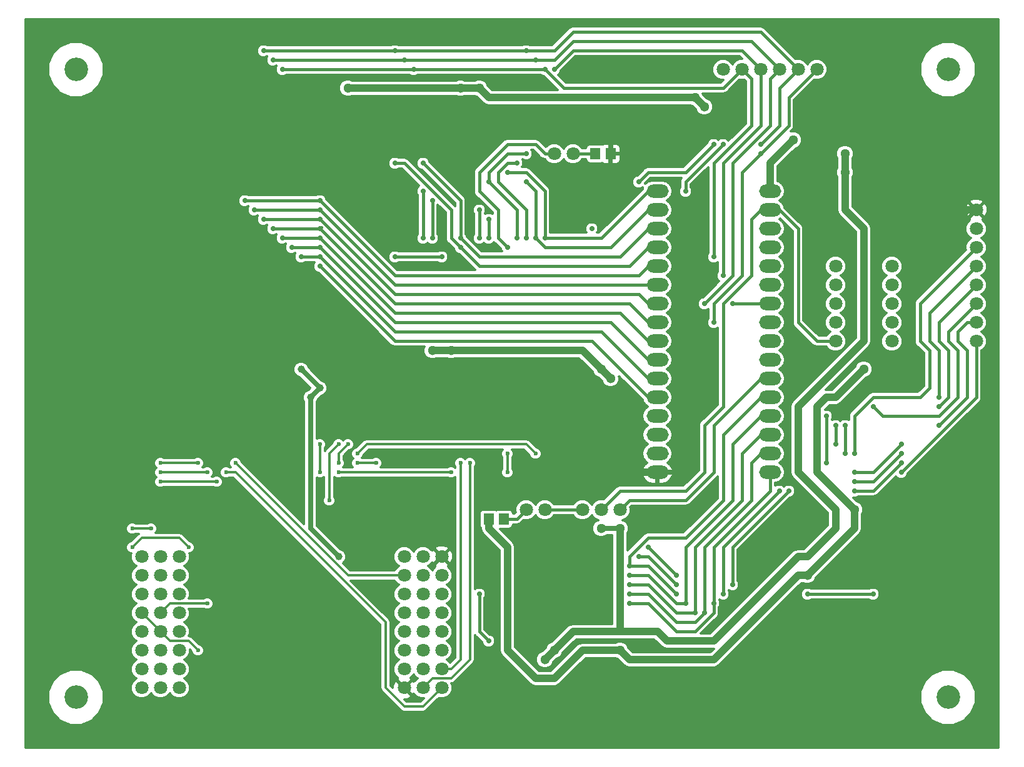
<source format=gbl>
G04 #@! TF.FileFunction,Copper,L2,Bot,Signal*
%FSLAX46Y46*%
G04 Gerber Fmt 4.6, Leading zero omitted, Abs format (unit mm)*
G04 Created by KiCad (PCBNEW 4.0.7) date 01/31/20 11:09:44*
%MOMM*%
%LPD*%
G01*
G04 APERTURE LIST*
%ADD10C,0.100000*%
%ADD11C,1.800000*%
%ADD12R,1.400000X1.500000*%
%ADD13O,3.000000X1.800000*%
%ADD14C,3.200000*%
%ADD15C,1.300000*%
%ADD16C,1.000000*%
%ADD17C,0.600000*%
%ADD18C,0.700000*%
%ADD19C,1.000000*%
%ADD20C,0.700000*%
%ADD21C,0.300000*%
%ADD22C,0.400000*%
G04 APERTURE END LIST*
D10*
D11*
X95250000Y-7620000D03*
X97790000Y-7620000D03*
X100330000Y-7620000D03*
X102870000Y-7620000D03*
X105410000Y-7620000D03*
X107950000Y-7620000D03*
X129540000Y-29210000D03*
X129540000Y-26670000D03*
X81280000Y-67310000D03*
X78740000Y-67310000D03*
X76200000Y-67310000D03*
X129540000Y-44450000D03*
X129540000Y-41910000D03*
X129540000Y-39370000D03*
X129540000Y-36830000D03*
X129540000Y-34290000D03*
X129540000Y-31750000D03*
X71120000Y-67310000D03*
X68580000Y-67310000D03*
X72390000Y-19050000D03*
X74930000Y-19050000D03*
D12*
X63500000Y-68580000D03*
X65544700Y-68580000D03*
X80010000Y-19050000D03*
X77965300Y-19050000D03*
D11*
X110490000Y-34290000D03*
X110490000Y-36830000D03*
X110490000Y-39370000D03*
X110490000Y-41910000D03*
X110490000Y-44450000D03*
X118110000Y-44450000D03*
X118110000Y-41910000D03*
X118110000Y-39370000D03*
X118110000Y-36830000D03*
X118110000Y-34290000D03*
D13*
X86360000Y-24130000D03*
X86360000Y-26670000D03*
X86360000Y-29210000D03*
X86360000Y-31750000D03*
X86360000Y-34290000D03*
X86360000Y-36830000D03*
X86360000Y-39370000D03*
X86360000Y-41910000D03*
X86360000Y-44450000D03*
X86360000Y-46990000D03*
X86360000Y-49530000D03*
X86360000Y-52070000D03*
X86360000Y-54610000D03*
X86360000Y-57150000D03*
X86360000Y-59690000D03*
X86360000Y-62230000D03*
X101600000Y-62230000D03*
X101600000Y-59690000D03*
X101600000Y-57150000D03*
X101600000Y-54610000D03*
X101600000Y-52070000D03*
X101600000Y-49530000D03*
X101600000Y-46990000D03*
X101600000Y-44450000D03*
X101600000Y-41910000D03*
X101600000Y-39370000D03*
X101600000Y-36830000D03*
X101600000Y-34290000D03*
X101600000Y-31750000D03*
X101600000Y-29210000D03*
X101600000Y-26670000D03*
X101600000Y-24130000D03*
D11*
X21590000Y-73660000D03*
X19050000Y-73660000D03*
X16510000Y-73660000D03*
X21590000Y-76200000D03*
X19050000Y-76200000D03*
X16510000Y-76200000D03*
X21590000Y-78740000D03*
X19050000Y-78740000D03*
X16510000Y-78740000D03*
X21590000Y-81280000D03*
X19050000Y-81280000D03*
X16510000Y-81280000D03*
X21590000Y-83820000D03*
X19050000Y-83820000D03*
X16510000Y-83820000D03*
X21590000Y-86360000D03*
X19050000Y-86360000D03*
X16510000Y-86360000D03*
X21590000Y-88900000D03*
X19050000Y-88900000D03*
X16510000Y-88900000D03*
X21590000Y-91440000D03*
X19050000Y-91440000D03*
X16510000Y-91440000D03*
X57150000Y-91440000D03*
X54610000Y-91440000D03*
X52070000Y-91440000D03*
X57150000Y-88900000D03*
X54610000Y-88900000D03*
X52070000Y-88900000D03*
X57150000Y-86360000D03*
X54610000Y-86360000D03*
X52070000Y-86360000D03*
X57150000Y-83820000D03*
X54610000Y-83820000D03*
X52070000Y-83820000D03*
X57150000Y-81280000D03*
X54610000Y-81280000D03*
X52070000Y-81280000D03*
X57150000Y-78740000D03*
X54610000Y-78740000D03*
X52070000Y-78740000D03*
X57150000Y-76200000D03*
X54610000Y-76200000D03*
X52070000Y-76200000D03*
X57150000Y-73660000D03*
X54610000Y-73660000D03*
X52070000Y-73660000D03*
D14*
X7620000Y-92710000D03*
X7620000Y-7620000D03*
X125730000Y-7620000D03*
X125730000Y-92710000D03*
D15*
X114300000Y-48260000D03*
X59690000Y-10160000D03*
X92710000Y-12700000D03*
X106680000Y-76200000D03*
X81280000Y-86360000D03*
X113030000Y-67310000D03*
X104775000Y-17145000D03*
X44450000Y-10160000D03*
X62230000Y-10160000D03*
X91440000Y-11430000D03*
X89535000Y-69215000D03*
D16*
X45720000Y-82550000D03*
X50800000Y-69850000D03*
X46990000Y-73660000D03*
X53975000Y-66675000D03*
X116205000Y-74295000D03*
X23495000Y-50304700D03*
X27940000Y-50304700D03*
X73660000Y-59690000D03*
X111760000Y-30480000D03*
X107950000Y-39370000D03*
X109220000Y-17780000D03*
X109220000Y-30480000D03*
X109220000Y-24130000D03*
X107950000Y-36830000D03*
X105410000Y-45720000D03*
X105410000Y-48895000D03*
X44450000Y-51435000D03*
X50165000Y-51435000D03*
X128270000Y-23495000D03*
D15*
X121920000Y-48895000D03*
X119380000Y-48895000D03*
D16*
X129540000Y-60325000D03*
D15*
X91440000Y-67310000D03*
X68580000Y-63500000D03*
X69850000Y-62230000D03*
D16*
X127000000Y-31750000D03*
X36830000Y-57150000D03*
X33020000Y-60960000D03*
X38100000Y-44450000D03*
X33020000Y-41910000D03*
X36830000Y-38100000D03*
X24130000Y-66040000D03*
X29210000Y-64770000D03*
X129540000Y-55880000D03*
X91440000Y-54610000D03*
X91440000Y-46990000D03*
X91440000Y-29210000D03*
X91440000Y-38100000D03*
X8890000Y-15240000D03*
X6350000Y-54610000D03*
X8890000Y-43180000D03*
X12700000Y-60960000D03*
X13970000Y-49530000D03*
X16510000Y-40640000D03*
X27940000Y-30480000D03*
X21590000Y-34290000D03*
X17780000Y-55880000D03*
X8890000Y-67310000D03*
X6350000Y-30480000D03*
X21590000Y-26670000D03*
X25400000Y-21590000D03*
X99060000Y-96520000D03*
X87630000Y-96520000D03*
X77470000Y-96520000D03*
X67310000Y-96520000D03*
X19050000Y-96520000D03*
X35560000Y-96520000D03*
X49530000Y-96520000D03*
X58420000Y-96520000D03*
X113030000Y-96520000D03*
X129540000Y-12700000D03*
X27940000Y-3810000D03*
X19050000Y-5080000D03*
X22860000Y-10160000D03*
X17780000Y-15240000D03*
X120650000Y-3810000D03*
X113030000Y-6350000D03*
X105410000Y-3810000D03*
X106680000Y-12700000D03*
X72390000Y-81280000D03*
X72390000Y-74930000D03*
X92710000Y-8890000D03*
X77470000Y-8890000D03*
X92710000Y-6350000D03*
X77470000Y-6350000D03*
X39370000Y-21590000D03*
X48260000Y-27940000D03*
X55880000Y-60960000D03*
X52070000Y-60960000D03*
X44450000Y-88900000D03*
X39370000Y-91440000D03*
X31750000Y-88900000D03*
X25400000Y-91440000D03*
X38100000Y-82550000D03*
X118110000Y-92710000D03*
X107950000Y-92710000D03*
X114300000Y-86360000D03*
X123190000Y-86360000D03*
X129540000Y-86360000D03*
X129540000Y-78740000D03*
X120650000Y-78740000D03*
X41910000Y-78740000D03*
X41910000Y-85090000D03*
D15*
X81280000Y-59690000D03*
X57150000Y-55880000D03*
X40640000Y-36830000D03*
X44450000Y-21590000D03*
X26670000Y-17780000D03*
X27940000Y-19050000D03*
X77470000Y-15240000D03*
X80010000Y-15240000D03*
X60960000Y-19050000D03*
X57150000Y-20320000D03*
X97790000Y-12700000D03*
X97790000Y-10160000D03*
X62230000Y-92710000D03*
X97790000Y-73660000D03*
X100330000Y-73660000D03*
X95250000Y-88900000D03*
X107950000Y-67310000D03*
X96520000Y-87630000D03*
X118110000Y-71120000D03*
X124460000Y-74930000D03*
X125730000Y-73660000D03*
X120650000Y-71120000D03*
X58420000Y-57150000D03*
X40640000Y-39370000D03*
X81280000Y-62230000D03*
X106680000Y-66040000D03*
X64770000Y-92710000D03*
X83820000Y-90170000D03*
D16*
X113030000Y-52070000D03*
X111760000Y-53340000D03*
D15*
X44450000Y-19050000D03*
X55880000Y-19050000D03*
X62230000Y-17780000D03*
X111760000Y-19050000D03*
D16*
X38100000Y-48260000D03*
D15*
X55880000Y-45720000D03*
X58420000Y-45720000D03*
D16*
X40640000Y-50800000D03*
X39370000Y-52070000D03*
X43180000Y-73660000D03*
D15*
X80010000Y-49530000D03*
X71120000Y-87630000D03*
X78740000Y-69850000D03*
X111760000Y-21590000D03*
D17*
X24130000Y-86360000D03*
D15*
X78740000Y-48260000D03*
X81280000Y-69850000D03*
D18*
X63500000Y-85090000D03*
X62230000Y-78740000D03*
D15*
X72390000Y-86360000D03*
D18*
X93980000Y-33020000D03*
X71120000Y-7620000D03*
X53340000Y-7620000D03*
X35560000Y-7620000D03*
X95250000Y-35560000D03*
X72390000Y-7620000D03*
X92710000Y-39370000D03*
X69850000Y-6350000D03*
X34290000Y-6350000D03*
X52070000Y-6350000D03*
X100330000Y-17780000D03*
X68580000Y-5080000D03*
X50800000Y-5080000D03*
X33020000Y-5080000D03*
X100330000Y-19050000D03*
X93980000Y-41910000D03*
X119380000Y-62230000D03*
X124460000Y-55880000D03*
X115570000Y-53340000D03*
X124460000Y-53340000D03*
X124460000Y-52070000D03*
X113030000Y-59690000D03*
X38100000Y-33020000D03*
X40640000Y-33020000D03*
X36830000Y-31750000D03*
X40640000Y-31750000D03*
X35560000Y-30480000D03*
X40640000Y-30480000D03*
X34290000Y-29210000D03*
X40640000Y-29210000D03*
X33020000Y-27940000D03*
X40640000Y-27940000D03*
X31750000Y-26670000D03*
X40640000Y-26670000D03*
X30480000Y-25400000D03*
X40640000Y-25400000D03*
X40640000Y-34290000D03*
X96520000Y-39370000D03*
X63500000Y-30480000D03*
X63500000Y-27940000D03*
X62230000Y-26670000D03*
X62230000Y-30480000D03*
X59690000Y-31750000D03*
X50800000Y-20320000D03*
X55880000Y-25400000D03*
X55880000Y-30480000D03*
X54610000Y-24130000D03*
X54610000Y-30480000D03*
X50800000Y-33020000D03*
X59690000Y-30480000D03*
X57150000Y-33020000D03*
X54610000Y-20320000D03*
X67310000Y-30480000D03*
X68580000Y-19050000D03*
X63500000Y-22860000D03*
X71120000Y-30480000D03*
X66040000Y-21590000D03*
X69850000Y-30480000D03*
X68580000Y-22860000D03*
X67310000Y-20320000D03*
X68580000Y-30480000D03*
X93980000Y-17780000D03*
X77470000Y-29210000D03*
X83820000Y-22860000D03*
X95250000Y-17780000D03*
X90170000Y-24130000D03*
X88900000Y-76200000D03*
X85090000Y-72390000D03*
X113030000Y-64770000D03*
X104140000Y-64770000D03*
X96520000Y-77470000D03*
X119380000Y-60960000D03*
X88900000Y-77470000D03*
X83820000Y-73660000D03*
X113030000Y-63500000D03*
X102870000Y-64770000D03*
X95250000Y-78740000D03*
X119380000Y-59690000D03*
X82550000Y-80010000D03*
X119380000Y-58420000D03*
X113030000Y-62230000D03*
X93980000Y-80010000D03*
X82550000Y-78740000D03*
X111760000Y-55880000D03*
X111760000Y-59690000D03*
X92710000Y-81280000D03*
X82550000Y-77470000D03*
X91440000Y-81280000D03*
X82550000Y-76200000D03*
X110490000Y-55880000D03*
X110490000Y-58420000D03*
X90170000Y-80010000D03*
X88900000Y-78740000D03*
X82550000Y-74930000D03*
X109220000Y-60960000D03*
X109220000Y-54610000D03*
X115570000Y-78740000D03*
X106680000Y-78740000D03*
D17*
X15240000Y-69850000D03*
X17780000Y-69850000D03*
X24130000Y-60960000D03*
X19050000Y-60960000D03*
X25400000Y-62230000D03*
X19050000Y-62230000D03*
X26670000Y-63500000D03*
X19050000Y-63500000D03*
X27940000Y-62230000D03*
X29210000Y-60960000D03*
X40640000Y-58420000D03*
X40640000Y-62230000D03*
X43180000Y-58420000D03*
X41910000Y-66040000D03*
X43180000Y-60960000D03*
X44450000Y-58420000D03*
X45720000Y-60960000D03*
X48260000Y-60960000D03*
X25400000Y-80010000D03*
X59690000Y-60960000D03*
X60960000Y-60960000D03*
X43180000Y-62230000D03*
X58420000Y-62230000D03*
X15240000Y-72390000D03*
X22860000Y-72390000D03*
X66040000Y-59690000D03*
X66040000Y-62230000D03*
X69850000Y-59690000D03*
X45720000Y-59690000D03*
D18*
X66040000Y-31750000D03*
D19*
X81280000Y-86360000D02*
X76200000Y-86360000D01*
X63500000Y-69850000D02*
X63500000Y-68580000D01*
X66040000Y-72390000D02*
X63500000Y-69850000D01*
X66040000Y-86360000D02*
X66040000Y-72390000D01*
X69850000Y-90170000D02*
X66040000Y-86360000D01*
X72390000Y-90170000D02*
X69850000Y-90170000D01*
X76200000Y-86360000D02*
X72390000Y-90170000D01*
X113030000Y-67310000D02*
X107950000Y-62230000D01*
X114300000Y-48260000D02*
X110490000Y-52070000D01*
X110490000Y-52070000D02*
X109220000Y-52070000D01*
X109220000Y-52070000D02*
X107950000Y-53340000D01*
X107950000Y-53340000D02*
X107950000Y-62230000D01*
X91440000Y-11430000D02*
X92710000Y-12700000D01*
X106680000Y-76200000D02*
X113030000Y-69850000D01*
X113030000Y-69850000D02*
X113030000Y-67310000D01*
X92710000Y-87630000D02*
X93980000Y-87630000D01*
X81280000Y-86360000D02*
X82550000Y-87630000D01*
X82550000Y-87630000D02*
X92710000Y-87630000D01*
X105410000Y-76200000D02*
X106680000Y-76200000D01*
X93980000Y-87630000D02*
X105410000Y-76200000D01*
X113030000Y-67310000D02*
X113030000Y-67310000D01*
X101600000Y-24130000D02*
X101600000Y-20320000D01*
X101600000Y-20320000D02*
X104775000Y-17145000D01*
X62230000Y-10160000D02*
X59690000Y-10160000D01*
X59690000Y-10160000D02*
X44450000Y-10160000D01*
X68580000Y-11430000D02*
X63500000Y-11430000D01*
X91440000Y-11430000D02*
X68580000Y-11430000D01*
X63500000Y-11430000D02*
X62230000Y-10160000D01*
D20*
X50800000Y-69850000D02*
X46990000Y-73660000D01*
X118110000Y-71120000D02*
X118110000Y-72390000D01*
X118110000Y-72390000D02*
X116205000Y-74295000D01*
X23495000Y-50304700D02*
X23495000Y-50165000D01*
X27940000Y-50304700D02*
X27940000Y-50165000D01*
X73660000Y-62230000D02*
X73660000Y-59690000D01*
X109220000Y-30480000D02*
X111760000Y-30480000D01*
X107950000Y-33020000D02*
X107950000Y-31750000D01*
X109220000Y-17780000D02*
X109220000Y-24130000D01*
X107950000Y-34290000D02*
X107950000Y-36830000D01*
X107950000Y-33020000D02*
X107950000Y-34290000D01*
X107950000Y-31750000D02*
X109220000Y-30480000D01*
X107950000Y-39370000D02*
X107950000Y-36830000D01*
D21*
X50165000Y-51435000D02*
X44450000Y-51435000D01*
D20*
X115570000Y-49530000D02*
X116205000Y-48895000D01*
X113030000Y-52070000D02*
X115570000Y-49530000D01*
X116205000Y-48895000D02*
X119380000Y-48895000D01*
X83820000Y-90170000D02*
X81280000Y-92710000D01*
X81280000Y-92710000D02*
X64770000Y-92710000D01*
D19*
X69850000Y-57150000D02*
X71120000Y-57150000D01*
X58420000Y-57150000D02*
X69850000Y-57150000D01*
X71120000Y-57150000D02*
X71120000Y-62230000D01*
X69850000Y-62230000D02*
X68580000Y-63500000D01*
X69850000Y-62230000D02*
X71120000Y-62230000D01*
X71120000Y-62230000D02*
X73660000Y-62230000D01*
X73660000Y-62230000D02*
X81280000Y-62230000D01*
D20*
X80010000Y-19050000D02*
X80010000Y-17780000D01*
X80010000Y-17780000D02*
X80010000Y-15240000D01*
D19*
X127000000Y-27940000D02*
X127000000Y-31750000D01*
X128270000Y-26670000D02*
X127000000Y-27940000D01*
X129540000Y-26670000D02*
X128270000Y-26670000D01*
D20*
X38100000Y-45720000D02*
X36830000Y-46990000D01*
X36830000Y-46990000D02*
X36830000Y-57150000D01*
X40640000Y-36830000D02*
X38100000Y-36830000D01*
X35560000Y-41910000D02*
X38100000Y-44450000D01*
X33020000Y-41910000D02*
X35560000Y-41910000D01*
X38100000Y-36830000D02*
X36830000Y-38100000D01*
X38100000Y-44450000D02*
X38100000Y-45720000D01*
X27940000Y-66040000D02*
X24130000Y-66040000D01*
X29210000Y-64770000D02*
X27940000Y-66040000D01*
X91440000Y-46990000D02*
X91440000Y-38100000D01*
X88900000Y-62230000D02*
X91440000Y-59690000D01*
X91440000Y-59690000D02*
X91440000Y-54610000D01*
X86360000Y-62230000D02*
X88900000Y-62230000D01*
X6350000Y-30480000D02*
X6350000Y-17780000D01*
X8890000Y-33020000D02*
X8890000Y-43180000D01*
X6350000Y-54610000D02*
X6350000Y-45720000D01*
X6350000Y-64770000D02*
X8890000Y-67310000D01*
X24130000Y-26670000D02*
X21590000Y-26670000D01*
X10160000Y-66040000D02*
X8890000Y-67310000D01*
X12700000Y-60960000D02*
X10160000Y-63500000D01*
X10160000Y-63500000D02*
X10160000Y-66040000D01*
X17780000Y-54610000D02*
X17780000Y-55880000D01*
X13970000Y-49530000D02*
X17780000Y-53340000D01*
X17780000Y-53340000D02*
X17780000Y-54610000D01*
X24130000Y-26670000D02*
X27940000Y-30480000D01*
X21590000Y-34290000D02*
X16510000Y-39370000D01*
X16510000Y-40640000D02*
X16510000Y-39370000D01*
X6350000Y-54610000D02*
X6350000Y-64770000D01*
X6350000Y-45720000D02*
X8890000Y-43180000D01*
X6350000Y-30480000D02*
X8890000Y-33020000D01*
X6350000Y-17780000D02*
X8890000Y-15240000D01*
X67310000Y-96520000D02*
X60960000Y-96520000D01*
X99060000Y-96520000D02*
X87630000Y-96520000D01*
X67310000Y-96520000D02*
X77470000Y-96520000D01*
X49530000Y-96520000D02*
X35560000Y-96520000D01*
X60960000Y-96520000D02*
X58420000Y-96520000D01*
X20320000Y-17780000D02*
X21590000Y-17780000D01*
X19050000Y-16510000D02*
X20320000Y-17780000D01*
X19050000Y-5080000D02*
X26670000Y-5080000D01*
X19050000Y-6350000D02*
X22860000Y-10160000D01*
X17780000Y-15240000D02*
X19050000Y-16510000D01*
X22860000Y-10160000D02*
X17780000Y-15240000D01*
X19050000Y-5080000D02*
X19050000Y-6350000D01*
X27940000Y-3810000D02*
X26670000Y-5080000D01*
X21590000Y-17780000D02*
X25400000Y-21590000D01*
X25400000Y-21590000D02*
X27940000Y-19050000D01*
X115570000Y-3810000D02*
X120650000Y-3810000D01*
X113030000Y-6350000D02*
X115570000Y-3810000D01*
X72390000Y-74930000D02*
X72390000Y-81280000D01*
X77470000Y-8890000D02*
X77470000Y-6350000D01*
X92710000Y-8890000D02*
X77470000Y-8890000D01*
X44450000Y-21590000D02*
X39370000Y-21590000D01*
X118110000Y-92710000D02*
X107950000Y-92710000D01*
X125730000Y-78740000D02*
X120650000Y-78740000D01*
X124460000Y-74930000D02*
X120650000Y-78740000D01*
X123190000Y-86360000D02*
X114300000Y-86360000D01*
X129540000Y-86360000D02*
X125730000Y-86360000D01*
X125730000Y-78740000D02*
X129540000Y-78740000D01*
X125730000Y-86360000D02*
X123190000Y-86360000D01*
X41910000Y-85090000D02*
X41910000Y-78740000D01*
D19*
X81280000Y-62230000D02*
X81280000Y-59690000D01*
X40640000Y-39370000D02*
X40640000Y-36830000D01*
X44450000Y-19050000D02*
X44450000Y-21590000D01*
X27940000Y-19050000D02*
X26670000Y-17780000D01*
X44450000Y-19050000D02*
X27940000Y-19050000D01*
X63500000Y-16510000D02*
X64770000Y-15240000D01*
X62230000Y-17780000D02*
X63500000Y-16510000D01*
X64770000Y-15240000D02*
X77470000Y-15240000D01*
X80010000Y-15240000D02*
X77470000Y-15240000D01*
X55880000Y-19050000D02*
X57150000Y-20320000D01*
X80010000Y-15240000D02*
X95250000Y-15240000D01*
X95250000Y-15240000D02*
X97790000Y-12700000D01*
X97790000Y-12700000D02*
X97790000Y-10160000D01*
X64770000Y-92710000D02*
X62230000Y-92710000D01*
X100330000Y-73660000D02*
X97790000Y-73660000D01*
X100330000Y-73660000D02*
X100330000Y-72390000D01*
X100330000Y-72390000D02*
X106680000Y-66040000D01*
X106680000Y-66040000D02*
X107950000Y-67310000D01*
X92710000Y-90170000D02*
X93980000Y-90170000D01*
X87630000Y-90170000D02*
X83820000Y-90170000D01*
X87630000Y-90170000D02*
X92710000Y-90170000D01*
X93980000Y-90170000D02*
X95250000Y-88900000D01*
X95250000Y-88900000D02*
X96520000Y-87630000D01*
X120650000Y-71120000D02*
X118110000Y-71120000D01*
X124460000Y-74930000D02*
X125730000Y-73660000D01*
X120650000Y-71120000D02*
X124460000Y-74930000D01*
X54610000Y-53340000D02*
X55880000Y-54610000D01*
X55880000Y-54610000D02*
X57150000Y-55880000D01*
X40640000Y-39370000D02*
X54610000Y-53340000D01*
X57150000Y-55880000D02*
X58420000Y-57150000D01*
X81280000Y-62230000D02*
X86360000Y-62230000D01*
X64770000Y-92710000D02*
X64770000Y-92710000D01*
D20*
X113030000Y-52070000D02*
X111760000Y-53340000D01*
D19*
X55880000Y-19050000D02*
X44450000Y-19050000D01*
X60960000Y-19050000D02*
X55880000Y-19050000D01*
X60960000Y-19050000D02*
X62230000Y-17780000D01*
X111760000Y-26670000D02*
X114300000Y-29210000D01*
X93980000Y-85090000D02*
X105410000Y-73660000D01*
X105410000Y-73660000D02*
X106680000Y-73660000D01*
X109220000Y-66040000D02*
X110490000Y-67310000D01*
X107950000Y-64770000D02*
X109220000Y-66040000D01*
X105410000Y-53340000D02*
X105410000Y-62230000D01*
X105410000Y-62230000D02*
X107950000Y-64770000D01*
X111760000Y-19050000D02*
X111760000Y-26670000D01*
X110490000Y-69850000D02*
X106680000Y-73660000D01*
X110490000Y-67310000D02*
X110490000Y-69850000D01*
X92710000Y-85090000D02*
X87630000Y-85090000D01*
X87630000Y-85090000D02*
X86360000Y-83820000D01*
X86360000Y-83820000D02*
X81280000Y-83820000D01*
X92710000Y-85090000D02*
X93980000Y-85090000D01*
X106680000Y-52070000D02*
X105410000Y-53340000D01*
X114300000Y-44450000D02*
X106680000Y-52070000D01*
X114300000Y-43180000D02*
X114300000Y-44450000D01*
X114300000Y-29210000D02*
X114300000Y-43180000D01*
D20*
X40640000Y-50800000D02*
X39370000Y-49530000D01*
X39370000Y-49530000D02*
X38100000Y-48260000D01*
D19*
X58420000Y-45720000D02*
X55880000Y-45720000D01*
X76200000Y-45720000D02*
X58420000Y-45720000D01*
X78740000Y-48260000D02*
X76200000Y-45720000D01*
D20*
X39370000Y-52070000D02*
X40640000Y-50800000D01*
X39370000Y-52070000D02*
X39370000Y-52070000D01*
X39370000Y-52070000D02*
X39370000Y-69850000D01*
X39370000Y-69850000D02*
X43180000Y-73660000D01*
D19*
X78740000Y-48260000D02*
X80010000Y-49530000D01*
X72390000Y-86360000D02*
X71120000Y-87630000D01*
D20*
X81280000Y-69850000D02*
X78740000Y-69850000D01*
D21*
X19050000Y-83820000D02*
X20320000Y-85090000D01*
X22860000Y-85090000D02*
X24130000Y-86360000D01*
X20320000Y-85090000D02*
X22860000Y-85090000D01*
X16510000Y-81280000D02*
X19050000Y-83820000D01*
D19*
X81280000Y-83820000D02*
X81280000Y-69850000D01*
D22*
X62230000Y-83820000D02*
X63500000Y-85090000D01*
X62230000Y-78740000D02*
X62230000Y-83820000D01*
D19*
X81280000Y-83820000D02*
X74930000Y-83820000D01*
X74930000Y-83820000D02*
X72390000Y-86360000D01*
D22*
X99060000Y-15240000D02*
X99060000Y-8890000D01*
X97790000Y-7620000D02*
X99060000Y-8890000D01*
X93980000Y-22860000D02*
X93980000Y-20320000D01*
X93980000Y-33020000D02*
X93980000Y-22860000D01*
X93980000Y-20320000D02*
X97790000Y-16510000D01*
X97790000Y-16510000D02*
X99060000Y-15240000D01*
X72390000Y-8890000D02*
X73660000Y-10160000D01*
X71120000Y-7620000D02*
X72390000Y-8890000D01*
X95250000Y-10160000D02*
X97790000Y-7620000D01*
X73660000Y-10160000D02*
X95250000Y-10160000D01*
X53340000Y-7620000D02*
X71120000Y-7620000D01*
X53340000Y-7620000D02*
X48260000Y-7620000D01*
X35560000Y-7620000D02*
X48260000Y-7620000D01*
X100330000Y-7620000D02*
X100330000Y-15240000D01*
X95250000Y-22860000D02*
X95250000Y-20320000D01*
X95250000Y-35560000D02*
X95250000Y-22860000D01*
X95250000Y-20320000D02*
X100330000Y-15240000D01*
X72390000Y-7620000D02*
X73660000Y-6350000D01*
X97790000Y-5080000D02*
X100330000Y-7620000D01*
X74930000Y-5080000D02*
X97790000Y-5080000D01*
X73660000Y-6350000D02*
X74930000Y-5080000D01*
X96520000Y-20320000D02*
X101600000Y-15240000D01*
X96520000Y-22860000D02*
X96520000Y-20320000D01*
X92710000Y-39370000D02*
X96520000Y-35560000D01*
X96520000Y-35560000D02*
X96520000Y-22860000D01*
X101600000Y-8890000D02*
X102870000Y-7620000D01*
X101600000Y-10160000D02*
X101600000Y-8890000D01*
X101600000Y-15240000D02*
X101600000Y-10160000D01*
X69850000Y-6350000D02*
X72390000Y-6350000D01*
X99060000Y-3810000D02*
X102870000Y-7620000D01*
X97790000Y-3810000D02*
X99060000Y-3810000D01*
X74930000Y-3810000D02*
X97790000Y-3810000D01*
X72390000Y-6350000D02*
X74930000Y-3810000D01*
X52070000Y-6350000D02*
X69850000Y-6350000D01*
X50800000Y-6350000D02*
X52070000Y-6350000D01*
X34290000Y-6350000D02*
X50800000Y-6350000D01*
X102870000Y-15240000D02*
X102870000Y-10160000D01*
X102870000Y-10160000D02*
X105410000Y-7620000D01*
X100330000Y-17780000D02*
X102870000Y-15240000D01*
X68580000Y-5080000D02*
X72390000Y-5080000D01*
X100330000Y-2540000D02*
X105410000Y-7620000D01*
X74930000Y-2540000D02*
X100330000Y-2540000D01*
X72390000Y-5080000D02*
X74930000Y-2540000D01*
X50800000Y-5080000D02*
X68580000Y-5080000D01*
X33020000Y-5080000D02*
X50800000Y-5080000D01*
X100330000Y-19050000D02*
X104140000Y-15240000D01*
X104140000Y-11430000D02*
X107950000Y-7620000D01*
X104140000Y-15240000D02*
X104140000Y-11430000D01*
X100330000Y-19050000D02*
X97790000Y-21590000D01*
X97790000Y-35560000D02*
X97790000Y-24130000D01*
X93980000Y-39370000D02*
X97790000Y-35560000D01*
X93980000Y-41910000D02*
X93980000Y-39370000D01*
X97790000Y-24130000D02*
X97790000Y-22860000D01*
X97790000Y-21590000D02*
X97790000Y-22860000D01*
X93980000Y-55880000D02*
X93980000Y-62230000D01*
X100330000Y-49530000D02*
X93980000Y-55880000D01*
X82550000Y-66040000D02*
X81280000Y-67310000D01*
X83820000Y-66040000D02*
X82550000Y-66040000D01*
X90170000Y-66040000D02*
X83820000Y-66040000D01*
X93980000Y-62230000D02*
X90170000Y-66040000D01*
X101600000Y-49530000D02*
X100330000Y-49530000D01*
X104140000Y-27940000D02*
X105410000Y-29210000D01*
X102870000Y-26670000D02*
X104140000Y-27940000D01*
X107950000Y-44450000D02*
X110490000Y-44450000D01*
X105410000Y-41910000D02*
X107950000Y-44450000D01*
X105410000Y-29210000D02*
X105410000Y-41910000D01*
X92710000Y-55880000D02*
X92710000Y-62230000D01*
X95250000Y-39370000D02*
X99060000Y-35560000D01*
X99060000Y-35560000D02*
X99060000Y-33020000D01*
X92710000Y-55880000D02*
X95250000Y-53340000D01*
X95250000Y-53340000D02*
X95250000Y-39370000D01*
X99060000Y-27940000D02*
X99060000Y-33020000D01*
X100330000Y-26670000D02*
X99060000Y-27940000D01*
X81280000Y-64770000D02*
X78740000Y-67310000D01*
X90170000Y-64770000D02*
X81280000Y-64770000D01*
X92710000Y-62230000D02*
X90170000Y-64770000D01*
X101600000Y-26670000D02*
X102870000Y-26670000D01*
X101600000Y-26670000D02*
X100330000Y-26670000D01*
X71120000Y-67310000D02*
X76200000Y-67310000D01*
X129540000Y-44450000D02*
X129540000Y-46990000D01*
X129540000Y-52070000D02*
X129540000Y-46990000D01*
X119380000Y-62230000D02*
X128270000Y-53340000D01*
X128270000Y-53340000D02*
X129540000Y-52070000D01*
X128270000Y-46990000D02*
X128270000Y-45720000D01*
X128270000Y-52070000D02*
X128270000Y-46990000D01*
X124460000Y-55880000D02*
X127000000Y-53340000D01*
X127000000Y-53340000D02*
X128270000Y-52070000D01*
X128270000Y-41910000D02*
X129540000Y-41910000D01*
X127000000Y-43180000D02*
X128270000Y-41910000D01*
X127000000Y-44450000D02*
X127000000Y-43180000D01*
X128270000Y-45720000D02*
X127000000Y-44450000D01*
X119380000Y-54610000D02*
X116840000Y-54610000D01*
X116840000Y-54610000D02*
X115570000Y-53340000D01*
X123190000Y-54610000D02*
X124460000Y-54610000D01*
X125730000Y-43180000D02*
X129540000Y-39370000D01*
X125730000Y-44450000D02*
X125730000Y-43180000D01*
X127000000Y-45720000D02*
X125730000Y-44450000D01*
X127000000Y-52070000D02*
X127000000Y-45720000D01*
X124460000Y-54610000D02*
X127000000Y-52070000D01*
X123190000Y-54610000D02*
X119380000Y-54610000D01*
X125730000Y-48260000D02*
X125730000Y-52070000D01*
X124460000Y-44450000D02*
X125730000Y-45720000D01*
X125730000Y-45720000D02*
X125730000Y-48260000D01*
X129540000Y-36830000D02*
X124460000Y-41910000D01*
X124460000Y-41910000D02*
X124460000Y-44450000D01*
X125730000Y-52070000D02*
X124460000Y-53340000D01*
X123190000Y-40640000D02*
X123190000Y-44450000D01*
X129540000Y-34290000D02*
X124460000Y-39370000D01*
X124460000Y-39370000D02*
X123190000Y-40640000D01*
X124460000Y-45720000D02*
X124460000Y-52070000D01*
X123190000Y-44450000D02*
X124460000Y-45720000D01*
X123190000Y-45720000D02*
X123190000Y-48260000D01*
X123190000Y-45720000D02*
X121920000Y-44450000D01*
X121920000Y-44450000D02*
X121920000Y-39370000D01*
X129540000Y-31750000D02*
X123190000Y-38100000D01*
X121920000Y-39370000D02*
X123190000Y-38100000D01*
X113030000Y-54610000D02*
X113030000Y-59690000D01*
X115570000Y-52070000D02*
X113030000Y-54610000D01*
X121920000Y-52070000D02*
X115570000Y-52070000D01*
X123190000Y-50800000D02*
X121920000Y-52070000D01*
X123190000Y-48260000D02*
X123190000Y-50800000D01*
X40640000Y-33020000D02*
X38100000Y-33020000D01*
X86360000Y-49530000D02*
X85090000Y-49530000D01*
X85090000Y-49530000D02*
X78740000Y-43180000D01*
X78740000Y-43180000D02*
X50800000Y-43180000D01*
X50800000Y-43180000D02*
X40640000Y-33020000D01*
X40640000Y-31750000D02*
X36830000Y-31750000D01*
X86360000Y-46990000D02*
X85090000Y-46990000D01*
X85090000Y-46990000D02*
X80010000Y-41910000D01*
X80010000Y-41910000D02*
X50800000Y-41910000D01*
X50800000Y-41910000D02*
X40640000Y-31750000D01*
X40640000Y-30480000D02*
X35560000Y-30480000D01*
X86360000Y-44450000D02*
X85090000Y-44450000D01*
X85090000Y-44450000D02*
X81280000Y-40640000D01*
X81280000Y-40640000D02*
X50800000Y-40640000D01*
X50800000Y-40640000D02*
X40640000Y-30480000D01*
X81280000Y-39370000D02*
X82550000Y-39370000D01*
X81280000Y-39370000D02*
X50800000Y-39370000D01*
X40640000Y-29210000D02*
X50800000Y-39370000D01*
X82550000Y-39370000D02*
X85090000Y-41910000D01*
X85090000Y-41910000D02*
X86360000Y-41910000D01*
X40640000Y-29210000D02*
X34290000Y-29210000D01*
X40850735Y-28999265D02*
X40640000Y-29210000D01*
X82550000Y-38100000D02*
X83820000Y-38100000D01*
X40640000Y-27940000D02*
X50800000Y-38100000D01*
X81280000Y-38100000D02*
X50800000Y-38100000D01*
X81280000Y-38100000D02*
X82550000Y-38100000D01*
X83820000Y-38100000D02*
X85090000Y-39370000D01*
X85090000Y-39370000D02*
X86360000Y-39370000D01*
X40640000Y-27940000D02*
X33020000Y-27940000D01*
X40640000Y-26670000D02*
X31750000Y-26670000D01*
X50800000Y-36830000D02*
X86360000Y-36830000D01*
X40640000Y-26670000D02*
X50800000Y-36830000D01*
X81280000Y-35560000D02*
X83820000Y-35560000D01*
X40640000Y-25400000D02*
X50800000Y-35560000D01*
X50800000Y-35560000D02*
X52070000Y-35560000D01*
X81280000Y-35560000D02*
X52070000Y-35560000D01*
X83820000Y-35560000D02*
X85090000Y-34290000D01*
X85090000Y-34290000D02*
X86360000Y-34290000D01*
X40640000Y-25400000D02*
X30480000Y-25400000D01*
X86360000Y-52070000D02*
X85090000Y-52070000D01*
X85090000Y-52070000D02*
X77470000Y-44450000D01*
X77470000Y-44450000D02*
X50800000Y-44450000D01*
X50800000Y-44450000D02*
X40640000Y-34290000D01*
X96520000Y-39370000D02*
X101600000Y-39370000D01*
X63500000Y-27940000D02*
X63500000Y-30480000D01*
X62230000Y-30480000D02*
X62230000Y-26670000D01*
X81280000Y-34290000D02*
X82550000Y-34290000D01*
X64770000Y-34290000D02*
X62230000Y-34290000D01*
X81280000Y-34290000D02*
X67310000Y-34290000D01*
X67310000Y-34290000D02*
X66040000Y-34290000D01*
X66040000Y-34290000D02*
X64770000Y-34290000D01*
X59690000Y-31750000D02*
X62230000Y-34290000D01*
X82550000Y-34290000D02*
X85090000Y-31750000D01*
X85090000Y-31750000D02*
X86360000Y-31750000D01*
X52070000Y-20320000D02*
X50800000Y-20320000D01*
X59690000Y-31750000D02*
X58420000Y-30480000D01*
X58420000Y-30480000D02*
X58420000Y-26670000D01*
X58420000Y-26670000D02*
X52070000Y-20320000D01*
X55880000Y-30480000D02*
X55880000Y-25400000D01*
X54610000Y-30480000D02*
X54610000Y-24130000D01*
X81280000Y-33020000D02*
X85090000Y-29210000D01*
X50800000Y-33020000D02*
X57150000Y-33020000D01*
X59690000Y-30480000D02*
X59690000Y-25400000D01*
X62230000Y-33020000D02*
X59690000Y-30480000D01*
X67310000Y-33020000D02*
X64770000Y-33020000D01*
X81280000Y-33020000D02*
X67310000Y-33020000D01*
X64770000Y-33020000D02*
X62230000Y-33020000D01*
X59690000Y-25400000D02*
X54610000Y-20320000D01*
X86360000Y-29210000D02*
X85090000Y-29210000D01*
X67310000Y-26670000D02*
X67310000Y-30480000D01*
X63500000Y-22860000D02*
X66040000Y-25400000D01*
X66040000Y-25400000D02*
X67310000Y-26670000D01*
X66040000Y-19050000D02*
X68580000Y-19050000D01*
X63500000Y-21590000D02*
X66040000Y-19050000D01*
X63500000Y-21590000D02*
X63500000Y-22860000D01*
X68580000Y-21590000D02*
X66040000Y-21590000D01*
X68580000Y-21590000D02*
X71120000Y-24130000D01*
X71120000Y-24130000D02*
X71120000Y-30480000D01*
X78740000Y-30480000D02*
X85090000Y-24130000D01*
X71120000Y-30480000D02*
X78740000Y-30480000D01*
X86360000Y-24130000D02*
X85090000Y-24130000D01*
X80010000Y-31750000D02*
X71120000Y-31750000D01*
X69850000Y-24130000D02*
X68580000Y-22860000D01*
X69850000Y-30480000D02*
X69850000Y-25400000D01*
X80010000Y-31750000D02*
X85090000Y-26670000D01*
X69850000Y-25400000D02*
X69850000Y-24130000D01*
X71120000Y-31750000D02*
X69850000Y-30480000D01*
X86360000Y-26670000D02*
X85090000Y-26670000D01*
X68580000Y-26670000D02*
X68580000Y-30480000D01*
X64770000Y-22860000D02*
X64770000Y-21590000D01*
X64770000Y-22860000D02*
X67310000Y-25400000D01*
X66040000Y-20320000D02*
X67310000Y-20320000D01*
X64770000Y-21590000D02*
X66040000Y-20320000D01*
X67310000Y-25400000D02*
X68580000Y-26670000D01*
X93980000Y-17780000D02*
X90170000Y-21590000D01*
X85090000Y-21590000D02*
X83820000Y-22860000D01*
X86360000Y-21590000D02*
X85090000Y-21590000D01*
X90170000Y-21590000D02*
X86360000Y-21590000D01*
X90170000Y-24130000D02*
X90170000Y-22860000D01*
X90170000Y-22860000D02*
X95250000Y-17780000D01*
X85090000Y-72390000D02*
X88900000Y-76200000D01*
X115570000Y-64770000D02*
X113030000Y-64770000D01*
X104140000Y-64770000D02*
X96520000Y-72390000D01*
X96520000Y-72390000D02*
X96520000Y-77470000D01*
X119380000Y-60960000D02*
X115570000Y-64770000D01*
X88900000Y-77470000D02*
X85090000Y-73660000D01*
X85090000Y-73660000D02*
X83820000Y-73660000D01*
X115570000Y-63500000D02*
X113030000Y-63500000D01*
X102870000Y-64770000D02*
X95250000Y-72390000D01*
X95250000Y-72390000D02*
X95250000Y-78740000D01*
X119380000Y-59690000D02*
X115570000Y-63500000D01*
X86360000Y-59690000D02*
X87630000Y-59690000D01*
X91440000Y-83820000D02*
X88900000Y-83820000D01*
X93980000Y-80010000D02*
X93980000Y-81280000D01*
X91440000Y-83820000D02*
X93980000Y-81280000D01*
X85090000Y-80010000D02*
X82550000Y-80010000D01*
X88900000Y-83820000D02*
X85090000Y-80010000D01*
X119380000Y-58420000D02*
X115570000Y-62230000D01*
X115570000Y-62230000D02*
X113030000Y-62230000D01*
X101600000Y-64770000D02*
X93980000Y-72390000D01*
X101600000Y-62230000D02*
X101600000Y-64770000D01*
X93980000Y-72390000D02*
X93980000Y-80010000D01*
X91440000Y-82550000D02*
X88900000Y-82550000D01*
X92710000Y-81280000D02*
X91440000Y-82550000D01*
X85090000Y-78740000D02*
X82550000Y-78740000D01*
X88900000Y-82550000D02*
X85090000Y-78740000D01*
X111760000Y-59690000D02*
X111760000Y-55880000D01*
X99060000Y-63500000D02*
X99060000Y-66040000D01*
X99060000Y-60960000D02*
X99060000Y-63500000D01*
X100330000Y-59690000D02*
X99060000Y-60960000D01*
X92710000Y-72390000D02*
X92710000Y-81280000D01*
X99060000Y-66040000D02*
X92710000Y-72390000D01*
X101600000Y-59690000D02*
X100330000Y-59690000D01*
X91440000Y-81280000D02*
X88900000Y-81280000D01*
X85090000Y-77470000D02*
X82550000Y-77470000D01*
X88900000Y-81280000D02*
X85090000Y-77470000D01*
X97790000Y-63500000D02*
X97790000Y-66040000D01*
X97790000Y-59690000D02*
X97790000Y-63500000D01*
X91440000Y-81280000D02*
X91440000Y-76200000D01*
X97790000Y-59690000D02*
X100330000Y-57150000D01*
X91440000Y-72390000D02*
X91440000Y-76200000D01*
X97790000Y-66040000D02*
X91440000Y-72390000D01*
X101600000Y-57150000D02*
X100330000Y-57150000D01*
X90170000Y-80010000D02*
X88900000Y-80010000D01*
X85090000Y-76200000D02*
X82550000Y-76200000D01*
X88900000Y-80010000D02*
X85090000Y-76200000D01*
X110490000Y-55880000D02*
X110490000Y-58420000D01*
X96520000Y-63500000D02*
X96520000Y-66040000D01*
X96520000Y-58420000D02*
X96520000Y-63500000D01*
X90170000Y-80010000D02*
X90170000Y-76200000D01*
X96520000Y-58420000D02*
X100330000Y-54610000D01*
X90170000Y-72390000D02*
X90170000Y-76200000D01*
X96520000Y-66040000D02*
X90170000Y-72390000D01*
X101600000Y-54610000D02*
X100330000Y-54610000D01*
X95250000Y-66040000D02*
X90170000Y-71120000D01*
X95250000Y-57150000D02*
X95250000Y-64770000D01*
X95250000Y-66040000D02*
X95250000Y-64770000D01*
X100330000Y-52070000D02*
X95250000Y-57150000D01*
X82550000Y-73660000D02*
X82550000Y-74930000D01*
X85090000Y-71120000D02*
X82550000Y-73660000D01*
X90170000Y-71120000D02*
X85090000Y-71120000D01*
X88900000Y-78740000D02*
X85090000Y-74930000D01*
X85090000Y-74930000D02*
X82550000Y-74930000D01*
X101600000Y-52070000D02*
X100330000Y-52070000D01*
X109220000Y-54610000D02*
X109220000Y-60960000D01*
X106680000Y-78740000D02*
X115570000Y-78740000D01*
D21*
X17780000Y-69850000D02*
X15240000Y-69850000D01*
X19050000Y-60960000D02*
X24130000Y-60960000D01*
X19050000Y-62230000D02*
X25400000Y-62230000D01*
X19050000Y-63500000D02*
X26670000Y-63500000D01*
X50800000Y-92710000D02*
X52070000Y-93980000D01*
X55880000Y-92710000D02*
X54610000Y-93980000D01*
X57150000Y-91440000D02*
X55880000Y-92710000D01*
X29210000Y-62230000D02*
X49530000Y-82550000D01*
X49530000Y-82550000D02*
X49530000Y-91440000D01*
X49530000Y-91440000D02*
X50800000Y-92710000D01*
X27940000Y-62230000D02*
X29210000Y-62230000D01*
X52070000Y-93980000D02*
X54610000Y-93980000D01*
X52070000Y-76200000D02*
X44450000Y-76200000D01*
X29210000Y-60960000D02*
X43180000Y-74930000D01*
X44450000Y-76200000D02*
X43180000Y-74930000D01*
X40640000Y-59690000D02*
X40640000Y-58420000D01*
X40640000Y-62230000D02*
X40640000Y-59690000D01*
X41910000Y-62230000D02*
X41910000Y-59690000D01*
X41910000Y-66040000D02*
X41910000Y-62230000D01*
X41910000Y-59690000D02*
X43180000Y-58420000D01*
X43180000Y-59690000D02*
X44450000Y-58420000D01*
X43180000Y-60960000D02*
X43180000Y-59690000D01*
X45720000Y-60960000D02*
X48260000Y-60960000D01*
X19050000Y-81280000D02*
X20320000Y-80010000D01*
X25400000Y-80010000D02*
X20320000Y-80010000D01*
X57150000Y-88900000D02*
X58420000Y-88900000D01*
X59690000Y-87630000D02*
X59690000Y-60960000D01*
X58420000Y-88900000D02*
X59690000Y-87630000D01*
X54610000Y-91440000D02*
X55880000Y-90170000D01*
X60960000Y-80010000D02*
X60960000Y-60960000D01*
X60960000Y-87630000D02*
X60960000Y-80010000D01*
X58420000Y-90170000D02*
X60960000Y-87630000D01*
X55880000Y-90170000D02*
X58420000Y-90170000D01*
X15240000Y-72390000D02*
X16510000Y-71120000D01*
X21590000Y-71120000D02*
X16510000Y-71120000D01*
X22860000Y-72390000D02*
X21590000Y-71120000D01*
X43180000Y-62230000D02*
X58420000Y-62230000D01*
X66040000Y-60960000D02*
X66040000Y-62230000D01*
X66040000Y-60960000D02*
X66040000Y-59690000D01*
X46990000Y-58420000D02*
X68580000Y-58420000D01*
X45720000Y-59690000D02*
X46990000Y-58420000D01*
X68580000Y-58420000D02*
X69850000Y-59690000D01*
D22*
X67310000Y-68580000D02*
X68580000Y-67310000D01*
X65544700Y-68580000D02*
X67310000Y-68580000D01*
X71120000Y-19050000D02*
X72390000Y-19050000D01*
X64770000Y-26670000D02*
X64770000Y-30480000D01*
X62230000Y-24130000D02*
X64770000Y-26670000D01*
X62230000Y-21590000D02*
X62230000Y-24130000D01*
X66040000Y-17780000D02*
X62230000Y-21590000D01*
X69850000Y-17780000D02*
X66040000Y-17780000D01*
X71120000Y-19050000D02*
X69850000Y-17780000D01*
X64770000Y-30480000D02*
X66040000Y-31750000D01*
X74930000Y-19050000D02*
X77965300Y-19050000D01*
D21*
G36*
X132565000Y-99545000D02*
X785000Y-99545000D01*
X785000Y-93452649D01*
X3869350Y-93452649D01*
X4439051Y-94831429D01*
X5493022Y-95887242D01*
X6870806Y-96459348D01*
X8362649Y-96460650D01*
X9741429Y-95890949D01*
X10797242Y-94836978D01*
X11369348Y-93459194D01*
X11370650Y-91967351D01*
X10800949Y-90588571D01*
X9746978Y-89532758D01*
X8369194Y-88960652D01*
X6877351Y-88959350D01*
X5498571Y-89529051D01*
X4442758Y-90583022D01*
X3870652Y-91960806D01*
X3869350Y-93452649D01*
X785000Y-93452649D01*
X785000Y-70018334D01*
X14389853Y-70018334D01*
X14518985Y-70330857D01*
X14757885Y-70570174D01*
X15070183Y-70699852D01*
X15408334Y-70700147D01*
X15720857Y-70571015D01*
X15741909Y-70550000D01*
X16127308Y-70550000D01*
X16015025Y-70625025D01*
X15100172Y-71539878D01*
X15071666Y-71539853D01*
X14759143Y-71668985D01*
X14519826Y-71907885D01*
X14390148Y-72220183D01*
X14389853Y-72558334D01*
X14518985Y-72870857D01*
X14757885Y-73110174D01*
X15070183Y-73239852D01*
X15114408Y-73239891D01*
X15060252Y-73370312D01*
X15059749Y-73947157D01*
X15280033Y-74480286D01*
X15687569Y-74888533D01*
X15787018Y-74929828D01*
X15689714Y-74970033D01*
X15281467Y-75377569D01*
X15060252Y-75910312D01*
X15059749Y-76487157D01*
X15280033Y-77020286D01*
X15687569Y-77428533D01*
X15787018Y-77469828D01*
X15689714Y-77510033D01*
X15281467Y-77917569D01*
X15060252Y-78450312D01*
X15059749Y-79027157D01*
X15280033Y-79560286D01*
X15687569Y-79968533D01*
X15787018Y-80009828D01*
X15689714Y-80050033D01*
X15281467Y-80457569D01*
X15060252Y-80990312D01*
X15059749Y-81567157D01*
X15280033Y-82100286D01*
X15687569Y-82508533D01*
X15787018Y-82549828D01*
X15689714Y-82590033D01*
X15281467Y-82997569D01*
X15060252Y-83530312D01*
X15059749Y-84107157D01*
X15280033Y-84640286D01*
X15687569Y-85048533D01*
X15787018Y-85089828D01*
X15689714Y-85130033D01*
X15281467Y-85537569D01*
X15060252Y-86070312D01*
X15059749Y-86647157D01*
X15280033Y-87180286D01*
X15687569Y-87588533D01*
X15787018Y-87629828D01*
X15689714Y-87670033D01*
X15281467Y-88077569D01*
X15060252Y-88610312D01*
X15059749Y-89187157D01*
X15280033Y-89720286D01*
X15687569Y-90128533D01*
X15787018Y-90169828D01*
X15689714Y-90210033D01*
X15281467Y-90617569D01*
X15060252Y-91150312D01*
X15059749Y-91727157D01*
X15280033Y-92260286D01*
X15687569Y-92668533D01*
X16220312Y-92889748D01*
X16797157Y-92890251D01*
X17330286Y-92669967D01*
X17738533Y-92262431D01*
X17779828Y-92162982D01*
X17820033Y-92260286D01*
X18227569Y-92668533D01*
X18760312Y-92889748D01*
X19337157Y-92890251D01*
X19870286Y-92669967D01*
X20278533Y-92262431D01*
X20319828Y-92162982D01*
X20360033Y-92260286D01*
X20767569Y-92668533D01*
X21300312Y-92889748D01*
X21877157Y-92890251D01*
X22410286Y-92669967D01*
X22818533Y-92262431D01*
X23039748Y-91729688D01*
X23040251Y-91152843D01*
X22819967Y-90619714D01*
X22412431Y-90211467D01*
X22312982Y-90170172D01*
X22410286Y-90129967D01*
X22818533Y-89722431D01*
X23039748Y-89189688D01*
X23040251Y-88612843D01*
X22819967Y-88079714D01*
X22412431Y-87671467D01*
X22312982Y-87630172D01*
X22410286Y-87589967D01*
X22818533Y-87182431D01*
X23039748Y-86649688D01*
X23040088Y-86260038D01*
X23279878Y-86499828D01*
X23279853Y-86528334D01*
X23408985Y-86840857D01*
X23647885Y-87080174D01*
X23960183Y-87209852D01*
X24298334Y-87210147D01*
X24610857Y-87081015D01*
X24850174Y-86842115D01*
X24979852Y-86529817D01*
X24980147Y-86191666D01*
X24851015Y-85879143D01*
X24612115Y-85639826D01*
X24299817Y-85510148D01*
X24270072Y-85510122D01*
X23354975Y-84595025D01*
X23127879Y-84443284D01*
X22918519Y-84401640D01*
X23039748Y-84109688D01*
X23040251Y-83532843D01*
X22819967Y-82999714D01*
X22412431Y-82591467D01*
X22312982Y-82550172D01*
X22410286Y-82509967D01*
X22818533Y-82102431D01*
X23039748Y-81569688D01*
X23040251Y-80992843D01*
X22923383Y-80710000D01*
X24897746Y-80710000D01*
X24917885Y-80730174D01*
X25230183Y-80859852D01*
X25568334Y-80860147D01*
X25880857Y-80731015D01*
X26120174Y-80492115D01*
X26249852Y-80179817D01*
X26250147Y-79841666D01*
X26121015Y-79529143D01*
X25882115Y-79289826D01*
X25569817Y-79160148D01*
X25231666Y-79159853D01*
X24919143Y-79288985D01*
X24898091Y-79310000D01*
X22923352Y-79310000D01*
X23039748Y-79029688D01*
X23040251Y-78452843D01*
X22819967Y-77919714D01*
X22412431Y-77511467D01*
X22312982Y-77470172D01*
X22410286Y-77429967D01*
X22818533Y-77022431D01*
X23039748Y-76489688D01*
X23040251Y-75912843D01*
X22819967Y-75379714D01*
X22412431Y-74971467D01*
X22312982Y-74930172D01*
X22410286Y-74889967D01*
X22818533Y-74482431D01*
X23039748Y-73949688D01*
X23040251Y-73372843D01*
X22985407Y-73240110D01*
X23028334Y-73240147D01*
X23340857Y-73111015D01*
X23580174Y-72872115D01*
X23709852Y-72559817D01*
X23710147Y-72221666D01*
X23581015Y-71909143D01*
X23342115Y-71669826D01*
X23029817Y-71540148D01*
X23000072Y-71540122D01*
X22084975Y-70625025D01*
X21857879Y-70473284D01*
X21590000Y-70420000D01*
X18412136Y-70420000D01*
X18500174Y-70332115D01*
X18629852Y-70019817D01*
X18630147Y-69681666D01*
X18501015Y-69369143D01*
X18262115Y-69129826D01*
X17949817Y-69000148D01*
X17611666Y-68999853D01*
X17299143Y-69128985D01*
X17278091Y-69150000D01*
X15742254Y-69150000D01*
X15722115Y-69129826D01*
X15409817Y-69000148D01*
X15071666Y-68999853D01*
X14759143Y-69128985D01*
X14519826Y-69367885D01*
X14390148Y-69680183D01*
X14389853Y-70018334D01*
X785000Y-70018334D01*
X785000Y-61128334D01*
X18199853Y-61128334D01*
X18328985Y-61440857D01*
X18482919Y-61595059D01*
X18329826Y-61747885D01*
X18200148Y-62060183D01*
X18199853Y-62398334D01*
X18328985Y-62710857D01*
X18482919Y-62865059D01*
X18329826Y-63017885D01*
X18200148Y-63330183D01*
X18199853Y-63668334D01*
X18328985Y-63980857D01*
X18567885Y-64220174D01*
X18880183Y-64349852D01*
X19218334Y-64350147D01*
X19530857Y-64221015D01*
X19551909Y-64200000D01*
X26167746Y-64200000D01*
X26187885Y-64220174D01*
X26500183Y-64349852D01*
X26838334Y-64350147D01*
X27150857Y-64221015D01*
X27390174Y-63982115D01*
X27519852Y-63669817D01*
X27520147Y-63331666D01*
X27391015Y-63019143D01*
X27152115Y-62779826D01*
X26839817Y-62650148D01*
X26501666Y-62649853D01*
X26189143Y-62778985D01*
X26168091Y-62800000D01*
X26032136Y-62800000D01*
X26120174Y-62712115D01*
X26249852Y-62399817D01*
X26249853Y-62398334D01*
X27089853Y-62398334D01*
X27218985Y-62710857D01*
X27457885Y-62950174D01*
X27770183Y-63079852D01*
X28108334Y-63080147D01*
X28420857Y-62951015D01*
X28441909Y-62930000D01*
X28920050Y-62930000D01*
X48830000Y-82839949D01*
X48830000Y-91440000D01*
X48883284Y-91707879D01*
X49035025Y-91934975D01*
X51575025Y-94474975D01*
X51802122Y-94626716D01*
X52070000Y-94680000D01*
X54610000Y-94680000D01*
X54877879Y-94626716D01*
X55104975Y-94474975D01*
X56127301Y-93452649D01*
X121979350Y-93452649D01*
X122549051Y-94831429D01*
X123603022Y-95887242D01*
X124980806Y-96459348D01*
X126472649Y-96460650D01*
X127851429Y-95890949D01*
X128907242Y-94836978D01*
X129479348Y-93459194D01*
X129480650Y-91967351D01*
X128910949Y-90588571D01*
X127856978Y-89532758D01*
X126479194Y-88960652D01*
X124987351Y-88959350D01*
X123608571Y-89529051D01*
X122552758Y-90583022D01*
X121980652Y-91960806D01*
X121979350Y-93452649D01*
X56127301Y-93452649D01*
X56740113Y-92839837D01*
X56860312Y-92889748D01*
X57437157Y-92890251D01*
X57970286Y-92669967D01*
X58378533Y-92262431D01*
X58599748Y-91729688D01*
X58600251Y-91152843D01*
X58478569Y-90858350D01*
X58687879Y-90816716D01*
X58914975Y-90664975D01*
X61454972Y-88124977D01*
X61454975Y-88124975D01*
X61606716Y-87897878D01*
X61660000Y-87630000D01*
X61660000Y-84290960D01*
X61699670Y-84350330D01*
X62599859Y-85250519D01*
X62599844Y-85268236D01*
X62736572Y-85599143D01*
X62989525Y-85852538D01*
X63320194Y-85989843D01*
X63678236Y-85990156D01*
X64009143Y-85853428D01*
X64262538Y-85600475D01*
X64399843Y-85269806D01*
X64400156Y-84911764D01*
X64263428Y-84580857D01*
X64010475Y-84327462D01*
X63679806Y-84190157D01*
X63660800Y-84190140D01*
X62980000Y-83509340D01*
X62980000Y-79262991D01*
X62992538Y-79250475D01*
X63129843Y-78919806D01*
X63130156Y-78561764D01*
X62993428Y-78230857D01*
X62740475Y-77977462D01*
X62409806Y-77840157D01*
X62051764Y-77839844D01*
X61720857Y-77976572D01*
X61660000Y-78037323D01*
X61660000Y-61462254D01*
X61680174Y-61442115D01*
X61809852Y-61129817D01*
X61810147Y-60791666D01*
X61681015Y-60479143D01*
X61442115Y-60239826D01*
X61129817Y-60110148D01*
X60791666Y-60109853D01*
X60479143Y-60238985D01*
X60324941Y-60392919D01*
X60172115Y-60239826D01*
X59859817Y-60110148D01*
X59521666Y-60109853D01*
X59209143Y-60238985D01*
X58969826Y-60477885D01*
X58840148Y-60790183D01*
X58839853Y-61128334D01*
X58968985Y-61440857D01*
X58990000Y-61461909D01*
X58990000Y-61597864D01*
X58902115Y-61509826D01*
X58589817Y-61380148D01*
X58251666Y-61379853D01*
X57939143Y-61508985D01*
X57918091Y-61530000D01*
X48892136Y-61530000D01*
X48980174Y-61442115D01*
X49109852Y-61129817D01*
X49110147Y-60791666D01*
X48981015Y-60479143D01*
X48742115Y-60239826D01*
X48429817Y-60110148D01*
X48091666Y-60109853D01*
X47779143Y-60238985D01*
X47758091Y-60260000D01*
X46352136Y-60260000D01*
X46440174Y-60172115D01*
X46569852Y-59859817D01*
X46569878Y-59830072D01*
X47279950Y-59120000D01*
X65407864Y-59120000D01*
X65319826Y-59207885D01*
X65190148Y-59520183D01*
X65189853Y-59858334D01*
X65318985Y-60170857D01*
X65340000Y-60191909D01*
X65340000Y-61727746D01*
X65319826Y-61747885D01*
X65190148Y-62060183D01*
X65189853Y-62398334D01*
X65318985Y-62710857D01*
X65557885Y-62950174D01*
X65870183Y-63079852D01*
X66208334Y-63080147D01*
X66520857Y-62951015D01*
X66760174Y-62712115D01*
X66816735Y-62575901D01*
X84240883Y-62575901D01*
X84280797Y-62730137D01*
X84584789Y-63258133D01*
X85067696Y-63629605D01*
X85656000Y-63788000D01*
X86256000Y-63788000D01*
X86256000Y-62334000D01*
X86464000Y-62334000D01*
X86464000Y-63788000D01*
X87064000Y-63788000D01*
X87652304Y-63629605D01*
X88135211Y-63258133D01*
X88439203Y-62730137D01*
X88479117Y-62575901D01*
X88349614Y-62334000D01*
X86464000Y-62334000D01*
X86256000Y-62334000D01*
X84370386Y-62334000D01*
X84240883Y-62575901D01*
X66816735Y-62575901D01*
X66889852Y-62399817D01*
X66890147Y-62061666D01*
X66761015Y-61749143D01*
X66740000Y-61728091D01*
X66740000Y-60192254D01*
X66760174Y-60172115D01*
X66889852Y-59859817D01*
X66890147Y-59521666D01*
X66761015Y-59209143D01*
X66672027Y-59120000D01*
X68290050Y-59120000D01*
X68999878Y-59829828D01*
X68999853Y-59858334D01*
X69128985Y-60170857D01*
X69367885Y-60410174D01*
X69680183Y-60539852D01*
X70018334Y-60540147D01*
X70330857Y-60411015D01*
X70570174Y-60172115D01*
X70699852Y-59859817D01*
X70700147Y-59521666D01*
X70571015Y-59209143D01*
X70332115Y-58969826D01*
X70019817Y-58840148D01*
X69990072Y-58840122D01*
X69074975Y-57925025D01*
X68847879Y-57773284D01*
X68580000Y-57720000D01*
X46990000Y-57720000D01*
X46722122Y-57773284D01*
X46722120Y-57773285D01*
X46722121Y-57773285D01*
X46495025Y-57925025D01*
X45580172Y-58839878D01*
X45551666Y-58839853D01*
X45239143Y-58968985D01*
X44999826Y-59207885D01*
X44870148Y-59520183D01*
X44869853Y-59858334D01*
X44998985Y-60170857D01*
X45152919Y-60325059D01*
X44999826Y-60477885D01*
X44870148Y-60790183D01*
X44869853Y-61128334D01*
X44998985Y-61440857D01*
X45087973Y-61530000D01*
X43812136Y-61530000D01*
X43900174Y-61442115D01*
X44029852Y-61129817D01*
X44030147Y-60791666D01*
X43901015Y-60479143D01*
X43880000Y-60458091D01*
X43880000Y-59979950D01*
X44589828Y-59270122D01*
X44618334Y-59270147D01*
X44930857Y-59141015D01*
X45170174Y-58902115D01*
X45299852Y-58589817D01*
X45300147Y-58251666D01*
X45171015Y-57939143D01*
X44932115Y-57699826D01*
X44619817Y-57570148D01*
X44281666Y-57569853D01*
X43969143Y-57698985D01*
X43814941Y-57852919D01*
X43662115Y-57699826D01*
X43349817Y-57570148D01*
X43011666Y-57569853D01*
X42699143Y-57698985D01*
X42459826Y-57937885D01*
X42330148Y-58250183D01*
X42330122Y-58279928D01*
X41415025Y-59195025D01*
X41340000Y-59307308D01*
X41340000Y-58922254D01*
X41360174Y-58902115D01*
X41489852Y-58589817D01*
X41490147Y-58251666D01*
X41361015Y-57939143D01*
X41122115Y-57699826D01*
X40809817Y-57570148D01*
X40471666Y-57569853D01*
X40270000Y-57653180D01*
X40270000Y-52640575D01*
X40410445Y-52302347D01*
X40872938Y-51839854D01*
X41234000Y-51690666D01*
X41529628Y-51395554D01*
X41689818Y-51009774D01*
X41690182Y-50592058D01*
X41530666Y-50206000D01*
X41235554Y-49910372D01*
X40872347Y-49759555D01*
X39139854Y-48027062D01*
X38990666Y-47666000D01*
X38695554Y-47370372D01*
X38309774Y-47210182D01*
X37892058Y-47209818D01*
X37506000Y-47369334D01*
X37210372Y-47664446D01*
X37050182Y-48050226D01*
X37049818Y-48467942D01*
X37209334Y-48854000D01*
X37504446Y-49149628D01*
X37867653Y-49300445D01*
X39367208Y-50800000D01*
X39137062Y-51030146D01*
X38776000Y-51179334D01*
X38480372Y-51474446D01*
X38320182Y-51860226D01*
X38319818Y-52277942D01*
X38470000Y-52641410D01*
X38470000Y-69230051D01*
X30060122Y-60820172D01*
X30060147Y-60791666D01*
X29931015Y-60479143D01*
X29692115Y-60239826D01*
X29379817Y-60110148D01*
X29041666Y-60109853D01*
X28729143Y-60238985D01*
X28489826Y-60477885D01*
X28360148Y-60790183D01*
X28359853Y-61128334D01*
X28488985Y-61440857D01*
X28577973Y-61530000D01*
X28442254Y-61530000D01*
X28422115Y-61509826D01*
X28109817Y-61380148D01*
X27771666Y-61379853D01*
X27459143Y-61508985D01*
X27219826Y-61747885D01*
X27090148Y-62060183D01*
X27089853Y-62398334D01*
X26249853Y-62398334D01*
X26250147Y-62061666D01*
X26121015Y-61749143D01*
X25882115Y-61509826D01*
X25569817Y-61380148D01*
X25231666Y-61379853D01*
X24919143Y-61508985D01*
X24898091Y-61530000D01*
X24762136Y-61530000D01*
X24850174Y-61442115D01*
X24979852Y-61129817D01*
X24980147Y-60791666D01*
X24851015Y-60479143D01*
X24612115Y-60239826D01*
X24299817Y-60110148D01*
X23961666Y-60109853D01*
X23649143Y-60238985D01*
X23628091Y-60260000D01*
X19552254Y-60260000D01*
X19532115Y-60239826D01*
X19219817Y-60110148D01*
X18881666Y-60109853D01*
X18569143Y-60238985D01*
X18329826Y-60477885D01*
X18200148Y-60790183D01*
X18199853Y-61128334D01*
X785000Y-61128334D01*
X785000Y-25578236D01*
X29579844Y-25578236D01*
X29716572Y-25909143D01*
X29969525Y-26162538D01*
X30300194Y-26299843D01*
X30658236Y-26300156D01*
X30985158Y-26165075D01*
X30850157Y-26490194D01*
X30849844Y-26848236D01*
X30986572Y-27179143D01*
X31239525Y-27432538D01*
X31570194Y-27569843D01*
X31928236Y-27570156D01*
X32255158Y-27435075D01*
X32120157Y-27760194D01*
X32119844Y-28118236D01*
X32256572Y-28449143D01*
X32509525Y-28702538D01*
X32840194Y-28839843D01*
X33198236Y-28840156D01*
X33525158Y-28705075D01*
X33390157Y-29030194D01*
X33389844Y-29388236D01*
X33526572Y-29719143D01*
X33779525Y-29972538D01*
X34110194Y-30109843D01*
X34468236Y-30110156D01*
X34795158Y-29975075D01*
X34660157Y-30300194D01*
X34659844Y-30658236D01*
X34796572Y-30989143D01*
X35049525Y-31242538D01*
X35380194Y-31379843D01*
X35738236Y-31380156D01*
X36065158Y-31245075D01*
X35930157Y-31570194D01*
X35929844Y-31928236D01*
X36066572Y-32259143D01*
X36319525Y-32512538D01*
X36650194Y-32649843D01*
X37008236Y-32650156D01*
X37335158Y-32515075D01*
X37200157Y-32840194D01*
X37199844Y-33198236D01*
X37336572Y-33529143D01*
X37589525Y-33782538D01*
X37920194Y-33919843D01*
X38278236Y-33920156D01*
X38609143Y-33783428D01*
X38622594Y-33770000D01*
X39887004Y-33770000D01*
X39877462Y-33779525D01*
X39740157Y-34110194D01*
X39739844Y-34468236D01*
X39876572Y-34799143D01*
X40129525Y-35052538D01*
X40460194Y-35189843D01*
X40479200Y-35189860D01*
X50269670Y-44980330D01*
X50512987Y-45142910D01*
X50800000Y-45200000D01*
X54796582Y-45200000D01*
X54680209Y-45480258D01*
X54679793Y-45957647D01*
X54862097Y-46398857D01*
X55199367Y-46736717D01*
X55640258Y-46919791D01*
X56117647Y-46920207D01*
X56481176Y-46770000D01*
X57819521Y-46770000D01*
X58180258Y-46919791D01*
X58657647Y-46920207D01*
X59021176Y-46770000D01*
X75765076Y-46770000D01*
X77572936Y-48577860D01*
X77722097Y-48938857D01*
X78059367Y-49276717D01*
X78422635Y-49427559D01*
X78842936Y-49847860D01*
X78992097Y-50208857D01*
X79329367Y-50546717D01*
X79770258Y-50729791D01*
X80247647Y-50730207D01*
X80688857Y-50547903D01*
X81026717Y-50210633D01*
X81209791Y-49769742D01*
X81210207Y-49292353D01*
X81180995Y-49221655D01*
X84329555Y-52370215D01*
X84380213Y-52624891D01*
X84694533Y-53095305D01*
X85060746Y-53340000D01*
X84694533Y-53584695D01*
X84380213Y-54055109D01*
X84269838Y-54610000D01*
X84380213Y-55164891D01*
X84694533Y-55635305D01*
X85060746Y-55880000D01*
X84694533Y-56124695D01*
X84380213Y-56595109D01*
X84269838Y-57150000D01*
X84380213Y-57704891D01*
X84694533Y-58175305D01*
X85060746Y-58420000D01*
X84694533Y-58664695D01*
X84380213Y-59135109D01*
X84269838Y-59690000D01*
X84380213Y-60244891D01*
X84694533Y-60715305D01*
X84974300Y-60902239D01*
X84584789Y-61201867D01*
X84280797Y-61729863D01*
X84240883Y-61884099D01*
X84370386Y-62126000D01*
X86256000Y-62126000D01*
X86256000Y-62106000D01*
X86464000Y-62106000D01*
X86464000Y-62126000D01*
X88349614Y-62126000D01*
X88479117Y-61884099D01*
X88439203Y-61729863D01*
X88135211Y-61201867D01*
X87745700Y-60902239D01*
X88025467Y-60715305D01*
X88339787Y-60244891D01*
X88450162Y-59690000D01*
X88339787Y-59135109D01*
X88025467Y-58664695D01*
X87659254Y-58420000D01*
X88025467Y-58175305D01*
X88339787Y-57704891D01*
X88450162Y-57150000D01*
X88339787Y-56595109D01*
X88025467Y-56124695D01*
X87659254Y-55880000D01*
X88025467Y-55635305D01*
X88339787Y-55164891D01*
X88450162Y-54610000D01*
X88339787Y-54055109D01*
X88025467Y-53584695D01*
X87659254Y-53340000D01*
X88025467Y-53095305D01*
X88339787Y-52624891D01*
X88450162Y-52070000D01*
X88339787Y-51515109D01*
X88025467Y-51044695D01*
X87659254Y-50800000D01*
X88025467Y-50555305D01*
X88339787Y-50084891D01*
X88450162Y-49530000D01*
X88339787Y-48975109D01*
X88025467Y-48504695D01*
X87659254Y-48260000D01*
X88025467Y-48015305D01*
X88339787Y-47544891D01*
X88450162Y-46990000D01*
X88339787Y-46435109D01*
X88025467Y-45964695D01*
X87659254Y-45720000D01*
X88025467Y-45475305D01*
X88339787Y-45004891D01*
X88450162Y-44450000D01*
X88339787Y-43895109D01*
X88025467Y-43424695D01*
X87659254Y-43180000D01*
X88025467Y-42935305D01*
X88339787Y-42464891D01*
X88450162Y-41910000D01*
X88339787Y-41355109D01*
X88025467Y-40884695D01*
X87659254Y-40640000D01*
X88025467Y-40395305D01*
X88339787Y-39924891D01*
X88450162Y-39370000D01*
X88339787Y-38815109D01*
X88025467Y-38344695D01*
X87659254Y-38100000D01*
X88025467Y-37855305D01*
X88339787Y-37384891D01*
X88450162Y-36830000D01*
X88339787Y-36275109D01*
X88025467Y-35804695D01*
X87659254Y-35560000D01*
X88025467Y-35315305D01*
X88339787Y-34844891D01*
X88450162Y-34290000D01*
X88339787Y-33735109D01*
X88025467Y-33264695D01*
X87659254Y-33020000D01*
X88025467Y-32775305D01*
X88339787Y-32304891D01*
X88450162Y-31750000D01*
X88339787Y-31195109D01*
X88025467Y-30724695D01*
X87659254Y-30480000D01*
X88025467Y-30235305D01*
X88339787Y-29764891D01*
X88450162Y-29210000D01*
X88339787Y-28655109D01*
X88025467Y-28184695D01*
X87659254Y-27940000D01*
X88025467Y-27695305D01*
X88339787Y-27224891D01*
X88450162Y-26670000D01*
X88339787Y-26115109D01*
X88025467Y-25644695D01*
X87659254Y-25400000D01*
X88025467Y-25155305D01*
X88339787Y-24684891D01*
X88450162Y-24130000D01*
X88339787Y-23575109D01*
X88025467Y-23104695D01*
X87555053Y-22790375D01*
X87000162Y-22680000D01*
X85719838Y-22680000D01*
X85164947Y-22790375D01*
X84694533Y-23104695D01*
X84690216Y-23111155D01*
X84719843Y-23039806D01*
X84719860Y-23020800D01*
X85400660Y-22340000D01*
X89632768Y-22340000D01*
X89477090Y-22572987D01*
X89420000Y-22860000D01*
X89420000Y-23607009D01*
X89407462Y-23619525D01*
X89270157Y-23950194D01*
X89269844Y-24308236D01*
X89406572Y-24639143D01*
X89659525Y-24892538D01*
X89990194Y-25029843D01*
X90348236Y-25030156D01*
X90679143Y-24893428D01*
X90932538Y-24640475D01*
X91069843Y-24309806D01*
X91070156Y-23951764D01*
X90933428Y-23620857D01*
X90920000Y-23607406D01*
X90920000Y-23170660D01*
X93230000Y-20860660D01*
X93230000Y-32497009D01*
X93217462Y-32509525D01*
X93080157Y-32840194D01*
X93079844Y-33198236D01*
X93216572Y-33529143D01*
X93469525Y-33782538D01*
X93800194Y-33919843D01*
X94158236Y-33920156D01*
X94489143Y-33783428D01*
X94500000Y-33772590D01*
X94500000Y-35037009D01*
X94487462Y-35049525D01*
X94350157Y-35380194D01*
X94349844Y-35738236D01*
X94486572Y-36069143D01*
X94718182Y-36301158D01*
X92549481Y-38469859D01*
X92531764Y-38469844D01*
X92200857Y-38606572D01*
X91947462Y-38859525D01*
X91810157Y-39190194D01*
X91809844Y-39548236D01*
X91946572Y-39879143D01*
X92199525Y-40132538D01*
X92530194Y-40269843D01*
X92888236Y-40270156D01*
X93219143Y-40133428D01*
X93230000Y-40122590D01*
X93230000Y-41387009D01*
X93217462Y-41399525D01*
X93080157Y-41730194D01*
X93079844Y-42088236D01*
X93216572Y-42419143D01*
X93469525Y-42672538D01*
X93800194Y-42809843D01*
X94158236Y-42810156D01*
X94489143Y-42673428D01*
X94500000Y-42662590D01*
X94500000Y-53029340D01*
X92179670Y-55349670D01*
X92017090Y-55592987D01*
X91960000Y-55880000D01*
X91960000Y-61919340D01*
X89859340Y-64020000D01*
X81280000Y-64020000D01*
X80992987Y-64077090D01*
X80749670Y-64239670D01*
X79099924Y-65889416D01*
X79029688Y-65860252D01*
X78452843Y-65859749D01*
X77919714Y-66080033D01*
X77511467Y-66487569D01*
X77470172Y-66587018D01*
X77429967Y-66489714D01*
X77022431Y-66081467D01*
X76489688Y-65860252D01*
X75912843Y-65859749D01*
X75379714Y-66080033D01*
X74971467Y-66487569D01*
X74941391Y-66560000D01*
X72379009Y-66560000D01*
X72349967Y-66489714D01*
X71942431Y-66081467D01*
X71409688Y-65860252D01*
X70832843Y-65859749D01*
X70299714Y-66080033D01*
X69891467Y-66487569D01*
X69850172Y-66587018D01*
X69809967Y-66489714D01*
X69402431Y-66081467D01*
X68869688Y-65860252D01*
X68292843Y-65859749D01*
X67759714Y-66080033D01*
X67351467Y-66487569D01*
X67130252Y-67020312D01*
X67129749Y-67597157D01*
X67159699Y-67669641D01*
X66999340Y-67830000D01*
X66805475Y-67830000D01*
X66767124Y-67626182D01*
X66646668Y-67438988D01*
X66462873Y-67313406D01*
X66244700Y-67269225D01*
X64844700Y-67269225D01*
X64640882Y-67307576D01*
X64521794Y-67384207D01*
X64418173Y-67313406D01*
X64200000Y-67269225D01*
X62800000Y-67269225D01*
X62596182Y-67307576D01*
X62408988Y-67428032D01*
X62283406Y-67611827D01*
X62239225Y-67830000D01*
X62239225Y-69330000D01*
X62277576Y-69533818D01*
X62398032Y-69721012D01*
X62450000Y-69756520D01*
X62450000Y-69850000D01*
X62529926Y-70251818D01*
X62757538Y-70592462D01*
X64990000Y-72824924D01*
X64990000Y-86360000D01*
X65069926Y-86761818D01*
X65297538Y-87102462D01*
X69107538Y-90912462D01*
X69448182Y-91140074D01*
X69850000Y-91220000D01*
X72390000Y-91220000D01*
X72791818Y-91140074D01*
X73132462Y-90912462D01*
X76634924Y-87410000D01*
X80679521Y-87410000D01*
X80962635Y-87527559D01*
X81807538Y-88372462D01*
X82148182Y-88600074D01*
X82550000Y-88680000D01*
X93980000Y-88680000D01*
X94381818Y-88600074D01*
X94722462Y-88372462D01*
X104176688Y-78918236D01*
X105779844Y-78918236D01*
X105916572Y-79249143D01*
X106169525Y-79502538D01*
X106500194Y-79639843D01*
X106858236Y-79640156D01*
X107189143Y-79503428D01*
X107202594Y-79490000D01*
X115047009Y-79490000D01*
X115059525Y-79502538D01*
X115390194Y-79639843D01*
X115748236Y-79640156D01*
X116079143Y-79503428D01*
X116332538Y-79250475D01*
X116469843Y-78919806D01*
X116470156Y-78561764D01*
X116333428Y-78230857D01*
X116080475Y-77977462D01*
X115749806Y-77840157D01*
X115391764Y-77839844D01*
X115060857Y-77976572D01*
X115047406Y-77990000D01*
X107202991Y-77990000D01*
X107190475Y-77977462D01*
X106859806Y-77840157D01*
X106501764Y-77839844D01*
X106170857Y-77976572D01*
X105917462Y-78229525D01*
X105780157Y-78560194D01*
X105779844Y-78918236D01*
X104176688Y-78918236D01*
X105844924Y-77250000D01*
X106079521Y-77250000D01*
X106440258Y-77399791D01*
X106917647Y-77400207D01*
X107358857Y-77217903D01*
X107696717Y-76880633D01*
X107847559Y-76517365D01*
X113772462Y-70592462D01*
X114000074Y-70251818D01*
X114080000Y-69850000D01*
X114080000Y-67910479D01*
X114229791Y-67549742D01*
X114230207Y-67072353D01*
X114047903Y-66631143D01*
X113710633Y-66293283D01*
X113347365Y-66142441D01*
X112874789Y-65669865D01*
X113208236Y-65670156D01*
X113539143Y-65533428D01*
X113552594Y-65520000D01*
X115570000Y-65520000D01*
X115857013Y-65462910D01*
X116100330Y-65300330D01*
X118639025Y-62761635D01*
X118869525Y-62992538D01*
X119200194Y-63129843D01*
X119558236Y-63130156D01*
X119889143Y-62993428D01*
X120142538Y-62740475D01*
X120279843Y-62409806D01*
X120279860Y-62390800D01*
X130070330Y-52600330D01*
X130232910Y-52357013D01*
X130290000Y-52070000D01*
X130290000Y-45709009D01*
X130360286Y-45679967D01*
X130768533Y-45272431D01*
X130989748Y-44739688D01*
X130990251Y-44162843D01*
X130769967Y-43629714D01*
X130362431Y-43221467D01*
X130262982Y-43180172D01*
X130360286Y-43139967D01*
X130768533Y-42732431D01*
X130989748Y-42199688D01*
X130990251Y-41622843D01*
X130769967Y-41089714D01*
X130362431Y-40681467D01*
X130262982Y-40640172D01*
X130360286Y-40599967D01*
X130768533Y-40192431D01*
X130989748Y-39659688D01*
X130990251Y-39082843D01*
X130769967Y-38549714D01*
X130362431Y-38141467D01*
X130262982Y-38100172D01*
X130360286Y-38059967D01*
X130768533Y-37652431D01*
X130989748Y-37119688D01*
X130990251Y-36542843D01*
X130769967Y-36009714D01*
X130362431Y-35601467D01*
X130262982Y-35560172D01*
X130360286Y-35519967D01*
X130768533Y-35112431D01*
X130989748Y-34579688D01*
X130990251Y-34002843D01*
X130769967Y-33469714D01*
X130362431Y-33061467D01*
X130262982Y-33020172D01*
X130360286Y-32979967D01*
X130768533Y-32572431D01*
X130989748Y-32039688D01*
X130990251Y-31462843D01*
X130769967Y-30929714D01*
X130362431Y-30521467D01*
X130262982Y-30480172D01*
X130360286Y-30439967D01*
X130768533Y-30032431D01*
X130989748Y-29499688D01*
X130990251Y-28922843D01*
X130769967Y-28389714D01*
X130389204Y-28008287D01*
X130470708Y-27747786D01*
X129540000Y-26817078D01*
X128609292Y-27747786D01*
X128690942Y-28008755D01*
X128311467Y-28387569D01*
X128090252Y-28920312D01*
X128089749Y-29497157D01*
X128310033Y-30030286D01*
X128717569Y-30438533D01*
X128817018Y-30479828D01*
X128719714Y-30520033D01*
X128311467Y-30927569D01*
X128090252Y-31460312D01*
X128089749Y-32037157D01*
X128119699Y-32109641D01*
X121389670Y-38839670D01*
X121227090Y-39082987D01*
X121170000Y-39370000D01*
X121170000Y-44450000D01*
X121227090Y-44737013D01*
X121389670Y-44980330D01*
X122440000Y-46030660D01*
X122440000Y-50489340D01*
X121609340Y-51320000D01*
X115570000Y-51320000D01*
X115282987Y-51377090D01*
X115039670Y-51539670D01*
X112499670Y-54079670D01*
X112337090Y-54322987D01*
X112280000Y-54610000D01*
X112280000Y-55127004D01*
X112270475Y-55117462D01*
X111939806Y-54980157D01*
X111581764Y-54979844D01*
X111250857Y-55116572D01*
X111125002Y-55242207D01*
X111000475Y-55117462D01*
X110669806Y-54980157D01*
X110311764Y-54979844D01*
X109984842Y-55114925D01*
X110119843Y-54789806D01*
X110120156Y-54431764D01*
X109983428Y-54100857D01*
X109730475Y-53847462D01*
X109399806Y-53710157D01*
X109065060Y-53709864D01*
X109654924Y-53120000D01*
X110490000Y-53120000D01*
X110891818Y-53040074D01*
X111232462Y-52812462D01*
X114617860Y-49427064D01*
X114978857Y-49277903D01*
X115316717Y-48940633D01*
X115499791Y-48499742D01*
X115500207Y-48022353D01*
X115317903Y-47581143D01*
X114980633Y-47243283D01*
X114539742Y-47060209D01*
X114062353Y-47059793D01*
X113621143Y-47242097D01*
X113283283Y-47579367D01*
X113132441Y-47942635D01*
X110055076Y-51020000D01*
X109220000Y-51020000D01*
X109213664Y-51021260D01*
X115042462Y-45192462D01*
X115270074Y-44851818D01*
X115350000Y-44450000D01*
X115350000Y-34577157D01*
X116659749Y-34577157D01*
X116880033Y-35110286D01*
X117287569Y-35518533D01*
X117387018Y-35559828D01*
X117289714Y-35600033D01*
X116881467Y-36007569D01*
X116660252Y-36540312D01*
X116659749Y-37117157D01*
X116880033Y-37650286D01*
X117287569Y-38058533D01*
X117387018Y-38099828D01*
X117289714Y-38140033D01*
X116881467Y-38547569D01*
X116660252Y-39080312D01*
X116659749Y-39657157D01*
X116880033Y-40190286D01*
X117287569Y-40598533D01*
X117387018Y-40639828D01*
X117289714Y-40680033D01*
X116881467Y-41087569D01*
X116660252Y-41620312D01*
X116659749Y-42197157D01*
X116880033Y-42730286D01*
X117287569Y-43138533D01*
X117387018Y-43179828D01*
X117289714Y-43220033D01*
X116881467Y-43627569D01*
X116660252Y-44160312D01*
X116659749Y-44737157D01*
X116880033Y-45270286D01*
X117287569Y-45678533D01*
X117820312Y-45899748D01*
X118397157Y-45900251D01*
X118930286Y-45679967D01*
X119338533Y-45272431D01*
X119559748Y-44739688D01*
X119560251Y-44162843D01*
X119339967Y-43629714D01*
X118932431Y-43221467D01*
X118832982Y-43180172D01*
X118930286Y-43139967D01*
X119338533Y-42732431D01*
X119559748Y-42199688D01*
X119560251Y-41622843D01*
X119339967Y-41089714D01*
X118932431Y-40681467D01*
X118832982Y-40640172D01*
X118930286Y-40599967D01*
X119338533Y-40192431D01*
X119559748Y-39659688D01*
X119560251Y-39082843D01*
X119339967Y-38549714D01*
X118932431Y-38141467D01*
X118832982Y-38100172D01*
X118930286Y-38059967D01*
X119338533Y-37652431D01*
X119559748Y-37119688D01*
X119560251Y-36542843D01*
X119339967Y-36009714D01*
X118932431Y-35601467D01*
X118832982Y-35560172D01*
X118930286Y-35519967D01*
X119338533Y-35112431D01*
X119559748Y-34579688D01*
X119560251Y-34002843D01*
X119339967Y-33469714D01*
X118932431Y-33061467D01*
X118399688Y-32840252D01*
X117822843Y-32839749D01*
X117289714Y-33060033D01*
X116881467Y-33467569D01*
X116660252Y-34000312D01*
X116659749Y-34577157D01*
X115350000Y-34577157D01*
X115350000Y-29210000D01*
X115270074Y-28808182D01*
X115042462Y-28467538D01*
X112976013Y-26401089D01*
X127974403Y-26401089D01*
X127990669Y-27020686D01*
X128196486Y-27517569D01*
X128462214Y-27600708D01*
X129392922Y-26670000D01*
X129687078Y-26670000D01*
X130617786Y-27600708D01*
X130883514Y-27517569D01*
X131105597Y-26938911D01*
X131089331Y-26319314D01*
X130883514Y-25822431D01*
X130617786Y-25739292D01*
X129687078Y-26670000D01*
X129392922Y-26670000D01*
X128462214Y-25739292D01*
X128196486Y-25822431D01*
X127974403Y-26401089D01*
X112976013Y-26401089D01*
X112810000Y-26235076D01*
X112810000Y-25592214D01*
X128609292Y-25592214D01*
X129540000Y-26522922D01*
X130470708Y-25592214D01*
X130387569Y-25326486D01*
X129808911Y-25104403D01*
X129189314Y-25120669D01*
X128692431Y-25326486D01*
X128609292Y-25592214D01*
X112810000Y-25592214D01*
X112810000Y-22190479D01*
X112959791Y-21829742D01*
X112960207Y-21352353D01*
X112810000Y-20988824D01*
X112810000Y-19650479D01*
X112959791Y-19289742D01*
X112960207Y-18812353D01*
X112777903Y-18371143D01*
X112440633Y-18033283D01*
X111999742Y-17850209D01*
X111522353Y-17849793D01*
X111081143Y-18032097D01*
X110743283Y-18369367D01*
X110560209Y-18810258D01*
X110559793Y-19287647D01*
X110710000Y-19651176D01*
X110710000Y-20989521D01*
X110560209Y-21350258D01*
X110559793Y-21827647D01*
X110710000Y-22191176D01*
X110710000Y-26670000D01*
X110789926Y-27071818D01*
X111017538Y-27412462D01*
X113250000Y-29644924D01*
X113250000Y-44015076D01*
X104667538Y-52597538D01*
X104439926Y-52938182D01*
X104360000Y-53340000D01*
X104360000Y-62230000D01*
X104439926Y-62631818D01*
X104667538Y-62972462D01*
X109440000Y-67744924D01*
X109440000Y-69415076D01*
X106245076Y-72610000D01*
X105410000Y-72610000D01*
X105008182Y-72689926D01*
X104667538Y-72917538D01*
X93545076Y-84040000D01*
X92280660Y-84040000D01*
X94510330Y-81810330D01*
X94672910Y-81567013D01*
X94730000Y-81280000D01*
X94730000Y-80532991D01*
X94742538Y-80520475D01*
X94879843Y-80189806D01*
X94880156Y-79831764D01*
X94745075Y-79504842D01*
X95070194Y-79639843D01*
X95428236Y-79640156D01*
X95759143Y-79503428D01*
X96012538Y-79250475D01*
X96149843Y-78919806D01*
X96150156Y-78561764D01*
X96015075Y-78234842D01*
X96340194Y-78369843D01*
X96698236Y-78370156D01*
X97029143Y-78233428D01*
X97282538Y-77980475D01*
X97419843Y-77649806D01*
X97420156Y-77291764D01*
X97283428Y-76960857D01*
X97270000Y-76947406D01*
X97270000Y-72700660D01*
X104300519Y-65670141D01*
X104318236Y-65670156D01*
X104649143Y-65533428D01*
X104902538Y-65280475D01*
X105039843Y-64949806D01*
X105040156Y-64591764D01*
X104903428Y-64260857D01*
X104650475Y-64007462D01*
X104319806Y-63870157D01*
X103961764Y-63869844D01*
X103630857Y-64006572D01*
X103505002Y-64132207D01*
X103380475Y-64007462D01*
X103049806Y-63870157D01*
X102691764Y-63869844D01*
X102360857Y-64006572D01*
X102350000Y-64017410D01*
X102350000Y-63658152D01*
X102795053Y-63569625D01*
X103265467Y-63255305D01*
X103579787Y-62784891D01*
X103690162Y-62230000D01*
X103579787Y-61675109D01*
X103265467Y-61204695D01*
X102899254Y-60960000D01*
X103265467Y-60715305D01*
X103579787Y-60244891D01*
X103690162Y-59690000D01*
X103579787Y-59135109D01*
X103265467Y-58664695D01*
X102899254Y-58420000D01*
X103265467Y-58175305D01*
X103579787Y-57704891D01*
X103690162Y-57150000D01*
X103579787Y-56595109D01*
X103265467Y-56124695D01*
X102899254Y-55880000D01*
X103265467Y-55635305D01*
X103579787Y-55164891D01*
X103690162Y-54610000D01*
X103579787Y-54055109D01*
X103265467Y-53584695D01*
X102899254Y-53340000D01*
X103265467Y-53095305D01*
X103579787Y-52624891D01*
X103690162Y-52070000D01*
X103579787Y-51515109D01*
X103265467Y-51044695D01*
X102899254Y-50800000D01*
X103265467Y-50555305D01*
X103579787Y-50084891D01*
X103690162Y-49530000D01*
X103579787Y-48975109D01*
X103265467Y-48504695D01*
X102899254Y-48260000D01*
X103265467Y-48015305D01*
X103579787Y-47544891D01*
X103690162Y-46990000D01*
X103579787Y-46435109D01*
X103265467Y-45964695D01*
X102899254Y-45720000D01*
X103265467Y-45475305D01*
X103579787Y-45004891D01*
X103690162Y-44450000D01*
X103579787Y-43895109D01*
X103265467Y-43424695D01*
X102899254Y-43180000D01*
X103265467Y-42935305D01*
X103579787Y-42464891D01*
X103690162Y-41910000D01*
X103579787Y-41355109D01*
X103265467Y-40884695D01*
X102899254Y-40640000D01*
X103265467Y-40395305D01*
X103579787Y-39924891D01*
X103690162Y-39370000D01*
X103579787Y-38815109D01*
X103265467Y-38344695D01*
X102899254Y-38100000D01*
X103265467Y-37855305D01*
X103579787Y-37384891D01*
X103690162Y-36830000D01*
X103579787Y-36275109D01*
X103265467Y-35804695D01*
X102899254Y-35560000D01*
X103265467Y-35315305D01*
X103579787Y-34844891D01*
X103690162Y-34290000D01*
X103579787Y-33735109D01*
X103265467Y-33264695D01*
X102899254Y-33020000D01*
X103265467Y-32775305D01*
X103579787Y-32304891D01*
X103690162Y-31750000D01*
X103579787Y-31195109D01*
X103265467Y-30724695D01*
X102899254Y-30480000D01*
X103265467Y-30235305D01*
X103579787Y-29764891D01*
X103690162Y-29210000D01*
X103579787Y-28655109D01*
X103265467Y-28184695D01*
X102899254Y-27940000D01*
X103007208Y-27867868D01*
X104660000Y-29520660D01*
X104660000Y-41910000D01*
X104717090Y-42197013D01*
X104879670Y-42440330D01*
X107419670Y-44980330D01*
X107662987Y-45142910D01*
X107950000Y-45200000D01*
X109230991Y-45200000D01*
X109260033Y-45270286D01*
X109667569Y-45678533D01*
X110200312Y-45899748D01*
X110777157Y-45900251D01*
X111310286Y-45679967D01*
X111718533Y-45272431D01*
X111939748Y-44739688D01*
X111940251Y-44162843D01*
X111719967Y-43629714D01*
X111312431Y-43221467D01*
X111212982Y-43180172D01*
X111310286Y-43139967D01*
X111718533Y-42732431D01*
X111939748Y-42199688D01*
X111940251Y-41622843D01*
X111719967Y-41089714D01*
X111312431Y-40681467D01*
X111212982Y-40640172D01*
X111310286Y-40599967D01*
X111718533Y-40192431D01*
X111939748Y-39659688D01*
X111940251Y-39082843D01*
X111719967Y-38549714D01*
X111312431Y-38141467D01*
X111212982Y-38100172D01*
X111310286Y-38059967D01*
X111718533Y-37652431D01*
X111939748Y-37119688D01*
X111940251Y-36542843D01*
X111719967Y-36009714D01*
X111312431Y-35601467D01*
X111212982Y-35560172D01*
X111310286Y-35519967D01*
X111718533Y-35112431D01*
X111939748Y-34579688D01*
X111940251Y-34002843D01*
X111719967Y-33469714D01*
X111312431Y-33061467D01*
X110779688Y-32840252D01*
X110202843Y-32839749D01*
X109669714Y-33060033D01*
X109261467Y-33467569D01*
X109040252Y-34000312D01*
X109039749Y-34577157D01*
X109260033Y-35110286D01*
X109667569Y-35518533D01*
X109767018Y-35559828D01*
X109669714Y-35600033D01*
X109261467Y-36007569D01*
X109040252Y-36540312D01*
X109039749Y-37117157D01*
X109260033Y-37650286D01*
X109667569Y-38058533D01*
X109767018Y-38099828D01*
X109669714Y-38140033D01*
X109261467Y-38547569D01*
X109040252Y-39080312D01*
X109039749Y-39657157D01*
X109260033Y-40190286D01*
X109667569Y-40598533D01*
X109767018Y-40639828D01*
X109669714Y-40680033D01*
X109261467Y-41087569D01*
X109040252Y-41620312D01*
X109039749Y-42197157D01*
X109260033Y-42730286D01*
X109667569Y-43138533D01*
X109767018Y-43179828D01*
X109669714Y-43220033D01*
X109261467Y-43627569D01*
X109231391Y-43700000D01*
X108260660Y-43700000D01*
X106160000Y-41599340D01*
X106160000Y-29210000D01*
X106102910Y-28922987D01*
X105940330Y-28679670D01*
X103630445Y-26369785D01*
X103579787Y-26115109D01*
X103265467Y-25644695D01*
X102899254Y-25400000D01*
X103265467Y-25155305D01*
X103579787Y-24684891D01*
X103690162Y-24130000D01*
X103579787Y-23575109D01*
X103265467Y-23104695D01*
X102795053Y-22790375D01*
X102650000Y-22761522D01*
X102650000Y-20754924D01*
X105092860Y-18312064D01*
X105453857Y-18162903D01*
X105791717Y-17825633D01*
X105974791Y-17384742D01*
X105975207Y-16907353D01*
X105792903Y-16466143D01*
X105455633Y-16128283D01*
X105014742Y-15945209D01*
X104537353Y-15944793D01*
X104466655Y-15974005D01*
X104670330Y-15770330D01*
X104677232Y-15760000D01*
X104832910Y-15527013D01*
X104890000Y-15240000D01*
X104890000Y-11740660D01*
X107590076Y-9040584D01*
X107660312Y-9069748D01*
X108237157Y-9070251D01*
X108770286Y-8849967D01*
X109178533Y-8442431D01*
X109211661Y-8362649D01*
X121979350Y-8362649D01*
X122549051Y-9741429D01*
X123603022Y-10797242D01*
X124980806Y-11369348D01*
X126472649Y-11370650D01*
X127851429Y-10800949D01*
X128907242Y-9746978D01*
X129479348Y-8369194D01*
X129480650Y-6877351D01*
X128910949Y-5498571D01*
X127856978Y-4442758D01*
X126479194Y-3870652D01*
X124987351Y-3869350D01*
X123608571Y-4439051D01*
X122552758Y-5493022D01*
X121980652Y-6870806D01*
X121979350Y-8362649D01*
X109211661Y-8362649D01*
X109399748Y-7909688D01*
X109400251Y-7332843D01*
X109179967Y-6799714D01*
X108772431Y-6391467D01*
X108239688Y-6170252D01*
X107662843Y-6169749D01*
X107129714Y-6390033D01*
X106721467Y-6797569D01*
X106680172Y-6897018D01*
X106639967Y-6799714D01*
X106232431Y-6391467D01*
X105699688Y-6170252D01*
X105122843Y-6169749D01*
X105050359Y-6199699D01*
X100860330Y-2009670D01*
X100617013Y-1847090D01*
X100330000Y-1790000D01*
X74930000Y-1790000D01*
X74642987Y-1847090D01*
X74399670Y-2009670D01*
X72079340Y-4330000D01*
X69102991Y-4330000D01*
X69090475Y-4317462D01*
X68759806Y-4180157D01*
X68401764Y-4179844D01*
X68070857Y-4316572D01*
X68057406Y-4330000D01*
X51322991Y-4330000D01*
X51310475Y-4317462D01*
X50979806Y-4180157D01*
X50621764Y-4179844D01*
X50290857Y-4316572D01*
X50277406Y-4330000D01*
X33542991Y-4330000D01*
X33530475Y-4317462D01*
X33199806Y-4180157D01*
X32841764Y-4179844D01*
X32510857Y-4316572D01*
X32257462Y-4569525D01*
X32120157Y-4900194D01*
X32119844Y-5258236D01*
X32256572Y-5589143D01*
X32509525Y-5842538D01*
X32840194Y-5979843D01*
X33198236Y-5980156D01*
X33525158Y-5845075D01*
X33390157Y-6170194D01*
X33389844Y-6528236D01*
X33526572Y-6859143D01*
X33779525Y-7112538D01*
X34110194Y-7249843D01*
X34468236Y-7250156D01*
X34795158Y-7115075D01*
X34660157Y-7440194D01*
X34659844Y-7798236D01*
X34796572Y-8129143D01*
X35049525Y-8382538D01*
X35380194Y-8519843D01*
X35738236Y-8520156D01*
X36069143Y-8383428D01*
X36082594Y-8370000D01*
X52817009Y-8370000D01*
X52829525Y-8382538D01*
X53160194Y-8519843D01*
X53518236Y-8520156D01*
X53849143Y-8383428D01*
X53862594Y-8370000D01*
X70597009Y-8370000D01*
X70609525Y-8382538D01*
X70940194Y-8519843D01*
X70959200Y-8519860D01*
X72819340Y-10380000D01*
X63934924Y-10380000D01*
X63397064Y-9842140D01*
X63247903Y-9481143D01*
X62910633Y-9143283D01*
X62469742Y-8960209D01*
X61992353Y-8959793D01*
X61628824Y-9110000D01*
X60290479Y-9110000D01*
X59929742Y-8960209D01*
X59452353Y-8959793D01*
X59088824Y-9110000D01*
X45050479Y-9110000D01*
X44689742Y-8960209D01*
X44212353Y-8959793D01*
X43771143Y-9142097D01*
X43433283Y-9479367D01*
X43250209Y-9920258D01*
X43249793Y-10397647D01*
X43432097Y-10838857D01*
X43769367Y-11176717D01*
X44210258Y-11359791D01*
X44687647Y-11360207D01*
X45051176Y-11210000D01*
X59089521Y-11210000D01*
X59450258Y-11359791D01*
X59927647Y-11360207D01*
X60291176Y-11210000D01*
X61629521Y-11210000D01*
X61912635Y-11327559D01*
X62757538Y-12172462D01*
X63098182Y-12400074D01*
X63500000Y-12480000D01*
X90839521Y-12480000D01*
X91122635Y-12597559D01*
X91542936Y-13017860D01*
X91692097Y-13378857D01*
X92029367Y-13716717D01*
X92470258Y-13899791D01*
X92947647Y-13900207D01*
X93388857Y-13717903D01*
X93726717Y-13380633D01*
X93909791Y-12939742D01*
X93910207Y-12462353D01*
X93727903Y-12021143D01*
X93390633Y-11683283D01*
X93027365Y-11532441D01*
X92607064Y-11112140D01*
X92523541Y-10910000D01*
X95250000Y-10910000D01*
X95537013Y-10852910D01*
X95780330Y-10690330D01*
X97430076Y-9040584D01*
X97500312Y-9069748D01*
X98077157Y-9070251D01*
X98149641Y-9040301D01*
X98310000Y-9200660D01*
X98310000Y-14929340D01*
X95990975Y-17248365D01*
X95760475Y-17017462D01*
X95429806Y-16880157D01*
X95071764Y-16879844D01*
X94740857Y-17016572D01*
X94615002Y-17142207D01*
X94490475Y-17017462D01*
X94159806Y-16880157D01*
X93801764Y-16879844D01*
X93470857Y-17016572D01*
X93217462Y-17269525D01*
X93080157Y-17600194D01*
X93080140Y-17619200D01*
X89859340Y-20840000D01*
X85090000Y-20840000D01*
X84802987Y-20897090D01*
X84559670Y-21059670D01*
X83659481Y-21959859D01*
X83641764Y-21959844D01*
X83310857Y-22096572D01*
X83057462Y-22349525D01*
X82920157Y-22680194D01*
X82919844Y-23038236D01*
X83056572Y-23369143D01*
X83309525Y-23622538D01*
X83640194Y-23759843D01*
X83998236Y-23760156D01*
X84329143Y-23623428D01*
X84385554Y-23567115D01*
X84380213Y-23575109D01*
X84329555Y-23829785D01*
X78429340Y-29730000D01*
X78222996Y-29730000D01*
X78232538Y-29720475D01*
X78369843Y-29389806D01*
X78370156Y-29031764D01*
X78233428Y-28700857D01*
X77980475Y-28447462D01*
X77649806Y-28310157D01*
X77291764Y-28309844D01*
X76960857Y-28446572D01*
X76707462Y-28699525D01*
X76570157Y-29030194D01*
X76569844Y-29388236D01*
X76706572Y-29719143D01*
X76717410Y-29730000D01*
X71870000Y-29730000D01*
X71870000Y-24130000D01*
X71812910Y-23842987D01*
X71650330Y-23599670D01*
X69110330Y-21059670D01*
X68867013Y-20897090D01*
X68580000Y-20840000D01*
X68062996Y-20840000D01*
X68072538Y-20830475D01*
X68209843Y-20499806D01*
X68210156Y-20141764D01*
X68075075Y-19814842D01*
X68400194Y-19949843D01*
X68758236Y-19950156D01*
X69089143Y-19813428D01*
X69342538Y-19560475D01*
X69479843Y-19229806D01*
X69480156Y-18871764D01*
X69343428Y-18540857D01*
X69332590Y-18530000D01*
X69539340Y-18530000D01*
X70589670Y-19580330D01*
X70832987Y-19742910D01*
X71120000Y-19800000D01*
X71130991Y-19800000D01*
X71160033Y-19870286D01*
X71567569Y-20278533D01*
X72100312Y-20499748D01*
X72677157Y-20500251D01*
X73210286Y-20279967D01*
X73618533Y-19872431D01*
X73659828Y-19772982D01*
X73700033Y-19870286D01*
X74107569Y-20278533D01*
X74640312Y-20499748D01*
X75217157Y-20500251D01*
X75750286Y-20279967D01*
X76158533Y-19872431D01*
X76188609Y-19800000D01*
X76704525Y-19800000D01*
X76742876Y-20003818D01*
X76863332Y-20191012D01*
X77047127Y-20316594D01*
X77265300Y-20360775D01*
X78665300Y-20360775D01*
X78869118Y-20322424D01*
X78889047Y-20309600D01*
X78937273Y-20357826D01*
X79179116Y-20458000D01*
X79741500Y-20458000D01*
X79906000Y-20293500D01*
X79906000Y-19154000D01*
X80114000Y-19154000D01*
X80114000Y-20293500D01*
X80278500Y-20458000D01*
X80840884Y-20458000D01*
X81082727Y-20357826D01*
X81267825Y-20172727D01*
X81368000Y-19930885D01*
X81368000Y-19318500D01*
X81203500Y-19154000D01*
X80114000Y-19154000D01*
X79906000Y-19154000D01*
X79886000Y-19154000D01*
X79886000Y-18946000D01*
X79906000Y-18946000D01*
X79906000Y-17806500D01*
X80114000Y-17806500D01*
X80114000Y-18946000D01*
X81203500Y-18946000D01*
X81368000Y-18781500D01*
X81368000Y-18169115D01*
X81267825Y-17927273D01*
X81082727Y-17742174D01*
X80840884Y-17642000D01*
X80278500Y-17642000D01*
X80114000Y-17806500D01*
X79906000Y-17806500D01*
X79741500Y-17642000D01*
X79179116Y-17642000D01*
X78937273Y-17742174D01*
X78890940Y-17788508D01*
X78883473Y-17783406D01*
X78665300Y-17739225D01*
X77265300Y-17739225D01*
X77061482Y-17777576D01*
X76874288Y-17898032D01*
X76748706Y-18081827D01*
X76704525Y-18300000D01*
X76189009Y-18300000D01*
X76159967Y-18229714D01*
X75752431Y-17821467D01*
X75219688Y-17600252D01*
X74642843Y-17599749D01*
X74109714Y-17820033D01*
X73701467Y-18227569D01*
X73660172Y-18327018D01*
X73619967Y-18229714D01*
X73212431Y-17821467D01*
X72679688Y-17600252D01*
X72102843Y-17599749D01*
X71569714Y-17820033D01*
X71259934Y-18129274D01*
X70380330Y-17249670D01*
X70137013Y-17087090D01*
X69850000Y-17030000D01*
X66040000Y-17030000D01*
X65752987Y-17087090D01*
X65579651Y-17202910D01*
X65509670Y-17249670D01*
X61699670Y-21059670D01*
X61537090Y-21302987D01*
X61480000Y-21590000D01*
X61480000Y-24130000D01*
X61537090Y-24417013D01*
X61699670Y-24660330D01*
X64020000Y-26980660D01*
X64020000Y-27187004D01*
X64010475Y-27177462D01*
X63679806Y-27040157D01*
X63321764Y-27039844D01*
X62994842Y-27174925D01*
X63129843Y-26849806D01*
X63130156Y-26491764D01*
X62993428Y-26160857D01*
X62740475Y-25907462D01*
X62409806Y-25770157D01*
X62051764Y-25769844D01*
X61720857Y-25906572D01*
X61467462Y-26159525D01*
X61330157Y-26490194D01*
X61329844Y-26848236D01*
X61466572Y-27179143D01*
X61480000Y-27192594D01*
X61480000Y-29957009D01*
X61467462Y-29969525D01*
X61330157Y-30300194D01*
X61329844Y-30658236D01*
X61466572Y-30989143D01*
X61719525Y-31242538D01*
X62050194Y-31379843D01*
X62408236Y-31380156D01*
X62739143Y-31243428D01*
X62864998Y-31117793D01*
X62989525Y-31242538D01*
X63320194Y-31379843D01*
X63678236Y-31380156D01*
X64009143Y-31243428D01*
X64241158Y-31011818D01*
X65139859Y-31910519D01*
X65139844Y-31928236D01*
X65276572Y-32259143D01*
X65287410Y-32270000D01*
X62540660Y-32270000D01*
X60590141Y-30319481D01*
X60590156Y-30301764D01*
X60453428Y-29970857D01*
X60440000Y-29957406D01*
X60440000Y-25400000D01*
X60382910Y-25112987D01*
X60220330Y-24869670D01*
X55510141Y-20159481D01*
X55510156Y-20141764D01*
X55373428Y-19810857D01*
X55120475Y-19557462D01*
X54789806Y-19420157D01*
X54431764Y-19419844D01*
X54100857Y-19556572D01*
X53847462Y-19809525D01*
X53710157Y-20140194D01*
X53709844Y-20498236D01*
X53846572Y-20829143D01*
X54099525Y-21082538D01*
X54430194Y-21219843D01*
X54449200Y-21219860D01*
X58940000Y-25710660D01*
X58940000Y-26129340D01*
X52600330Y-19789670D01*
X52357013Y-19627090D01*
X52070000Y-19570000D01*
X51322991Y-19570000D01*
X51310475Y-19557462D01*
X50979806Y-19420157D01*
X50621764Y-19419844D01*
X50290857Y-19556572D01*
X50037462Y-19809525D01*
X49900157Y-20140194D01*
X49899844Y-20498236D01*
X50036572Y-20829143D01*
X50289525Y-21082538D01*
X50620194Y-21219843D01*
X50978236Y-21220156D01*
X51309143Y-21083428D01*
X51322594Y-21070000D01*
X51759340Y-21070000D01*
X54078365Y-23389025D01*
X53847462Y-23619525D01*
X53710157Y-23950194D01*
X53709844Y-24308236D01*
X53846572Y-24639143D01*
X53860000Y-24652594D01*
X53860000Y-29957009D01*
X53847462Y-29969525D01*
X53710157Y-30300194D01*
X53709844Y-30658236D01*
X53846572Y-30989143D01*
X54099525Y-31242538D01*
X54430194Y-31379843D01*
X54788236Y-31380156D01*
X55119143Y-31243428D01*
X55244998Y-31117793D01*
X55369525Y-31242538D01*
X55700194Y-31379843D01*
X56058236Y-31380156D01*
X56389143Y-31243428D01*
X56642538Y-30990475D01*
X56779843Y-30659806D01*
X56780156Y-30301764D01*
X56643428Y-29970857D01*
X56630000Y-29957406D01*
X56630000Y-25940660D01*
X57670000Y-26980660D01*
X57670000Y-30480000D01*
X57727090Y-30767013D01*
X57889670Y-31010330D01*
X58789859Y-31910519D01*
X58789844Y-31928236D01*
X58926572Y-32259143D01*
X59179525Y-32512538D01*
X59510194Y-32649843D01*
X59529200Y-32649860D01*
X61689340Y-34810000D01*
X51110660Y-34810000D01*
X49498896Y-33198236D01*
X49899844Y-33198236D01*
X50036572Y-33529143D01*
X50289525Y-33782538D01*
X50620194Y-33919843D01*
X50978236Y-33920156D01*
X51309143Y-33783428D01*
X51322594Y-33770000D01*
X56627009Y-33770000D01*
X56639525Y-33782538D01*
X56970194Y-33919843D01*
X57328236Y-33920156D01*
X57659143Y-33783428D01*
X57912538Y-33530475D01*
X58049843Y-33199806D01*
X58050156Y-32841764D01*
X57913428Y-32510857D01*
X57660475Y-32257462D01*
X57329806Y-32120157D01*
X56971764Y-32119844D01*
X56640857Y-32256572D01*
X56627406Y-32270000D01*
X51322991Y-32270000D01*
X51310475Y-32257462D01*
X50979806Y-32120157D01*
X50621764Y-32119844D01*
X50290857Y-32256572D01*
X50037462Y-32509525D01*
X49900157Y-32840194D01*
X49899844Y-33198236D01*
X49498896Y-33198236D01*
X41540141Y-25239481D01*
X41540156Y-25221764D01*
X41403428Y-24890857D01*
X41150475Y-24637462D01*
X40819806Y-24500157D01*
X40461764Y-24499844D01*
X40130857Y-24636572D01*
X40117406Y-24650000D01*
X31002991Y-24650000D01*
X30990475Y-24637462D01*
X30659806Y-24500157D01*
X30301764Y-24499844D01*
X29970857Y-24636572D01*
X29717462Y-24889525D01*
X29580157Y-25220194D01*
X29579844Y-25578236D01*
X785000Y-25578236D01*
X785000Y-8362649D01*
X3869350Y-8362649D01*
X4439051Y-9741429D01*
X5493022Y-10797242D01*
X6870806Y-11369348D01*
X8362649Y-11370650D01*
X9741429Y-10800949D01*
X10797242Y-9746978D01*
X11369348Y-8369194D01*
X11370650Y-6877351D01*
X10800949Y-5498571D01*
X9746978Y-4442758D01*
X8369194Y-3870652D01*
X6877351Y-3869350D01*
X5498571Y-4439051D01*
X4442758Y-5493022D01*
X3870652Y-6870806D01*
X3869350Y-8362649D01*
X785000Y-8362649D01*
X785000Y-785000D01*
X132565000Y-785000D01*
X132565000Y-99545000D01*
X132565000Y-99545000D01*
G37*
X132565000Y-99545000D02*
X785000Y-99545000D01*
X785000Y-93452649D01*
X3869350Y-93452649D01*
X4439051Y-94831429D01*
X5493022Y-95887242D01*
X6870806Y-96459348D01*
X8362649Y-96460650D01*
X9741429Y-95890949D01*
X10797242Y-94836978D01*
X11369348Y-93459194D01*
X11370650Y-91967351D01*
X10800949Y-90588571D01*
X9746978Y-89532758D01*
X8369194Y-88960652D01*
X6877351Y-88959350D01*
X5498571Y-89529051D01*
X4442758Y-90583022D01*
X3870652Y-91960806D01*
X3869350Y-93452649D01*
X785000Y-93452649D01*
X785000Y-70018334D01*
X14389853Y-70018334D01*
X14518985Y-70330857D01*
X14757885Y-70570174D01*
X15070183Y-70699852D01*
X15408334Y-70700147D01*
X15720857Y-70571015D01*
X15741909Y-70550000D01*
X16127308Y-70550000D01*
X16015025Y-70625025D01*
X15100172Y-71539878D01*
X15071666Y-71539853D01*
X14759143Y-71668985D01*
X14519826Y-71907885D01*
X14390148Y-72220183D01*
X14389853Y-72558334D01*
X14518985Y-72870857D01*
X14757885Y-73110174D01*
X15070183Y-73239852D01*
X15114408Y-73239891D01*
X15060252Y-73370312D01*
X15059749Y-73947157D01*
X15280033Y-74480286D01*
X15687569Y-74888533D01*
X15787018Y-74929828D01*
X15689714Y-74970033D01*
X15281467Y-75377569D01*
X15060252Y-75910312D01*
X15059749Y-76487157D01*
X15280033Y-77020286D01*
X15687569Y-77428533D01*
X15787018Y-77469828D01*
X15689714Y-77510033D01*
X15281467Y-77917569D01*
X15060252Y-78450312D01*
X15059749Y-79027157D01*
X15280033Y-79560286D01*
X15687569Y-79968533D01*
X15787018Y-80009828D01*
X15689714Y-80050033D01*
X15281467Y-80457569D01*
X15060252Y-80990312D01*
X15059749Y-81567157D01*
X15280033Y-82100286D01*
X15687569Y-82508533D01*
X15787018Y-82549828D01*
X15689714Y-82590033D01*
X15281467Y-82997569D01*
X15060252Y-83530312D01*
X15059749Y-84107157D01*
X15280033Y-84640286D01*
X15687569Y-85048533D01*
X15787018Y-85089828D01*
X15689714Y-85130033D01*
X15281467Y-85537569D01*
X15060252Y-86070312D01*
X15059749Y-86647157D01*
X15280033Y-87180286D01*
X15687569Y-87588533D01*
X15787018Y-87629828D01*
X15689714Y-87670033D01*
X15281467Y-88077569D01*
X15060252Y-88610312D01*
X15059749Y-89187157D01*
X15280033Y-89720286D01*
X15687569Y-90128533D01*
X15787018Y-90169828D01*
X15689714Y-90210033D01*
X15281467Y-90617569D01*
X15060252Y-91150312D01*
X15059749Y-91727157D01*
X15280033Y-92260286D01*
X15687569Y-92668533D01*
X16220312Y-92889748D01*
X16797157Y-92890251D01*
X17330286Y-92669967D01*
X17738533Y-92262431D01*
X17779828Y-92162982D01*
X17820033Y-92260286D01*
X18227569Y-92668533D01*
X18760312Y-92889748D01*
X19337157Y-92890251D01*
X19870286Y-92669967D01*
X20278533Y-92262431D01*
X20319828Y-92162982D01*
X20360033Y-92260286D01*
X20767569Y-92668533D01*
X21300312Y-92889748D01*
X21877157Y-92890251D01*
X22410286Y-92669967D01*
X22818533Y-92262431D01*
X23039748Y-91729688D01*
X23040251Y-91152843D01*
X22819967Y-90619714D01*
X22412431Y-90211467D01*
X22312982Y-90170172D01*
X22410286Y-90129967D01*
X22818533Y-89722431D01*
X23039748Y-89189688D01*
X23040251Y-88612843D01*
X22819967Y-88079714D01*
X22412431Y-87671467D01*
X22312982Y-87630172D01*
X22410286Y-87589967D01*
X22818533Y-87182431D01*
X23039748Y-86649688D01*
X23040088Y-86260038D01*
X23279878Y-86499828D01*
X23279853Y-86528334D01*
X23408985Y-86840857D01*
X23647885Y-87080174D01*
X23960183Y-87209852D01*
X24298334Y-87210147D01*
X24610857Y-87081015D01*
X24850174Y-86842115D01*
X24979852Y-86529817D01*
X24980147Y-86191666D01*
X24851015Y-85879143D01*
X24612115Y-85639826D01*
X24299817Y-85510148D01*
X24270072Y-85510122D01*
X23354975Y-84595025D01*
X23127879Y-84443284D01*
X22918519Y-84401640D01*
X23039748Y-84109688D01*
X23040251Y-83532843D01*
X22819967Y-82999714D01*
X22412431Y-82591467D01*
X22312982Y-82550172D01*
X22410286Y-82509967D01*
X22818533Y-82102431D01*
X23039748Y-81569688D01*
X23040251Y-80992843D01*
X22923383Y-80710000D01*
X24897746Y-80710000D01*
X24917885Y-80730174D01*
X25230183Y-80859852D01*
X25568334Y-80860147D01*
X25880857Y-80731015D01*
X26120174Y-80492115D01*
X26249852Y-80179817D01*
X26250147Y-79841666D01*
X26121015Y-79529143D01*
X25882115Y-79289826D01*
X25569817Y-79160148D01*
X25231666Y-79159853D01*
X24919143Y-79288985D01*
X24898091Y-79310000D01*
X22923352Y-79310000D01*
X23039748Y-79029688D01*
X23040251Y-78452843D01*
X22819967Y-77919714D01*
X22412431Y-77511467D01*
X22312982Y-77470172D01*
X22410286Y-77429967D01*
X22818533Y-77022431D01*
X23039748Y-76489688D01*
X23040251Y-75912843D01*
X22819967Y-75379714D01*
X22412431Y-74971467D01*
X22312982Y-74930172D01*
X22410286Y-74889967D01*
X22818533Y-74482431D01*
X23039748Y-73949688D01*
X23040251Y-73372843D01*
X22985407Y-73240110D01*
X23028334Y-73240147D01*
X23340857Y-73111015D01*
X23580174Y-72872115D01*
X23709852Y-72559817D01*
X23710147Y-72221666D01*
X23581015Y-71909143D01*
X23342115Y-71669826D01*
X23029817Y-71540148D01*
X23000072Y-71540122D01*
X22084975Y-70625025D01*
X21857879Y-70473284D01*
X21590000Y-70420000D01*
X18412136Y-70420000D01*
X18500174Y-70332115D01*
X18629852Y-70019817D01*
X18630147Y-69681666D01*
X18501015Y-69369143D01*
X18262115Y-69129826D01*
X17949817Y-69000148D01*
X17611666Y-68999853D01*
X17299143Y-69128985D01*
X17278091Y-69150000D01*
X15742254Y-69150000D01*
X15722115Y-69129826D01*
X15409817Y-69000148D01*
X15071666Y-68999853D01*
X14759143Y-69128985D01*
X14519826Y-69367885D01*
X14390148Y-69680183D01*
X14389853Y-70018334D01*
X785000Y-70018334D01*
X785000Y-61128334D01*
X18199853Y-61128334D01*
X18328985Y-61440857D01*
X18482919Y-61595059D01*
X18329826Y-61747885D01*
X18200148Y-62060183D01*
X18199853Y-62398334D01*
X18328985Y-62710857D01*
X18482919Y-62865059D01*
X18329826Y-63017885D01*
X18200148Y-63330183D01*
X18199853Y-63668334D01*
X18328985Y-63980857D01*
X18567885Y-64220174D01*
X18880183Y-64349852D01*
X19218334Y-64350147D01*
X19530857Y-64221015D01*
X19551909Y-64200000D01*
X26167746Y-64200000D01*
X26187885Y-64220174D01*
X26500183Y-64349852D01*
X26838334Y-64350147D01*
X27150857Y-64221015D01*
X27390174Y-63982115D01*
X27519852Y-63669817D01*
X27520147Y-63331666D01*
X27391015Y-63019143D01*
X27152115Y-62779826D01*
X26839817Y-62650148D01*
X26501666Y-62649853D01*
X26189143Y-62778985D01*
X26168091Y-62800000D01*
X26032136Y-62800000D01*
X26120174Y-62712115D01*
X26249852Y-62399817D01*
X26249853Y-62398334D01*
X27089853Y-62398334D01*
X27218985Y-62710857D01*
X27457885Y-62950174D01*
X27770183Y-63079852D01*
X28108334Y-63080147D01*
X28420857Y-62951015D01*
X28441909Y-62930000D01*
X28920050Y-62930000D01*
X48830000Y-82839949D01*
X48830000Y-91440000D01*
X48883284Y-91707879D01*
X49035025Y-91934975D01*
X51575025Y-94474975D01*
X51802122Y-94626716D01*
X52070000Y-94680000D01*
X54610000Y-94680000D01*
X54877879Y-94626716D01*
X55104975Y-94474975D01*
X56127301Y-93452649D01*
X121979350Y-93452649D01*
X122549051Y-94831429D01*
X123603022Y-95887242D01*
X124980806Y-96459348D01*
X126472649Y-96460650D01*
X127851429Y-95890949D01*
X128907242Y-94836978D01*
X129479348Y-93459194D01*
X129480650Y-91967351D01*
X128910949Y-90588571D01*
X127856978Y-89532758D01*
X126479194Y-88960652D01*
X124987351Y-88959350D01*
X123608571Y-89529051D01*
X122552758Y-90583022D01*
X121980652Y-91960806D01*
X121979350Y-93452649D01*
X56127301Y-93452649D01*
X56740113Y-92839837D01*
X56860312Y-92889748D01*
X57437157Y-92890251D01*
X57970286Y-92669967D01*
X58378533Y-92262431D01*
X58599748Y-91729688D01*
X58600251Y-91152843D01*
X58478569Y-90858350D01*
X58687879Y-90816716D01*
X58914975Y-90664975D01*
X61454972Y-88124977D01*
X61454975Y-88124975D01*
X61606716Y-87897878D01*
X61660000Y-87630000D01*
X61660000Y-84290960D01*
X61699670Y-84350330D01*
X62599859Y-85250519D01*
X62599844Y-85268236D01*
X62736572Y-85599143D01*
X62989525Y-85852538D01*
X63320194Y-85989843D01*
X63678236Y-85990156D01*
X64009143Y-85853428D01*
X64262538Y-85600475D01*
X64399843Y-85269806D01*
X64400156Y-84911764D01*
X64263428Y-84580857D01*
X64010475Y-84327462D01*
X63679806Y-84190157D01*
X63660800Y-84190140D01*
X62980000Y-83509340D01*
X62980000Y-79262991D01*
X62992538Y-79250475D01*
X63129843Y-78919806D01*
X63130156Y-78561764D01*
X62993428Y-78230857D01*
X62740475Y-77977462D01*
X62409806Y-77840157D01*
X62051764Y-77839844D01*
X61720857Y-77976572D01*
X61660000Y-78037323D01*
X61660000Y-61462254D01*
X61680174Y-61442115D01*
X61809852Y-61129817D01*
X61810147Y-60791666D01*
X61681015Y-60479143D01*
X61442115Y-60239826D01*
X61129817Y-60110148D01*
X60791666Y-60109853D01*
X60479143Y-60238985D01*
X60324941Y-60392919D01*
X60172115Y-60239826D01*
X59859817Y-60110148D01*
X59521666Y-60109853D01*
X59209143Y-60238985D01*
X58969826Y-60477885D01*
X58840148Y-60790183D01*
X58839853Y-61128334D01*
X58968985Y-61440857D01*
X58990000Y-61461909D01*
X58990000Y-61597864D01*
X58902115Y-61509826D01*
X58589817Y-61380148D01*
X58251666Y-61379853D01*
X57939143Y-61508985D01*
X57918091Y-61530000D01*
X48892136Y-61530000D01*
X48980174Y-61442115D01*
X49109852Y-61129817D01*
X49110147Y-60791666D01*
X48981015Y-60479143D01*
X48742115Y-60239826D01*
X48429817Y-60110148D01*
X48091666Y-60109853D01*
X47779143Y-60238985D01*
X47758091Y-60260000D01*
X46352136Y-60260000D01*
X46440174Y-60172115D01*
X46569852Y-59859817D01*
X46569878Y-59830072D01*
X47279950Y-59120000D01*
X65407864Y-59120000D01*
X65319826Y-59207885D01*
X65190148Y-59520183D01*
X65189853Y-59858334D01*
X65318985Y-60170857D01*
X65340000Y-60191909D01*
X65340000Y-61727746D01*
X65319826Y-61747885D01*
X65190148Y-62060183D01*
X65189853Y-62398334D01*
X65318985Y-62710857D01*
X65557885Y-62950174D01*
X65870183Y-63079852D01*
X66208334Y-63080147D01*
X66520857Y-62951015D01*
X66760174Y-62712115D01*
X66816735Y-62575901D01*
X84240883Y-62575901D01*
X84280797Y-62730137D01*
X84584789Y-63258133D01*
X85067696Y-63629605D01*
X85656000Y-63788000D01*
X86256000Y-63788000D01*
X86256000Y-62334000D01*
X86464000Y-62334000D01*
X86464000Y-63788000D01*
X87064000Y-63788000D01*
X87652304Y-63629605D01*
X88135211Y-63258133D01*
X88439203Y-62730137D01*
X88479117Y-62575901D01*
X88349614Y-62334000D01*
X86464000Y-62334000D01*
X86256000Y-62334000D01*
X84370386Y-62334000D01*
X84240883Y-62575901D01*
X66816735Y-62575901D01*
X66889852Y-62399817D01*
X66890147Y-62061666D01*
X66761015Y-61749143D01*
X66740000Y-61728091D01*
X66740000Y-60192254D01*
X66760174Y-60172115D01*
X66889852Y-59859817D01*
X66890147Y-59521666D01*
X66761015Y-59209143D01*
X66672027Y-59120000D01*
X68290050Y-59120000D01*
X68999878Y-59829828D01*
X68999853Y-59858334D01*
X69128985Y-60170857D01*
X69367885Y-60410174D01*
X69680183Y-60539852D01*
X70018334Y-60540147D01*
X70330857Y-60411015D01*
X70570174Y-60172115D01*
X70699852Y-59859817D01*
X70700147Y-59521666D01*
X70571015Y-59209143D01*
X70332115Y-58969826D01*
X70019817Y-58840148D01*
X69990072Y-58840122D01*
X69074975Y-57925025D01*
X68847879Y-57773284D01*
X68580000Y-57720000D01*
X46990000Y-57720000D01*
X46722122Y-57773284D01*
X46722120Y-57773285D01*
X46722121Y-57773285D01*
X46495025Y-57925025D01*
X45580172Y-58839878D01*
X45551666Y-58839853D01*
X45239143Y-58968985D01*
X44999826Y-59207885D01*
X44870148Y-59520183D01*
X44869853Y-59858334D01*
X44998985Y-60170857D01*
X45152919Y-60325059D01*
X44999826Y-60477885D01*
X44870148Y-60790183D01*
X44869853Y-61128334D01*
X44998985Y-61440857D01*
X45087973Y-61530000D01*
X43812136Y-61530000D01*
X43900174Y-61442115D01*
X44029852Y-61129817D01*
X44030147Y-60791666D01*
X43901015Y-60479143D01*
X43880000Y-60458091D01*
X43880000Y-59979950D01*
X44589828Y-59270122D01*
X44618334Y-59270147D01*
X44930857Y-59141015D01*
X45170174Y-58902115D01*
X45299852Y-58589817D01*
X45300147Y-58251666D01*
X45171015Y-57939143D01*
X44932115Y-57699826D01*
X44619817Y-57570148D01*
X44281666Y-57569853D01*
X43969143Y-57698985D01*
X43814941Y-57852919D01*
X43662115Y-57699826D01*
X43349817Y-57570148D01*
X43011666Y-57569853D01*
X42699143Y-57698985D01*
X42459826Y-57937885D01*
X42330148Y-58250183D01*
X42330122Y-58279928D01*
X41415025Y-59195025D01*
X41340000Y-59307308D01*
X41340000Y-58922254D01*
X41360174Y-58902115D01*
X41489852Y-58589817D01*
X41490147Y-58251666D01*
X41361015Y-57939143D01*
X41122115Y-57699826D01*
X40809817Y-57570148D01*
X40471666Y-57569853D01*
X40270000Y-57653180D01*
X40270000Y-52640575D01*
X40410445Y-52302347D01*
X40872938Y-51839854D01*
X41234000Y-51690666D01*
X41529628Y-51395554D01*
X41689818Y-51009774D01*
X41690182Y-50592058D01*
X41530666Y-50206000D01*
X41235554Y-49910372D01*
X40872347Y-49759555D01*
X39139854Y-48027062D01*
X38990666Y-47666000D01*
X38695554Y-47370372D01*
X38309774Y-47210182D01*
X37892058Y-47209818D01*
X37506000Y-47369334D01*
X37210372Y-47664446D01*
X37050182Y-48050226D01*
X37049818Y-48467942D01*
X37209334Y-48854000D01*
X37504446Y-49149628D01*
X37867653Y-49300445D01*
X39367208Y-50800000D01*
X39137062Y-51030146D01*
X38776000Y-51179334D01*
X38480372Y-51474446D01*
X38320182Y-51860226D01*
X38319818Y-52277942D01*
X38470000Y-52641410D01*
X38470000Y-69230051D01*
X30060122Y-60820172D01*
X30060147Y-60791666D01*
X29931015Y-60479143D01*
X29692115Y-60239826D01*
X29379817Y-60110148D01*
X29041666Y-60109853D01*
X28729143Y-60238985D01*
X28489826Y-60477885D01*
X28360148Y-60790183D01*
X28359853Y-61128334D01*
X28488985Y-61440857D01*
X28577973Y-61530000D01*
X28442254Y-61530000D01*
X28422115Y-61509826D01*
X28109817Y-61380148D01*
X27771666Y-61379853D01*
X27459143Y-61508985D01*
X27219826Y-61747885D01*
X27090148Y-62060183D01*
X27089853Y-62398334D01*
X26249853Y-62398334D01*
X26250147Y-62061666D01*
X26121015Y-61749143D01*
X25882115Y-61509826D01*
X25569817Y-61380148D01*
X25231666Y-61379853D01*
X24919143Y-61508985D01*
X24898091Y-61530000D01*
X24762136Y-61530000D01*
X24850174Y-61442115D01*
X24979852Y-61129817D01*
X24980147Y-60791666D01*
X24851015Y-60479143D01*
X24612115Y-60239826D01*
X24299817Y-60110148D01*
X23961666Y-60109853D01*
X23649143Y-60238985D01*
X23628091Y-60260000D01*
X19552254Y-60260000D01*
X19532115Y-60239826D01*
X19219817Y-60110148D01*
X18881666Y-60109853D01*
X18569143Y-60238985D01*
X18329826Y-60477885D01*
X18200148Y-60790183D01*
X18199853Y-61128334D01*
X785000Y-61128334D01*
X785000Y-25578236D01*
X29579844Y-25578236D01*
X29716572Y-25909143D01*
X29969525Y-26162538D01*
X30300194Y-26299843D01*
X30658236Y-26300156D01*
X30985158Y-26165075D01*
X30850157Y-26490194D01*
X30849844Y-26848236D01*
X30986572Y-27179143D01*
X31239525Y-27432538D01*
X31570194Y-27569843D01*
X31928236Y-27570156D01*
X32255158Y-27435075D01*
X32120157Y-27760194D01*
X32119844Y-28118236D01*
X32256572Y-28449143D01*
X32509525Y-28702538D01*
X32840194Y-28839843D01*
X33198236Y-28840156D01*
X33525158Y-28705075D01*
X33390157Y-29030194D01*
X33389844Y-29388236D01*
X33526572Y-29719143D01*
X33779525Y-29972538D01*
X34110194Y-30109843D01*
X34468236Y-30110156D01*
X34795158Y-29975075D01*
X34660157Y-30300194D01*
X34659844Y-30658236D01*
X34796572Y-30989143D01*
X35049525Y-31242538D01*
X35380194Y-31379843D01*
X35738236Y-31380156D01*
X36065158Y-31245075D01*
X35930157Y-31570194D01*
X35929844Y-31928236D01*
X36066572Y-32259143D01*
X36319525Y-32512538D01*
X36650194Y-32649843D01*
X37008236Y-32650156D01*
X37335158Y-32515075D01*
X37200157Y-32840194D01*
X37199844Y-33198236D01*
X37336572Y-33529143D01*
X37589525Y-33782538D01*
X37920194Y-33919843D01*
X38278236Y-33920156D01*
X38609143Y-33783428D01*
X38622594Y-33770000D01*
X39887004Y-33770000D01*
X39877462Y-33779525D01*
X39740157Y-34110194D01*
X39739844Y-34468236D01*
X39876572Y-34799143D01*
X40129525Y-35052538D01*
X40460194Y-35189843D01*
X40479200Y-35189860D01*
X50269670Y-44980330D01*
X50512987Y-45142910D01*
X50800000Y-45200000D01*
X54796582Y-45200000D01*
X54680209Y-45480258D01*
X54679793Y-45957647D01*
X54862097Y-46398857D01*
X55199367Y-46736717D01*
X55640258Y-46919791D01*
X56117647Y-46920207D01*
X56481176Y-46770000D01*
X57819521Y-46770000D01*
X58180258Y-46919791D01*
X58657647Y-46920207D01*
X59021176Y-46770000D01*
X75765076Y-46770000D01*
X77572936Y-48577860D01*
X77722097Y-48938857D01*
X78059367Y-49276717D01*
X78422635Y-49427559D01*
X78842936Y-49847860D01*
X78992097Y-50208857D01*
X79329367Y-50546717D01*
X79770258Y-50729791D01*
X80247647Y-50730207D01*
X80688857Y-50547903D01*
X81026717Y-50210633D01*
X81209791Y-49769742D01*
X81210207Y-49292353D01*
X81180995Y-49221655D01*
X84329555Y-52370215D01*
X84380213Y-52624891D01*
X84694533Y-53095305D01*
X85060746Y-53340000D01*
X84694533Y-53584695D01*
X84380213Y-54055109D01*
X84269838Y-54610000D01*
X84380213Y-55164891D01*
X84694533Y-55635305D01*
X85060746Y-55880000D01*
X84694533Y-56124695D01*
X84380213Y-56595109D01*
X84269838Y-57150000D01*
X84380213Y-57704891D01*
X84694533Y-58175305D01*
X85060746Y-58420000D01*
X84694533Y-58664695D01*
X84380213Y-59135109D01*
X84269838Y-59690000D01*
X84380213Y-60244891D01*
X84694533Y-60715305D01*
X84974300Y-60902239D01*
X84584789Y-61201867D01*
X84280797Y-61729863D01*
X84240883Y-61884099D01*
X84370386Y-62126000D01*
X86256000Y-62126000D01*
X86256000Y-62106000D01*
X86464000Y-62106000D01*
X86464000Y-62126000D01*
X88349614Y-62126000D01*
X88479117Y-61884099D01*
X88439203Y-61729863D01*
X88135211Y-61201867D01*
X87745700Y-60902239D01*
X88025467Y-60715305D01*
X88339787Y-60244891D01*
X88450162Y-59690000D01*
X88339787Y-59135109D01*
X88025467Y-58664695D01*
X87659254Y-58420000D01*
X88025467Y-58175305D01*
X88339787Y-57704891D01*
X88450162Y-57150000D01*
X88339787Y-56595109D01*
X88025467Y-56124695D01*
X87659254Y-55880000D01*
X88025467Y-55635305D01*
X88339787Y-55164891D01*
X88450162Y-54610000D01*
X88339787Y-54055109D01*
X88025467Y-53584695D01*
X87659254Y-53340000D01*
X88025467Y-53095305D01*
X88339787Y-52624891D01*
X88450162Y-52070000D01*
X88339787Y-51515109D01*
X88025467Y-51044695D01*
X87659254Y-50800000D01*
X88025467Y-50555305D01*
X88339787Y-50084891D01*
X88450162Y-49530000D01*
X88339787Y-48975109D01*
X88025467Y-48504695D01*
X87659254Y-48260000D01*
X88025467Y-48015305D01*
X88339787Y-47544891D01*
X88450162Y-46990000D01*
X88339787Y-46435109D01*
X88025467Y-45964695D01*
X87659254Y-45720000D01*
X88025467Y-45475305D01*
X88339787Y-45004891D01*
X88450162Y-44450000D01*
X88339787Y-43895109D01*
X88025467Y-43424695D01*
X87659254Y-43180000D01*
X88025467Y-42935305D01*
X88339787Y-42464891D01*
X88450162Y-41910000D01*
X88339787Y-41355109D01*
X88025467Y-40884695D01*
X87659254Y-40640000D01*
X88025467Y-40395305D01*
X88339787Y-39924891D01*
X88450162Y-39370000D01*
X88339787Y-38815109D01*
X88025467Y-38344695D01*
X87659254Y-38100000D01*
X88025467Y-37855305D01*
X88339787Y-37384891D01*
X88450162Y-36830000D01*
X88339787Y-36275109D01*
X88025467Y-35804695D01*
X87659254Y-35560000D01*
X88025467Y-35315305D01*
X88339787Y-34844891D01*
X88450162Y-34290000D01*
X88339787Y-33735109D01*
X88025467Y-33264695D01*
X87659254Y-33020000D01*
X88025467Y-32775305D01*
X88339787Y-32304891D01*
X88450162Y-31750000D01*
X88339787Y-31195109D01*
X88025467Y-30724695D01*
X87659254Y-30480000D01*
X88025467Y-30235305D01*
X88339787Y-29764891D01*
X88450162Y-29210000D01*
X88339787Y-28655109D01*
X88025467Y-28184695D01*
X87659254Y-27940000D01*
X88025467Y-27695305D01*
X88339787Y-27224891D01*
X88450162Y-26670000D01*
X88339787Y-26115109D01*
X88025467Y-25644695D01*
X87659254Y-25400000D01*
X88025467Y-25155305D01*
X88339787Y-24684891D01*
X88450162Y-24130000D01*
X88339787Y-23575109D01*
X88025467Y-23104695D01*
X87555053Y-22790375D01*
X87000162Y-22680000D01*
X85719838Y-22680000D01*
X85164947Y-22790375D01*
X84694533Y-23104695D01*
X84690216Y-23111155D01*
X84719843Y-23039806D01*
X84719860Y-23020800D01*
X85400660Y-22340000D01*
X89632768Y-22340000D01*
X89477090Y-22572987D01*
X89420000Y-22860000D01*
X89420000Y-23607009D01*
X89407462Y-23619525D01*
X89270157Y-23950194D01*
X89269844Y-24308236D01*
X89406572Y-24639143D01*
X89659525Y-24892538D01*
X89990194Y-25029843D01*
X90348236Y-25030156D01*
X90679143Y-24893428D01*
X90932538Y-24640475D01*
X91069843Y-24309806D01*
X91070156Y-23951764D01*
X90933428Y-23620857D01*
X90920000Y-23607406D01*
X90920000Y-23170660D01*
X93230000Y-20860660D01*
X93230000Y-32497009D01*
X93217462Y-32509525D01*
X93080157Y-32840194D01*
X93079844Y-33198236D01*
X93216572Y-33529143D01*
X93469525Y-33782538D01*
X93800194Y-33919843D01*
X94158236Y-33920156D01*
X94489143Y-33783428D01*
X94500000Y-33772590D01*
X94500000Y-35037009D01*
X94487462Y-35049525D01*
X94350157Y-35380194D01*
X94349844Y-35738236D01*
X94486572Y-36069143D01*
X94718182Y-36301158D01*
X92549481Y-38469859D01*
X92531764Y-38469844D01*
X92200857Y-38606572D01*
X91947462Y-38859525D01*
X91810157Y-39190194D01*
X91809844Y-39548236D01*
X91946572Y-39879143D01*
X92199525Y-40132538D01*
X92530194Y-40269843D01*
X92888236Y-40270156D01*
X93219143Y-40133428D01*
X93230000Y-40122590D01*
X93230000Y-41387009D01*
X93217462Y-41399525D01*
X93080157Y-41730194D01*
X93079844Y-42088236D01*
X93216572Y-42419143D01*
X93469525Y-42672538D01*
X93800194Y-42809843D01*
X94158236Y-42810156D01*
X94489143Y-42673428D01*
X94500000Y-42662590D01*
X94500000Y-53029340D01*
X92179670Y-55349670D01*
X92017090Y-55592987D01*
X91960000Y-55880000D01*
X91960000Y-61919340D01*
X89859340Y-64020000D01*
X81280000Y-64020000D01*
X80992987Y-64077090D01*
X80749670Y-64239670D01*
X79099924Y-65889416D01*
X79029688Y-65860252D01*
X78452843Y-65859749D01*
X77919714Y-66080033D01*
X77511467Y-66487569D01*
X77470172Y-66587018D01*
X77429967Y-66489714D01*
X77022431Y-66081467D01*
X76489688Y-65860252D01*
X75912843Y-65859749D01*
X75379714Y-66080033D01*
X74971467Y-66487569D01*
X74941391Y-66560000D01*
X72379009Y-66560000D01*
X72349967Y-66489714D01*
X71942431Y-66081467D01*
X71409688Y-65860252D01*
X70832843Y-65859749D01*
X70299714Y-66080033D01*
X69891467Y-66487569D01*
X69850172Y-66587018D01*
X69809967Y-66489714D01*
X69402431Y-66081467D01*
X68869688Y-65860252D01*
X68292843Y-65859749D01*
X67759714Y-66080033D01*
X67351467Y-66487569D01*
X67130252Y-67020312D01*
X67129749Y-67597157D01*
X67159699Y-67669641D01*
X66999340Y-67830000D01*
X66805475Y-67830000D01*
X66767124Y-67626182D01*
X66646668Y-67438988D01*
X66462873Y-67313406D01*
X66244700Y-67269225D01*
X64844700Y-67269225D01*
X64640882Y-67307576D01*
X64521794Y-67384207D01*
X64418173Y-67313406D01*
X64200000Y-67269225D01*
X62800000Y-67269225D01*
X62596182Y-67307576D01*
X62408988Y-67428032D01*
X62283406Y-67611827D01*
X62239225Y-67830000D01*
X62239225Y-69330000D01*
X62277576Y-69533818D01*
X62398032Y-69721012D01*
X62450000Y-69756520D01*
X62450000Y-69850000D01*
X62529926Y-70251818D01*
X62757538Y-70592462D01*
X64990000Y-72824924D01*
X64990000Y-86360000D01*
X65069926Y-86761818D01*
X65297538Y-87102462D01*
X69107538Y-90912462D01*
X69448182Y-91140074D01*
X69850000Y-91220000D01*
X72390000Y-91220000D01*
X72791818Y-91140074D01*
X73132462Y-90912462D01*
X76634924Y-87410000D01*
X80679521Y-87410000D01*
X80962635Y-87527559D01*
X81807538Y-88372462D01*
X82148182Y-88600074D01*
X82550000Y-88680000D01*
X93980000Y-88680000D01*
X94381818Y-88600074D01*
X94722462Y-88372462D01*
X104176688Y-78918236D01*
X105779844Y-78918236D01*
X105916572Y-79249143D01*
X106169525Y-79502538D01*
X106500194Y-79639843D01*
X106858236Y-79640156D01*
X107189143Y-79503428D01*
X107202594Y-79490000D01*
X115047009Y-79490000D01*
X115059525Y-79502538D01*
X115390194Y-79639843D01*
X115748236Y-79640156D01*
X116079143Y-79503428D01*
X116332538Y-79250475D01*
X116469843Y-78919806D01*
X116470156Y-78561764D01*
X116333428Y-78230857D01*
X116080475Y-77977462D01*
X115749806Y-77840157D01*
X115391764Y-77839844D01*
X115060857Y-77976572D01*
X115047406Y-77990000D01*
X107202991Y-77990000D01*
X107190475Y-77977462D01*
X106859806Y-77840157D01*
X106501764Y-77839844D01*
X106170857Y-77976572D01*
X105917462Y-78229525D01*
X105780157Y-78560194D01*
X105779844Y-78918236D01*
X104176688Y-78918236D01*
X105844924Y-77250000D01*
X106079521Y-77250000D01*
X106440258Y-77399791D01*
X106917647Y-77400207D01*
X107358857Y-77217903D01*
X107696717Y-76880633D01*
X107847559Y-76517365D01*
X113772462Y-70592462D01*
X114000074Y-70251818D01*
X114080000Y-69850000D01*
X114080000Y-67910479D01*
X114229791Y-67549742D01*
X114230207Y-67072353D01*
X114047903Y-66631143D01*
X113710633Y-66293283D01*
X113347365Y-66142441D01*
X112874789Y-65669865D01*
X113208236Y-65670156D01*
X113539143Y-65533428D01*
X113552594Y-65520000D01*
X115570000Y-65520000D01*
X115857013Y-65462910D01*
X116100330Y-65300330D01*
X118639025Y-62761635D01*
X118869525Y-62992538D01*
X119200194Y-63129843D01*
X119558236Y-63130156D01*
X119889143Y-62993428D01*
X120142538Y-62740475D01*
X120279843Y-62409806D01*
X120279860Y-62390800D01*
X130070330Y-52600330D01*
X130232910Y-52357013D01*
X130290000Y-52070000D01*
X130290000Y-45709009D01*
X130360286Y-45679967D01*
X130768533Y-45272431D01*
X130989748Y-44739688D01*
X130990251Y-44162843D01*
X130769967Y-43629714D01*
X130362431Y-43221467D01*
X130262982Y-43180172D01*
X130360286Y-43139967D01*
X130768533Y-42732431D01*
X130989748Y-42199688D01*
X130990251Y-41622843D01*
X130769967Y-41089714D01*
X130362431Y-40681467D01*
X130262982Y-40640172D01*
X130360286Y-40599967D01*
X130768533Y-40192431D01*
X130989748Y-39659688D01*
X130990251Y-39082843D01*
X130769967Y-38549714D01*
X130362431Y-38141467D01*
X130262982Y-38100172D01*
X130360286Y-38059967D01*
X130768533Y-37652431D01*
X130989748Y-37119688D01*
X130990251Y-36542843D01*
X130769967Y-36009714D01*
X130362431Y-35601467D01*
X130262982Y-35560172D01*
X130360286Y-35519967D01*
X130768533Y-35112431D01*
X130989748Y-34579688D01*
X130990251Y-34002843D01*
X130769967Y-33469714D01*
X130362431Y-33061467D01*
X130262982Y-33020172D01*
X130360286Y-32979967D01*
X130768533Y-32572431D01*
X130989748Y-32039688D01*
X130990251Y-31462843D01*
X130769967Y-30929714D01*
X130362431Y-30521467D01*
X130262982Y-30480172D01*
X130360286Y-30439967D01*
X130768533Y-30032431D01*
X130989748Y-29499688D01*
X130990251Y-28922843D01*
X130769967Y-28389714D01*
X130389204Y-28008287D01*
X130470708Y-27747786D01*
X129540000Y-26817078D01*
X128609292Y-27747786D01*
X128690942Y-28008755D01*
X128311467Y-28387569D01*
X128090252Y-28920312D01*
X128089749Y-29497157D01*
X128310033Y-30030286D01*
X128717569Y-30438533D01*
X128817018Y-30479828D01*
X128719714Y-30520033D01*
X128311467Y-30927569D01*
X128090252Y-31460312D01*
X128089749Y-32037157D01*
X128119699Y-32109641D01*
X121389670Y-38839670D01*
X121227090Y-39082987D01*
X121170000Y-39370000D01*
X121170000Y-44450000D01*
X121227090Y-44737013D01*
X121389670Y-44980330D01*
X122440000Y-46030660D01*
X122440000Y-50489340D01*
X121609340Y-51320000D01*
X115570000Y-51320000D01*
X115282987Y-51377090D01*
X115039670Y-51539670D01*
X112499670Y-54079670D01*
X112337090Y-54322987D01*
X112280000Y-54610000D01*
X112280000Y-55127004D01*
X112270475Y-55117462D01*
X111939806Y-54980157D01*
X111581764Y-54979844D01*
X111250857Y-55116572D01*
X111125002Y-55242207D01*
X111000475Y-55117462D01*
X110669806Y-54980157D01*
X110311764Y-54979844D01*
X109984842Y-55114925D01*
X110119843Y-54789806D01*
X110120156Y-54431764D01*
X109983428Y-54100857D01*
X109730475Y-53847462D01*
X109399806Y-53710157D01*
X109065060Y-53709864D01*
X109654924Y-53120000D01*
X110490000Y-53120000D01*
X110891818Y-53040074D01*
X111232462Y-52812462D01*
X114617860Y-49427064D01*
X114978857Y-49277903D01*
X115316717Y-48940633D01*
X115499791Y-48499742D01*
X115500207Y-48022353D01*
X115317903Y-47581143D01*
X114980633Y-47243283D01*
X114539742Y-47060209D01*
X114062353Y-47059793D01*
X113621143Y-47242097D01*
X113283283Y-47579367D01*
X113132441Y-47942635D01*
X110055076Y-51020000D01*
X109220000Y-51020000D01*
X109213664Y-51021260D01*
X115042462Y-45192462D01*
X115270074Y-44851818D01*
X115350000Y-44450000D01*
X115350000Y-34577157D01*
X116659749Y-34577157D01*
X116880033Y-35110286D01*
X117287569Y-35518533D01*
X117387018Y-35559828D01*
X117289714Y-35600033D01*
X116881467Y-36007569D01*
X116660252Y-36540312D01*
X116659749Y-37117157D01*
X116880033Y-37650286D01*
X117287569Y-38058533D01*
X117387018Y-38099828D01*
X117289714Y-38140033D01*
X116881467Y-38547569D01*
X116660252Y-39080312D01*
X116659749Y-39657157D01*
X116880033Y-40190286D01*
X117287569Y-40598533D01*
X117387018Y-40639828D01*
X117289714Y-40680033D01*
X116881467Y-41087569D01*
X116660252Y-41620312D01*
X116659749Y-42197157D01*
X116880033Y-42730286D01*
X117287569Y-43138533D01*
X117387018Y-43179828D01*
X117289714Y-43220033D01*
X116881467Y-43627569D01*
X116660252Y-44160312D01*
X116659749Y-44737157D01*
X116880033Y-45270286D01*
X117287569Y-45678533D01*
X117820312Y-45899748D01*
X118397157Y-45900251D01*
X118930286Y-45679967D01*
X119338533Y-45272431D01*
X119559748Y-44739688D01*
X119560251Y-44162843D01*
X119339967Y-43629714D01*
X118932431Y-43221467D01*
X118832982Y-43180172D01*
X118930286Y-43139967D01*
X119338533Y-42732431D01*
X119559748Y-42199688D01*
X119560251Y-41622843D01*
X119339967Y-41089714D01*
X118932431Y-40681467D01*
X118832982Y-40640172D01*
X118930286Y-40599967D01*
X119338533Y-40192431D01*
X119559748Y-39659688D01*
X119560251Y-39082843D01*
X119339967Y-38549714D01*
X118932431Y-38141467D01*
X118832982Y-38100172D01*
X118930286Y-38059967D01*
X119338533Y-37652431D01*
X119559748Y-37119688D01*
X119560251Y-36542843D01*
X119339967Y-36009714D01*
X118932431Y-35601467D01*
X118832982Y-35560172D01*
X118930286Y-35519967D01*
X119338533Y-35112431D01*
X119559748Y-34579688D01*
X119560251Y-34002843D01*
X119339967Y-33469714D01*
X118932431Y-33061467D01*
X118399688Y-32840252D01*
X117822843Y-32839749D01*
X117289714Y-33060033D01*
X116881467Y-33467569D01*
X116660252Y-34000312D01*
X116659749Y-34577157D01*
X115350000Y-34577157D01*
X115350000Y-29210000D01*
X115270074Y-28808182D01*
X115042462Y-28467538D01*
X112976013Y-26401089D01*
X127974403Y-26401089D01*
X127990669Y-27020686D01*
X128196486Y-27517569D01*
X128462214Y-27600708D01*
X129392922Y-26670000D01*
X129687078Y-26670000D01*
X130617786Y-27600708D01*
X130883514Y-27517569D01*
X131105597Y-26938911D01*
X131089331Y-26319314D01*
X130883514Y-25822431D01*
X130617786Y-25739292D01*
X129687078Y-26670000D01*
X129392922Y-26670000D01*
X128462214Y-25739292D01*
X128196486Y-25822431D01*
X127974403Y-26401089D01*
X112976013Y-26401089D01*
X112810000Y-26235076D01*
X112810000Y-25592214D01*
X128609292Y-25592214D01*
X129540000Y-26522922D01*
X130470708Y-25592214D01*
X130387569Y-25326486D01*
X129808911Y-25104403D01*
X129189314Y-25120669D01*
X128692431Y-25326486D01*
X128609292Y-25592214D01*
X112810000Y-25592214D01*
X112810000Y-22190479D01*
X112959791Y-21829742D01*
X112960207Y-21352353D01*
X112810000Y-20988824D01*
X112810000Y-19650479D01*
X112959791Y-19289742D01*
X112960207Y-18812353D01*
X112777903Y-18371143D01*
X112440633Y-18033283D01*
X111999742Y-17850209D01*
X111522353Y-17849793D01*
X111081143Y-18032097D01*
X110743283Y-18369367D01*
X110560209Y-18810258D01*
X110559793Y-19287647D01*
X110710000Y-19651176D01*
X110710000Y-20989521D01*
X110560209Y-21350258D01*
X110559793Y-21827647D01*
X110710000Y-22191176D01*
X110710000Y-26670000D01*
X110789926Y-27071818D01*
X111017538Y-27412462D01*
X113250000Y-29644924D01*
X113250000Y-44015076D01*
X104667538Y-52597538D01*
X104439926Y-52938182D01*
X104360000Y-53340000D01*
X104360000Y-62230000D01*
X104439926Y-62631818D01*
X104667538Y-62972462D01*
X109440000Y-67744924D01*
X109440000Y-69415076D01*
X106245076Y-72610000D01*
X105410000Y-72610000D01*
X105008182Y-72689926D01*
X104667538Y-72917538D01*
X93545076Y-84040000D01*
X92280660Y-84040000D01*
X94510330Y-81810330D01*
X94672910Y-81567013D01*
X94730000Y-81280000D01*
X94730000Y-80532991D01*
X94742538Y-80520475D01*
X94879843Y-80189806D01*
X94880156Y-79831764D01*
X94745075Y-79504842D01*
X95070194Y-79639843D01*
X95428236Y-79640156D01*
X95759143Y-79503428D01*
X96012538Y-79250475D01*
X96149843Y-78919806D01*
X96150156Y-78561764D01*
X96015075Y-78234842D01*
X96340194Y-78369843D01*
X96698236Y-78370156D01*
X97029143Y-78233428D01*
X97282538Y-77980475D01*
X97419843Y-77649806D01*
X97420156Y-77291764D01*
X97283428Y-76960857D01*
X97270000Y-76947406D01*
X97270000Y-72700660D01*
X104300519Y-65670141D01*
X104318236Y-65670156D01*
X104649143Y-65533428D01*
X104902538Y-65280475D01*
X105039843Y-64949806D01*
X105040156Y-64591764D01*
X104903428Y-64260857D01*
X104650475Y-64007462D01*
X104319806Y-63870157D01*
X103961764Y-63869844D01*
X103630857Y-64006572D01*
X103505002Y-64132207D01*
X103380475Y-64007462D01*
X103049806Y-63870157D01*
X102691764Y-63869844D01*
X102360857Y-64006572D01*
X102350000Y-64017410D01*
X102350000Y-63658152D01*
X102795053Y-63569625D01*
X103265467Y-63255305D01*
X103579787Y-62784891D01*
X103690162Y-62230000D01*
X103579787Y-61675109D01*
X103265467Y-61204695D01*
X102899254Y-60960000D01*
X103265467Y-60715305D01*
X103579787Y-60244891D01*
X103690162Y-59690000D01*
X103579787Y-59135109D01*
X103265467Y-58664695D01*
X102899254Y-58420000D01*
X103265467Y-58175305D01*
X103579787Y-57704891D01*
X103690162Y-57150000D01*
X103579787Y-56595109D01*
X103265467Y-56124695D01*
X102899254Y-55880000D01*
X103265467Y-55635305D01*
X103579787Y-55164891D01*
X103690162Y-54610000D01*
X103579787Y-54055109D01*
X103265467Y-53584695D01*
X102899254Y-53340000D01*
X103265467Y-53095305D01*
X103579787Y-52624891D01*
X103690162Y-52070000D01*
X103579787Y-51515109D01*
X103265467Y-51044695D01*
X102899254Y-50800000D01*
X103265467Y-50555305D01*
X103579787Y-50084891D01*
X103690162Y-49530000D01*
X103579787Y-48975109D01*
X103265467Y-48504695D01*
X102899254Y-48260000D01*
X103265467Y-48015305D01*
X103579787Y-47544891D01*
X103690162Y-46990000D01*
X103579787Y-46435109D01*
X103265467Y-45964695D01*
X102899254Y-45720000D01*
X103265467Y-45475305D01*
X103579787Y-45004891D01*
X103690162Y-44450000D01*
X103579787Y-43895109D01*
X103265467Y-43424695D01*
X102899254Y-43180000D01*
X103265467Y-42935305D01*
X103579787Y-42464891D01*
X103690162Y-41910000D01*
X103579787Y-41355109D01*
X103265467Y-40884695D01*
X102899254Y-40640000D01*
X103265467Y-40395305D01*
X103579787Y-39924891D01*
X103690162Y-39370000D01*
X103579787Y-38815109D01*
X103265467Y-38344695D01*
X102899254Y-38100000D01*
X103265467Y-37855305D01*
X103579787Y-37384891D01*
X103690162Y-36830000D01*
X103579787Y-36275109D01*
X103265467Y-35804695D01*
X102899254Y-35560000D01*
X103265467Y-35315305D01*
X103579787Y-34844891D01*
X103690162Y-34290000D01*
X103579787Y-33735109D01*
X103265467Y-33264695D01*
X102899254Y-33020000D01*
X103265467Y-32775305D01*
X103579787Y-32304891D01*
X103690162Y-31750000D01*
X103579787Y-31195109D01*
X103265467Y-30724695D01*
X102899254Y-30480000D01*
X103265467Y-30235305D01*
X103579787Y-29764891D01*
X103690162Y-29210000D01*
X103579787Y-28655109D01*
X103265467Y-28184695D01*
X102899254Y-27940000D01*
X103007208Y-27867868D01*
X104660000Y-29520660D01*
X104660000Y-41910000D01*
X104717090Y-42197013D01*
X104879670Y-42440330D01*
X107419670Y-44980330D01*
X107662987Y-45142910D01*
X107950000Y-45200000D01*
X109230991Y-45200000D01*
X109260033Y-45270286D01*
X109667569Y-45678533D01*
X110200312Y-45899748D01*
X110777157Y-45900251D01*
X111310286Y-45679967D01*
X111718533Y-45272431D01*
X111939748Y-44739688D01*
X111940251Y-44162843D01*
X111719967Y-43629714D01*
X111312431Y-43221467D01*
X111212982Y-43180172D01*
X111310286Y-43139967D01*
X111718533Y-42732431D01*
X111939748Y-42199688D01*
X111940251Y-41622843D01*
X111719967Y-41089714D01*
X111312431Y-40681467D01*
X111212982Y-40640172D01*
X111310286Y-40599967D01*
X111718533Y-40192431D01*
X111939748Y-39659688D01*
X111940251Y-39082843D01*
X111719967Y-38549714D01*
X111312431Y-38141467D01*
X111212982Y-38100172D01*
X111310286Y-38059967D01*
X111718533Y-37652431D01*
X111939748Y-37119688D01*
X111940251Y-36542843D01*
X111719967Y-36009714D01*
X111312431Y-35601467D01*
X111212982Y-35560172D01*
X111310286Y-35519967D01*
X111718533Y-35112431D01*
X111939748Y-34579688D01*
X111940251Y-34002843D01*
X111719967Y-33469714D01*
X111312431Y-33061467D01*
X110779688Y-32840252D01*
X110202843Y-32839749D01*
X109669714Y-33060033D01*
X109261467Y-33467569D01*
X109040252Y-34000312D01*
X109039749Y-34577157D01*
X109260033Y-35110286D01*
X109667569Y-35518533D01*
X109767018Y-35559828D01*
X109669714Y-35600033D01*
X109261467Y-36007569D01*
X109040252Y-36540312D01*
X109039749Y-37117157D01*
X109260033Y-37650286D01*
X109667569Y-38058533D01*
X109767018Y-38099828D01*
X109669714Y-38140033D01*
X109261467Y-38547569D01*
X109040252Y-39080312D01*
X109039749Y-39657157D01*
X109260033Y-40190286D01*
X109667569Y-40598533D01*
X109767018Y-40639828D01*
X109669714Y-40680033D01*
X109261467Y-41087569D01*
X109040252Y-41620312D01*
X109039749Y-42197157D01*
X109260033Y-42730286D01*
X109667569Y-43138533D01*
X109767018Y-43179828D01*
X109669714Y-43220033D01*
X109261467Y-43627569D01*
X109231391Y-43700000D01*
X108260660Y-43700000D01*
X106160000Y-41599340D01*
X106160000Y-29210000D01*
X106102910Y-28922987D01*
X105940330Y-28679670D01*
X103630445Y-26369785D01*
X103579787Y-26115109D01*
X103265467Y-25644695D01*
X102899254Y-25400000D01*
X103265467Y-25155305D01*
X103579787Y-24684891D01*
X103690162Y-24130000D01*
X103579787Y-23575109D01*
X103265467Y-23104695D01*
X102795053Y-22790375D01*
X102650000Y-22761522D01*
X102650000Y-20754924D01*
X105092860Y-18312064D01*
X105453857Y-18162903D01*
X105791717Y-17825633D01*
X105974791Y-17384742D01*
X105975207Y-16907353D01*
X105792903Y-16466143D01*
X105455633Y-16128283D01*
X105014742Y-15945209D01*
X104537353Y-15944793D01*
X104466655Y-15974005D01*
X104670330Y-15770330D01*
X104677232Y-15760000D01*
X104832910Y-15527013D01*
X104890000Y-15240000D01*
X104890000Y-11740660D01*
X107590076Y-9040584D01*
X107660312Y-9069748D01*
X108237157Y-9070251D01*
X108770286Y-8849967D01*
X109178533Y-8442431D01*
X109211661Y-8362649D01*
X121979350Y-8362649D01*
X122549051Y-9741429D01*
X123603022Y-10797242D01*
X124980806Y-11369348D01*
X126472649Y-11370650D01*
X127851429Y-10800949D01*
X128907242Y-9746978D01*
X129479348Y-8369194D01*
X129480650Y-6877351D01*
X128910949Y-5498571D01*
X127856978Y-4442758D01*
X126479194Y-3870652D01*
X124987351Y-3869350D01*
X123608571Y-4439051D01*
X122552758Y-5493022D01*
X121980652Y-6870806D01*
X121979350Y-8362649D01*
X109211661Y-8362649D01*
X109399748Y-7909688D01*
X109400251Y-7332843D01*
X109179967Y-6799714D01*
X108772431Y-6391467D01*
X108239688Y-6170252D01*
X107662843Y-6169749D01*
X107129714Y-6390033D01*
X106721467Y-6797569D01*
X106680172Y-6897018D01*
X106639967Y-6799714D01*
X106232431Y-6391467D01*
X105699688Y-6170252D01*
X105122843Y-6169749D01*
X105050359Y-6199699D01*
X100860330Y-2009670D01*
X100617013Y-1847090D01*
X100330000Y-1790000D01*
X74930000Y-1790000D01*
X74642987Y-1847090D01*
X74399670Y-2009670D01*
X72079340Y-4330000D01*
X69102991Y-4330000D01*
X69090475Y-4317462D01*
X68759806Y-4180157D01*
X68401764Y-4179844D01*
X68070857Y-4316572D01*
X68057406Y-4330000D01*
X51322991Y-4330000D01*
X51310475Y-4317462D01*
X50979806Y-4180157D01*
X50621764Y-4179844D01*
X50290857Y-4316572D01*
X50277406Y-4330000D01*
X33542991Y-4330000D01*
X33530475Y-4317462D01*
X33199806Y-4180157D01*
X32841764Y-4179844D01*
X32510857Y-4316572D01*
X32257462Y-4569525D01*
X32120157Y-4900194D01*
X32119844Y-5258236D01*
X32256572Y-5589143D01*
X32509525Y-5842538D01*
X32840194Y-5979843D01*
X33198236Y-5980156D01*
X33525158Y-5845075D01*
X33390157Y-6170194D01*
X33389844Y-6528236D01*
X33526572Y-6859143D01*
X33779525Y-7112538D01*
X34110194Y-7249843D01*
X34468236Y-7250156D01*
X34795158Y-7115075D01*
X34660157Y-7440194D01*
X34659844Y-7798236D01*
X34796572Y-8129143D01*
X35049525Y-8382538D01*
X35380194Y-8519843D01*
X35738236Y-8520156D01*
X36069143Y-8383428D01*
X36082594Y-8370000D01*
X52817009Y-8370000D01*
X52829525Y-8382538D01*
X53160194Y-8519843D01*
X53518236Y-8520156D01*
X53849143Y-8383428D01*
X53862594Y-8370000D01*
X70597009Y-8370000D01*
X70609525Y-8382538D01*
X70940194Y-8519843D01*
X70959200Y-8519860D01*
X72819340Y-10380000D01*
X63934924Y-10380000D01*
X63397064Y-9842140D01*
X63247903Y-9481143D01*
X62910633Y-9143283D01*
X62469742Y-8960209D01*
X61992353Y-8959793D01*
X61628824Y-9110000D01*
X60290479Y-9110000D01*
X59929742Y-8960209D01*
X59452353Y-8959793D01*
X59088824Y-9110000D01*
X45050479Y-9110000D01*
X44689742Y-8960209D01*
X44212353Y-8959793D01*
X43771143Y-9142097D01*
X43433283Y-9479367D01*
X43250209Y-9920258D01*
X43249793Y-10397647D01*
X43432097Y-10838857D01*
X43769367Y-11176717D01*
X44210258Y-11359791D01*
X44687647Y-11360207D01*
X45051176Y-11210000D01*
X59089521Y-11210000D01*
X59450258Y-11359791D01*
X59927647Y-11360207D01*
X60291176Y-11210000D01*
X61629521Y-11210000D01*
X61912635Y-11327559D01*
X62757538Y-12172462D01*
X63098182Y-12400074D01*
X63500000Y-12480000D01*
X90839521Y-12480000D01*
X91122635Y-12597559D01*
X91542936Y-13017860D01*
X91692097Y-13378857D01*
X92029367Y-13716717D01*
X92470258Y-13899791D01*
X92947647Y-13900207D01*
X93388857Y-13717903D01*
X93726717Y-13380633D01*
X93909791Y-12939742D01*
X93910207Y-12462353D01*
X93727903Y-12021143D01*
X93390633Y-11683283D01*
X93027365Y-11532441D01*
X92607064Y-11112140D01*
X92523541Y-10910000D01*
X95250000Y-10910000D01*
X95537013Y-10852910D01*
X95780330Y-10690330D01*
X97430076Y-9040584D01*
X97500312Y-9069748D01*
X98077157Y-9070251D01*
X98149641Y-9040301D01*
X98310000Y-9200660D01*
X98310000Y-14929340D01*
X95990975Y-17248365D01*
X95760475Y-17017462D01*
X95429806Y-16880157D01*
X95071764Y-16879844D01*
X94740857Y-17016572D01*
X94615002Y-17142207D01*
X94490475Y-17017462D01*
X94159806Y-16880157D01*
X93801764Y-16879844D01*
X93470857Y-17016572D01*
X93217462Y-17269525D01*
X93080157Y-17600194D01*
X93080140Y-17619200D01*
X89859340Y-20840000D01*
X85090000Y-20840000D01*
X84802987Y-20897090D01*
X84559670Y-21059670D01*
X83659481Y-21959859D01*
X83641764Y-21959844D01*
X83310857Y-22096572D01*
X83057462Y-22349525D01*
X82920157Y-22680194D01*
X82919844Y-23038236D01*
X83056572Y-23369143D01*
X83309525Y-23622538D01*
X83640194Y-23759843D01*
X83998236Y-23760156D01*
X84329143Y-23623428D01*
X84385554Y-23567115D01*
X84380213Y-23575109D01*
X84329555Y-23829785D01*
X78429340Y-29730000D01*
X78222996Y-29730000D01*
X78232538Y-29720475D01*
X78369843Y-29389806D01*
X78370156Y-29031764D01*
X78233428Y-28700857D01*
X77980475Y-28447462D01*
X77649806Y-28310157D01*
X77291764Y-28309844D01*
X76960857Y-28446572D01*
X76707462Y-28699525D01*
X76570157Y-29030194D01*
X76569844Y-29388236D01*
X76706572Y-29719143D01*
X76717410Y-29730000D01*
X71870000Y-29730000D01*
X71870000Y-24130000D01*
X71812910Y-23842987D01*
X71650330Y-23599670D01*
X69110330Y-21059670D01*
X68867013Y-20897090D01*
X68580000Y-20840000D01*
X68062996Y-20840000D01*
X68072538Y-20830475D01*
X68209843Y-20499806D01*
X68210156Y-20141764D01*
X68075075Y-19814842D01*
X68400194Y-19949843D01*
X68758236Y-19950156D01*
X69089143Y-19813428D01*
X69342538Y-19560475D01*
X69479843Y-19229806D01*
X69480156Y-18871764D01*
X69343428Y-18540857D01*
X69332590Y-18530000D01*
X69539340Y-18530000D01*
X70589670Y-19580330D01*
X70832987Y-19742910D01*
X71120000Y-19800000D01*
X71130991Y-19800000D01*
X71160033Y-19870286D01*
X71567569Y-20278533D01*
X72100312Y-20499748D01*
X72677157Y-20500251D01*
X73210286Y-20279967D01*
X73618533Y-19872431D01*
X73659828Y-19772982D01*
X73700033Y-19870286D01*
X74107569Y-20278533D01*
X74640312Y-20499748D01*
X75217157Y-20500251D01*
X75750286Y-20279967D01*
X76158533Y-19872431D01*
X76188609Y-19800000D01*
X76704525Y-19800000D01*
X76742876Y-20003818D01*
X76863332Y-20191012D01*
X77047127Y-20316594D01*
X77265300Y-20360775D01*
X78665300Y-20360775D01*
X78869118Y-20322424D01*
X78889047Y-20309600D01*
X78937273Y-20357826D01*
X79179116Y-20458000D01*
X79741500Y-20458000D01*
X79906000Y-20293500D01*
X79906000Y-19154000D01*
X80114000Y-19154000D01*
X80114000Y-20293500D01*
X80278500Y-20458000D01*
X80840884Y-20458000D01*
X81082727Y-20357826D01*
X81267825Y-20172727D01*
X81368000Y-19930885D01*
X81368000Y-19318500D01*
X81203500Y-19154000D01*
X80114000Y-19154000D01*
X79906000Y-19154000D01*
X79886000Y-19154000D01*
X79886000Y-18946000D01*
X79906000Y-18946000D01*
X79906000Y-17806500D01*
X80114000Y-17806500D01*
X80114000Y-18946000D01*
X81203500Y-18946000D01*
X81368000Y-18781500D01*
X81368000Y-18169115D01*
X81267825Y-17927273D01*
X81082727Y-17742174D01*
X80840884Y-17642000D01*
X80278500Y-17642000D01*
X80114000Y-17806500D01*
X79906000Y-17806500D01*
X79741500Y-17642000D01*
X79179116Y-17642000D01*
X78937273Y-17742174D01*
X78890940Y-17788508D01*
X78883473Y-17783406D01*
X78665300Y-17739225D01*
X77265300Y-17739225D01*
X77061482Y-17777576D01*
X76874288Y-17898032D01*
X76748706Y-18081827D01*
X76704525Y-18300000D01*
X76189009Y-18300000D01*
X76159967Y-18229714D01*
X75752431Y-17821467D01*
X75219688Y-17600252D01*
X74642843Y-17599749D01*
X74109714Y-17820033D01*
X73701467Y-18227569D01*
X73660172Y-18327018D01*
X73619967Y-18229714D01*
X73212431Y-17821467D01*
X72679688Y-17600252D01*
X72102843Y-17599749D01*
X71569714Y-17820033D01*
X71259934Y-18129274D01*
X70380330Y-17249670D01*
X70137013Y-17087090D01*
X69850000Y-17030000D01*
X66040000Y-17030000D01*
X65752987Y-17087090D01*
X65579651Y-17202910D01*
X65509670Y-17249670D01*
X61699670Y-21059670D01*
X61537090Y-21302987D01*
X61480000Y-21590000D01*
X61480000Y-24130000D01*
X61537090Y-24417013D01*
X61699670Y-24660330D01*
X64020000Y-26980660D01*
X64020000Y-27187004D01*
X64010475Y-27177462D01*
X63679806Y-27040157D01*
X63321764Y-27039844D01*
X62994842Y-27174925D01*
X63129843Y-26849806D01*
X63130156Y-26491764D01*
X62993428Y-26160857D01*
X62740475Y-25907462D01*
X62409806Y-25770157D01*
X62051764Y-25769844D01*
X61720857Y-25906572D01*
X61467462Y-26159525D01*
X61330157Y-26490194D01*
X61329844Y-26848236D01*
X61466572Y-27179143D01*
X61480000Y-27192594D01*
X61480000Y-29957009D01*
X61467462Y-29969525D01*
X61330157Y-30300194D01*
X61329844Y-30658236D01*
X61466572Y-30989143D01*
X61719525Y-31242538D01*
X62050194Y-31379843D01*
X62408236Y-31380156D01*
X62739143Y-31243428D01*
X62864998Y-31117793D01*
X62989525Y-31242538D01*
X63320194Y-31379843D01*
X63678236Y-31380156D01*
X64009143Y-31243428D01*
X64241158Y-31011818D01*
X65139859Y-31910519D01*
X65139844Y-31928236D01*
X65276572Y-32259143D01*
X65287410Y-32270000D01*
X62540660Y-32270000D01*
X60590141Y-30319481D01*
X60590156Y-30301764D01*
X60453428Y-29970857D01*
X60440000Y-29957406D01*
X60440000Y-25400000D01*
X60382910Y-25112987D01*
X60220330Y-24869670D01*
X55510141Y-20159481D01*
X55510156Y-20141764D01*
X55373428Y-19810857D01*
X55120475Y-19557462D01*
X54789806Y-19420157D01*
X54431764Y-19419844D01*
X54100857Y-19556572D01*
X53847462Y-19809525D01*
X53710157Y-20140194D01*
X53709844Y-20498236D01*
X53846572Y-20829143D01*
X54099525Y-21082538D01*
X54430194Y-21219843D01*
X54449200Y-21219860D01*
X58940000Y-25710660D01*
X58940000Y-26129340D01*
X52600330Y-19789670D01*
X52357013Y-19627090D01*
X52070000Y-19570000D01*
X51322991Y-19570000D01*
X51310475Y-19557462D01*
X50979806Y-19420157D01*
X50621764Y-19419844D01*
X50290857Y-19556572D01*
X50037462Y-19809525D01*
X49900157Y-20140194D01*
X49899844Y-20498236D01*
X50036572Y-20829143D01*
X50289525Y-21082538D01*
X50620194Y-21219843D01*
X50978236Y-21220156D01*
X51309143Y-21083428D01*
X51322594Y-21070000D01*
X51759340Y-21070000D01*
X54078365Y-23389025D01*
X53847462Y-23619525D01*
X53710157Y-23950194D01*
X53709844Y-24308236D01*
X53846572Y-24639143D01*
X53860000Y-24652594D01*
X53860000Y-29957009D01*
X53847462Y-29969525D01*
X53710157Y-30300194D01*
X53709844Y-30658236D01*
X53846572Y-30989143D01*
X54099525Y-31242538D01*
X54430194Y-31379843D01*
X54788236Y-31380156D01*
X55119143Y-31243428D01*
X55244998Y-31117793D01*
X55369525Y-31242538D01*
X55700194Y-31379843D01*
X56058236Y-31380156D01*
X56389143Y-31243428D01*
X56642538Y-30990475D01*
X56779843Y-30659806D01*
X56780156Y-30301764D01*
X56643428Y-29970857D01*
X56630000Y-29957406D01*
X56630000Y-25940660D01*
X57670000Y-26980660D01*
X57670000Y-30480000D01*
X57727090Y-30767013D01*
X57889670Y-31010330D01*
X58789859Y-31910519D01*
X58789844Y-31928236D01*
X58926572Y-32259143D01*
X59179525Y-32512538D01*
X59510194Y-32649843D01*
X59529200Y-32649860D01*
X61689340Y-34810000D01*
X51110660Y-34810000D01*
X49498896Y-33198236D01*
X49899844Y-33198236D01*
X50036572Y-33529143D01*
X50289525Y-33782538D01*
X50620194Y-33919843D01*
X50978236Y-33920156D01*
X51309143Y-33783428D01*
X51322594Y-33770000D01*
X56627009Y-33770000D01*
X56639525Y-33782538D01*
X56970194Y-33919843D01*
X57328236Y-33920156D01*
X57659143Y-33783428D01*
X57912538Y-33530475D01*
X58049843Y-33199806D01*
X58050156Y-32841764D01*
X57913428Y-32510857D01*
X57660475Y-32257462D01*
X57329806Y-32120157D01*
X56971764Y-32119844D01*
X56640857Y-32256572D01*
X56627406Y-32270000D01*
X51322991Y-32270000D01*
X51310475Y-32257462D01*
X50979806Y-32120157D01*
X50621764Y-32119844D01*
X50290857Y-32256572D01*
X50037462Y-32509525D01*
X49900157Y-32840194D01*
X49899844Y-33198236D01*
X49498896Y-33198236D01*
X41540141Y-25239481D01*
X41540156Y-25221764D01*
X41403428Y-24890857D01*
X41150475Y-24637462D01*
X40819806Y-24500157D01*
X40461764Y-24499844D01*
X40130857Y-24636572D01*
X40117406Y-24650000D01*
X31002991Y-24650000D01*
X30990475Y-24637462D01*
X30659806Y-24500157D01*
X30301764Y-24499844D01*
X29970857Y-24636572D01*
X29717462Y-24889525D01*
X29580157Y-25220194D01*
X29579844Y-25578236D01*
X785000Y-25578236D01*
X785000Y-8362649D01*
X3869350Y-8362649D01*
X4439051Y-9741429D01*
X5493022Y-10797242D01*
X6870806Y-11369348D01*
X8362649Y-11370650D01*
X9741429Y-10800949D01*
X10797242Y-9746978D01*
X11369348Y-8369194D01*
X11370650Y-6877351D01*
X10800949Y-5498571D01*
X9746978Y-4442758D01*
X8369194Y-3870652D01*
X6877351Y-3869350D01*
X5498571Y-4439051D01*
X4442758Y-5493022D01*
X3870652Y-6870806D01*
X3869350Y-8362649D01*
X785000Y-8362649D01*
X785000Y-785000D01*
X132565000Y-785000D01*
X132565000Y-99545000D01*
G36*
X50840033Y-77020286D02*
X51247569Y-77428533D01*
X51347018Y-77469828D01*
X51249714Y-77510033D01*
X50841467Y-77917569D01*
X50620252Y-78450312D01*
X50619749Y-79027157D01*
X50840033Y-79560286D01*
X51247569Y-79968533D01*
X51347018Y-80009828D01*
X51249714Y-80050033D01*
X50841467Y-80457569D01*
X50620252Y-80990312D01*
X50619749Y-81567157D01*
X50840033Y-82100286D01*
X51247569Y-82508533D01*
X51347018Y-82549828D01*
X51249714Y-82590033D01*
X50841467Y-82997569D01*
X50620252Y-83530312D01*
X50619749Y-84107157D01*
X50840033Y-84640286D01*
X51247569Y-85048533D01*
X51347018Y-85089828D01*
X51249714Y-85130033D01*
X50841467Y-85537569D01*
X50620252Y-86070312D01*
X50619749Y-86647157D01*
X50840033Y-87180286D01*
X51247569Y-87588533D01*
X51347018Y-87629828D01*
X51249714Y-87670033D01*
X50841467Y-88077569D01*
X50620252Y-88610312D01*
X50619749Y-89187157D01*
X50840033Y-89720286D01*
X51220796Y-90101713D01*
X51139292Y-90362214D01*
X52070000Y-91292922D01*
X53000708Y-90362214D01*
X52919058Y-90101245D01*
X53298533Y-89722431D01*
X53339828Y-89622982D01*
X53380033Y-89720286D01*
X53787569Y-90128533D01*
X53887018Y-90169828D01*
X53789714Y-90210033D01*
X53408287Y-90590796D01*
X53147786Y-90509292D01*
X52217078Y-91440000D01*
X53147786Y-92370708D01*
X53408755Y-92289058D01*
X53787569Y-92668533D01*
X54320312Y-92889748D01*
X54709962Y-92890088D01*
X54320050Y-93280000D01*
X52359950Y-93280000D01*
X52078270Y-92998320D01*
X52420686Y-92989331D01*
X52917569Y-92783514D01*
X53000708Y-92517786D01*
X52070000Y-91587078D01*
X52055858Y-91601221D01*
X51908780Y-91454143D01*
X51922922Y-91440000D01*
X50992214Y-90509292D01*
X50726486Y-90592431D01*
X50504403Y-91171089D01*
X50511234Y-91431284D01*
X50230000Y-91150050D01*
X50230000Y-82550005D01*
X50230001Y-82550000D01*
X50176716Y-82282121D01*
X50100845Y-82168573D01*
X50024975Y-82055025D01*
X50024972Y-82055023D01*
X44869949Y-76900000D01*
X50790332Y-76900000D01*
X50840033Y-77020286D01*
X50840033Y-77020286D01*
G37*
X50840033Y-77020286D02*
X51247569Y-77428533D01*
X51347018Y-77469828D01*
X51249714Y-77510033D01*
X50841467Y-77917569D01*
X50620252Y-78450312D01*
X50619749Y-79027157D01*
X50840033Y-79560286D01*
X51247569Y-79968533D01*
X51347018Y-80009828D01*
X51249714Y-80050033D01*
X50841467Y-80457569D01*
X50620252Y-80990312D01*
X50619749Y-81567157D01*
X50840033Y-82100286D01*
X51247569Y-82508533D01*
X51347018Y-82549828D01*
X51249714Y-82590033D01*
X50841467Y-82997569D01*
X50620252Y-83530312D01*
X50619749Y-84107157D01*
X50840033Y-84640286D01*
X51247569Y-85048533D01*
X51347018Y-85089828D01*
X51249714Y-85130033D01*
X50841467Y-85537569D01*
X50620252Y-86070312D01*
X50619749Y-86647157D01*
X50840033Y-87180286D01*
X51247569Y-87588533D01*
X51347018Y-87629828D01*
X51249714Y-87670033D01*
X50841467Y-88077569D01*
X50620252Y-88610312D01*
X50619749Y-89187157D01*
X50840033Y-89720286D01*
X51220796Y-90101713D01*
X51139292Y-90362214D01*
X52070000Y-91292922D01*
X53000708Y-90362214D01*
X52919058Y-90101245D01*
X53298533Y-89722431D01*
X53339828Y-89622982D01*
X53380033Y-89720286D01*
X53787569Y-90128533D01*
X53887018Y-90169828D01*
X53789714Y-90210033D01*
X53408287Y-90590796D01*
X53147786Y-90509292D01*
X52217078Y-91440000D01*
X53147786Y-92370708D01*
X53408755Y-92289058D01*
X53787569Y-92668533D01*
X54320312Y-92889748D01*
X54709962Y-92890088D01*
X54320050Y-93280000D01*
X52359950Y-93280000D01*
X52078270Y-92998320D01*
X52420686Y-92989331D01*
X52917569Y-92783514D01*
X53000708Y-92517786D01*
X52070000Y-91587078D01*
X52055858Y-91601221D01*
X51908780Y-91454143D01*
X51922922Y-91440000D01*
X50992214Y-90509292D01*
X50726486Y-90592431D01*
X50504403Y-91171089D01*
X50511234Y-91431284D01*
X50230000Y-91150050D01*
X50230000Y-82550005D01*
X50230001Y-82550000D01*
X50176716Y-82282121D01*
X50100845Y-82168573D01*
X50024975Y-82055025D01*
X50024972Y-82055023D01*
X44869949Y-76900000D01*
X50790332Y-76900000D01*
X50840033Y-77020286D01*
G36*
X58990000Y-87340050D02*
X58315208Y-88014842D01*
X57972431Y-87671467D01*
X57872982Y-87630172D01*
X57970286Y-87589967D01*
X58378533Y-87182431D01*
X58599748Y-86649688D01*
X58600251Y-86072843D01*
X58379967Y-85539714D01*
X57972431Y-85131467D01*
X57872982Y-85090172D01*
X57970286Y-85049967D01*
X58378533Y-84642431D01*
X58599748Y-84109688D01*
X58600251Y-83532843D01*
X58379967Y-82999714D01*
X57972431Y-82591467D01*
X57872982Y-82550172D01*
X57970286Y-82509967D01*
X58378533Y-82102431D01*
X58599748Y-81569688D01*
X58600251Y-80992843D01*
X58379967Y-80459714D01*
X57972431Y-80051467D01*
X57872982Y-80010172D01*
X57970286Y-79969967D01*
X58378533Y-79562431D01*
X58599748Y-79029688D01*
X58600251Y-78452843D01*
X58379967Y-77919714D01*
X57972431Y-77511467D01*
X57872982Y-77470172D01*
X57970286Y-77429967D01*
X58378533Y-77022431D01*
X58599748Y-76489688D01*
X58600251Y-75912843D01*
X58379967Y-75379714D01*
X57999204Y-74998287D01*
X58080708Y-74737786D01*
X57150000Y-73807078D01*
X56219292Y-74737786D01*
X56300942Y-74998755D01*
X55921467Y-75377569D01*
X55880172Y-75477018D01*
X55839967Y-75379714D01*
X55432431Y-74971467D01*
X55332982Y-74930172D01*
X55430286Y-74889967D01*
X55811713Y-74509204D01*
X56072214Y-74590708D01*
X57002922Y-73660000D01*
X57297078Y-73660000D01*
X58227786Y-74590708D01*
X58493514Y-74507569D01*
X58715597Y-73928911D01*
X58699331Y-73309314D01*
X58493514Y-72812431D01*
X58227786Y-72729292D01*
X57297078Y-73660000D01*
X57002922Y-73660000D01*
X56072214Y-72729292D01*
X55811245Y-72810942D01*
X55582916Y-72582214D01*
X56219292Y-72582214D01*
X57150000Y-73512922D01*
X58080708Y-72582214D01*
X57997569Y-72316486D01*
X57418911Y-72094403D01*
X56799314Y-72110669D01*
X56302431Y-72316486D01*
X56219292Y-72582214D01*
X55582916Y-72582214D01*
X55432431Y-72431467D01*
X54899688Y-72210252D01*
X54322843Y-72209749D01*
X53789714Y-72430033D01*
X53381467Y-72837569D01*
X53340172Y-72937018D01*
X53299967Y-72839714D01*
X52892431Y-72431467D01*
X52359688Y-72210252D01*
X51782843Y-72209749D01*
X51249714Y-72430033D01*
X50841467Y-72837569D01*
X50620252Y-73370312D01*
X50619749Y-73947157D01*
X50840033Y-74480286D01*
X51247569Y-74888533D01*
X51347018Y-74929828D01*
X51249714Y-74970033D01*
X50841467Y-75377569D01*
X50790629Y-75500000D01*
X44739950Y-75500000D01*
X43782315Y-74542365D01*
X44069628Y-74255554D01*
X44229818Y-73869774D01*
X44230182Y-73452058D01*
X44070666Y-73066000D01*
X43775554Y-72770372D01*
X43412347Y-72619555D01*
X40270000Y-69477208D01*
X40270000Y-62996728D01*
X40470183Y-63079852D01*
X40808334Y-63080147D01*
X41120857Y-62951015D01*
X41210000Y-62862027D01*
X41210000Y-65537746D01*
X41189826Y-65557885D01*
X41060148Y-65870183D01*
X41059853Y-66208334D01*
X41188985Y-66520857D01*
X41427885Y-66760174D01*
X41740183Y-66889852D01*
X42078334Y-66890147D01*
X42390857Y-66761015D01*
X42630174Y-66522115D01*
X42759852Y-66209817D01*
X42760147Y-65871666D01*
X42631015Y-65559143D01*
X42610000Y-65538091D01*
X42610000Y-62862136D01*
X42697885Y-62950174D01*
X43010183Y-63079852D01*
X43348334Y-63080147D01*
X43660857Y-62951015D01*
X43681909Y-62930000D01*
X57917746Y-62930000D01*
X57937885Y-62950174D01*
X58250183Y-63079852D01*
X58588334Y-63080147D01*
X58900857Y-62951015D01*
X58990000Y-62862027D01*
X58990000Y-87340050D01*
X58990000Y-87340050D01*
G37*
X58990000Y-87340050D02*
X58315208Y-88014842D01*
X57972431Y-87671467D01*
X57872982Y-87630172D01*
X57970286Y-87589967D01*
X58378533Y-87182431D01*
X58599748Y-86649688D01*
X58600251Y-86072843D01*
X58379967Y-85539714D01*
X57972431Y-85131467D01*
X57872982Y-85090172D01*
X57970286Y-85049967D01*
X58378533Y-84642431D01*
X58599748Y-84109688D01*
X58600251Y-83532843D01*
X58379967Y-82999714D01*
X57972431Y-82591467D01*
X57872982Y-82550172D01*
X57970286Y-82509967D01*
X58378533Y-82102431D01*
X58599748Y-81569688D01*
X58600251Y-80992843D01*
X58379967Y-80459714D01*
X57972431Y-80051467D01*
X57872982Y-80010172D01*
X57970286Y-79969967D01*
X58378533Y-79562431D01*
X58599748Y-79029688D01*
X58600251Y-78452843D01*
X58379967Y-77919714D01*
X57972431Y-77511467D01*
X57872982Y-77470172D01*
X57970286Y-77429967D01*
X58378533Y-77022431D01*
X58599748Y-76489688D01*
X58600251Y-75912843D01*
X58379967Y-75379714D01*
X57999204Y-74998287D01*
X58080708Y-74737786D01*
X57150000Y-73807078D01*
X56219292Y-74737786D01*
X56300942Y-74998755D01*
X55921467Y-75377569D01*
X55880172Y-75477018D01*
X55839967Y-75379714D01*
X55432431Y-74971467D01*
X55332982Y-74930172D01*
X55430286Y-74889967D01*
X55811713Y-74509204D01*
X56072214Y-74590708D01*
X57002922Y-73660000D01*
X57297078Y-73660000D01*
X58227786Y-74590708D01*
X58493514Y-74507569D01*
X58715597Y-73928911D01*
X58699331Y-73309314D01*
X58493514Y-72812431D01*
X58227786Y-72729292D01*
X57297078Y-73660000D01*
X57002922Y-73660000D01*
X56072214Y-72729292D01*
X55811245Y-72810942D01*
X55582916Y-72582214D01*
X56219292Y-72582214D01*
X57150000Y-73512922D01*
X58080708Y-72582214D01*
X57997569Y-72316486D01*
X57418911Y-72094403D01*
X56799314Y-72110669D01*
X56302431Y-72316486D01*
X56219292Y-72582214D01*
X55582916Y-72582214D01*
X55432431Y-72431467D01*
X54899688Y-72210252D01*
X54322843Y-72209749D01*
X53789714Y-72430033D01*
X53381467Y-72837569D01*
X53340172Y-72937018D01*
X53299967Y-72839714D01*
X52892431Y-72431467D01*
X52359688Y-72210252D01*
X51782843Y-72209749D01*
X51249714Y-72430033D01*
X50841467Y-72837569D01*
X50620252Y-73370312D01*
X50619749Y-73947157D01*
X50840033Y-74480286D01*
X51247569Y-74888533D01*
X51347018Y-74929828D01*
X51249714Y-74970033D01*
X50841467Y-75377569D01*
X50790629Y-75500000D01*
X44739950Y-75500000D01*
X43782315Y-74542365D01*
X44069628Y-74255554D01*
X44229818Y-73869774D01*
X44230182Y-73452058D01*
X44070666Y-73066000D01*
X43775554Y-72770372D01*
X43412347Y-72619555D01*
X40270000Y-69477208D01*
X40270000Y-62996728D01*
X40470183Y-63079852D01*
X40808334Y-63080147D01*
X41120857Y-62951015D01*
X41210000Y-62862027D01*
X41210000Y-65537746D01*
X41189826Y-65557885D01*
X41060148Y-65870183D01*
X41059853Y-66208334D01*
X41188985Y-66520857D01*
X41427885Y-66760174D01*
X41740183Y-66889852D01*
X42078334Y-66890147D01*
X42390857Y-66761015D01*
X42630174Y-66522115D01*
X42759852Y-66209817D01*
X42760147Y-65871666D01*
X42631015Y-65559143D01*
X42610000Y-65538091D01*
X42610000Y-62862136D01*
X42697885Y-62950174D01*
X43010183Y-63079852D01*
X43348334Y-63080147D01*
X43660857Y-62951015D01*
X43681909Y-62930000D01*
X57917746Y-62930000D01*
X57937885Y-62950174D01*
X58250183Y-63079852D01*
X58588334Y-63080147D01*
X58900857Y-62951015D01*
X58990000Y-62862027D01*
X58990000Y-87340050D01*
G36*
X77510033Y-68130286D02*
X77917569Y-68538533D01*
X78343541Y-68715413D01*
X78061143Y-68832097D01*
X77723283Y-69169367D01*
X77540209Y-69610258D01*
X77539793Y-70087647D01*
X77722097Y-70528857D01*
X78059367Y-70866717D01*
X78500258Y-71049791D01*
X78977647Y-71050207D01*
X79418857Y-70867903D01*
X79536966Y-70750000D01*
X80230000Y-70750000D01*
X80230000Y-82770000D01*
X74930000Y-82770000D01*
X74528182Y-82849926D01*
X74187538Y-83077538D01*
X72072140Y-85192936D01*
X71711143Y-85342097D01*
X71373283Y-85679367D01*
X71222441Y-86042635D01*
X70802140Y-86462936D01*
X70441143Y-86612097D01*
X70103283Y-86949367D01*
X69920209Y-87390258D01*
X69919793Y-87867647D01*
X70102097Y-88308857D01*
X70439367Y-88646717D01*
X70880258Y-88829791D01*
X71357647Y-88830207D01*
X71798857Y-88647903D01*
X72136717Y-88310633D01*
X72287559Y-87947365D01*
X72707860Y-87527064D01*
X73068857Y-87377903D01*
X73406717Y-87040633D01*
X73557559Y-86677365D01*
X75364924Y-84870000D01*
X85925076Y-84870000D01*
X86887538Y-85832462D01*
X87228182Y-86060074D01*
X87630000Y-86140000D01*
X93980000Y-86140000D01*
X93986336Y-86138740D01*
X93545076Y-86580000D01*
X82984924Y-86580000D01*
X82447064Y-86042140D01*
X82297903Y-85681143D01*
X81960633Y-85343283D01*
X81519742Y-85160209D01*
X81042353Y-85159793D01*
X80678824Y-85310000D01*
X76200000Y-85310000D01*
X75798182Y-85389926D01*
X75457538Y-85617538D01*
X71955076Y-89120000D01*
X70284924Y-89120000D01*
X67090000Y-85925076D01*
X67090000Y-72390000D01*
X67010074Y-71988182D01*
X66782462Y-71647538D01*
X65025699Y-69890775D01*
X66244700Y-69890775D01*
X66448518Y-69852424D01*
X66635712Y-69731968D01*
X66761294Y-69548173D01*
X66805475Y-69330000D01*
X67310000Y-69330000D01*
X67597013Y-69272910D01*
X67840330Y-69110330D01*
X68220076Y-68730584D01*
X68290312Y-68759748D01*
X68867157Y-68760251D01*
X69400286Y-68539967D01*
X69808533Y-68132431D01*
X69849828Y-68032982D01*
X69890033Y-68130286D01*
X70297569Y-68538533D01*
X70830312Y-68759748D01*
X71407157Y-68760251D01*
X71940286Y-68539967D01*
X72348533Y-68132431D01*
X72378609Y-68060000D01*
X74940991Y-68060000D01*
X74970033Y-68130286D01*
X75377569Y-68538533D01*
X75910312Y-68759748D01*
X76487157Y-68760251D01*
X77020286Y-68539967D01*
X77428533Y-68132431D01*
X77469828Y-68032982D01*
X77510033Y-68130286D01*
X77510033Y-68130286D01*
G37*
X77510033Y-68130286D02*
X77917569Y-68538533D01*
X78343541Y-68715413D01*
X78061143Y-68832097D01*
X77723283Y-69169367D01*
X77540209Y-69610258D01*
X77539793Y-70087647D01*
X77722097Y-70528857D01*
X78059367Y-70866717D01*
X78500258Y-71049791D01*
X78977647Y-71050207D01*
X79418857Y-70867903D01*
X79536966Y-70750000D01*
X80230000Y-70750000D01*
X80230000Y-82770000D01*
X74930000Y-82770000D01*
X74528182Y-82849926D01*
X74187538Y-83077538D01*
X72072140Y-85192936D01*
X71711143Y-85342097D01*
X71373283Y-85679367D01*
X71222441Y-86042635D01*
X70802140Y-86462936D01*
X70441143Y-86612097D01*
X70103283Y-86949367D01*
X69920209Y-87390258D01*
X69919793Y-87867647D01*
X70102097Y-88308857D01*
X70439367Y-88646717D01*
X70880258Y-88829791D01*
X71357647Y-88830207D01*
X71798857Y-88647903D01*
X72136717Y-88310633D01*
X72287559Y-87947365D01*
X72707860Y-87527064D01*
X73068857Y-87377903D01*
X73406717Y-87040633D01*
X73557559Y-86677365D01*
X75364924Y-84870000D01*
X85925076Y-84870000D01*
X86887538Y-85832462D01*
X87228182Y-86060074D01*
X87630000Y-86140000D01*
X93980000Y-86140000D01*
X93986336Y-86138740D01*
X93545076Y-86580000D01*
X82984924Y-86580000D01*
X82447064Y-86042140D01*
X82297903Y-85681143D01*
X81960633Y-85343283D01*
X81519742Y-85160209D01*
X81042353Y-85159793D01*
X80678824Y-85310000D01*
X76200000Y-85310000D01*
X75798182Y-85389926D01*
X75457538Y-85617538D01*
X71955076Y-89120000D01*
X70284924Y-89120000D01*
X67090000Y-85925076D01*
X67090000Y-72390000D01*
X67010074Y-71988182D01*
X66782462Y-71647538D01*
X65025699Y-69890775D01*
X66244700Y-69890775D01*
X66448518Y-69852424D01*
X66635712Y-69731968D01*
X66761294Y-69548173D01*
X66805475Y-69330000D01*
X67310000Y-69330000D01*
X67597013Y-69272910D01*
X67840330Y-69110330D01*
X68220076Y-68730584D01*
X68290312Y-68759748D01*
X68867157Y-68760251D01*
X69400286Y-68539967D01*
X69808533Y-68132431D01*
X69849828Y-68032982D01*
X69890033Y-68130286D01*
X70297569Y-68538533D01*
X70830312Y-68759748D01*
X71407157Y-68760251D01*
X71940286Y-68539967D01*
X72348533Y-68132431D01*
X72378609Y-68060000D01*
X74940991Y-68060000D01*
X74970033Y-68130286D01*
X75377569Y-68538533D01*
X75910312Y-68759748D01*
X76487157Y-68760251D01*
X77020286Y-68539967D01*
X77428533Y-68132431D01*
X77469828Y-68032982D01*
X77510033Y-68130286D01*
G36*
X94500000Y-65729340D02*
X89859340Y-70370000D01*
X85090000Y-70370000D01*
X84802987Y-70427090D01*
X84559670Y-70589670D01*
X82330000Y-72819340D01*
X82330000Y-70450479D01*
X82479791Y-70089742D01*
X82480207Y-69612353D01*
X82297903Y-69171143D01*
X81960633Y-68833283D01*
X81676223Y-68715186D01*
X82100286Y-68539967D01*
X82508533Y-68132431D01*
X82729748Y-67599688D01*
X82730251Y-67022843D01*
X82700301Y-66950359D01*
X82860660Y-66790000D01*
X90170000Y-66790000D01*
X90457013Y-66732910D01*
X90700330Y-66570330D01*
X94500000Y-62770660D01*
X94500000Y-65729340D01*
X94500000Y-65729340D01*
G37*
X94500000Y-65729340D02*
X89859340Y-70370000D01*
X85090000Y-70370000D01*
X84802987Y-70427090D01*
X84559670Y-70589670D01*
X82330000Y-72819340D01*
X82330000Y-70450479D01*
X82479791Y-70089742D01*
X82480207Y-69612353D01*
X82297903Y-69171143D01*
X81960633Y-68833283D01*
X81676223Y-68715186D01*
X82100286Y-68539967D01*
X82508533Y-68132431D01*
X82729748Y-67599688D01*
X82730251Y-67022843D01*
X82700301Y-66950359D01*
X82860660Y-66790000D01*
X90170000Y-66790000D01*
X90457013Y-66732910D01*
X90700330Y-66570330D01*
X94500000Y-62770660D01*
X94500000Y-65729340D01*
G36*
X97819365Y-6170025D02*
X97502843Y-6169749D01*
X96969714Y-6390033D01*
X96561467Y-6797569D01*
X96520172Y-6897018D01*
X96479967Y-6799714D01*
X96072431Y-6391467D01*
X95539688Y-6170252D01*
X94962843Y-6169749D01*
X94429714Y-6390033D01*
X94021467Y-6797569D01*
X93800252Y-7330312D01*
X93799749Y-7907157D01*
X94020033Y-8440286D01*
X94427569Y-8848533D01*
X94960312Y-9069748D01*
X95279314Y-9070026D01*
X94939340Y-9410000D01*
X73970660Y-9410000D01*
X72921635Y-8360975D01*
X73152538Y-8130475D01*
X73289843Y-7799806D01*
X73289860Y-7780800D01*
X75240660Y-5830000D01*
X97479340Y-5830000D01*
X97819365Y-6170025D01*
X97819365Y-6170025D01*
G37*
X97819365Y-6170025D02*
X97502843Y-6169749D01*
X96969714Y-6390033D01*
X96561467Y-6797569D01*
X96520172Y-6897018D01*
X96479967Y-6799714D01*
X96072431Y-6391467D01*
X95539688Y-6170252D01*
X94962843Y-6169749D01*
X94429714Y-6390033D01*
X94021467Y-6797569D01*
X93800252Y-7330312D01*
X93799749Y-7907157D01*
X94020033Y-8440286D01*
X94427569Y-8848533D01*
X94960312Y-9069748D01*
X95279314Y-9070026D01*
X94939340Y-9410000D01*
X73970660Y-9410000D01*
X72921635Y-8360975D01*
X73152538Y-8130475D01*
X73289843Y-7799806D01*
X73289860Y-7780800D01*
X75240660Y-5830000D01*
X97479340Y-5830000D01*
X97819365Y-6170025D01*
M02*

</source>
